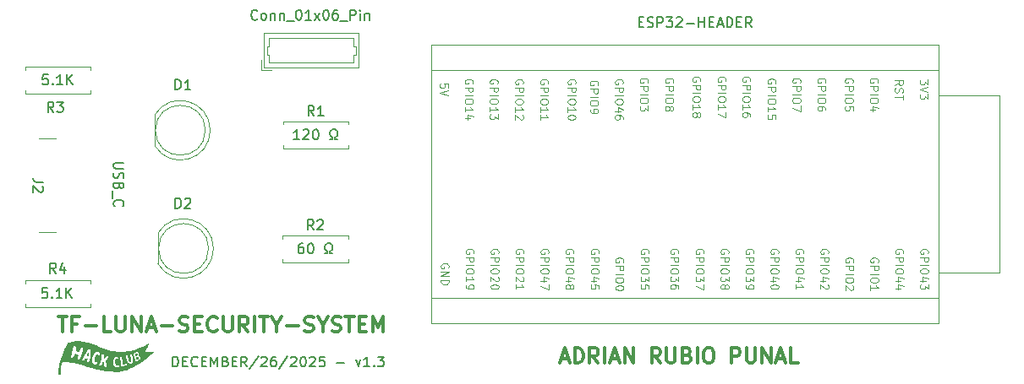
<source format=gbr>
%TF.GenerationSoftware,KiCad,Pcbnew,9.0.6-9.0.6~ubuntu24.04.1*%
%TF.CreationDate,2026-01-01T19:23:54+01:00*%
%TF.ProjectId,security-system,73656375-7269-4747-992d-73797374656d,0*%
%TF.SameCoordinates,Original*%
%TF.FileFunction,Legend,Top*%
%TF.FilePolarity,Positive*%
%FSLAX46Y46*%
G04 Gerber Fmt 4.6, Leading zero omitted, Abs format (unit mm)*
G04 Created by KiCad (PCBNEW 9.0.6-9.0.6~ubuntu24.04.1) date 2026-01-01 19:23:54*
%MOMM*%
%LPD*%
G01*
G04 APERTURE LIST*
%ADD10C,0.300000*%
%ADD11C,0.200000*%
%ADD12C,0.304800*%
%ADD13C,0.150000*%
%ADD14C,0.100000*%
%ADD15C,0.000000*%
%ADD16C,0.120000*%
G04 APERTURE END LIST*
D10*
X181344285Y-104012257D02*
X182058571Y-104012257D01*
X181201428Y-104440828D02*
X181701428Y-102940828D01*
X181701428Y-102940828D02*
X182201428Y-104440828D01*
X182701427Y-104440828D02*
X182701427Y-102940828D01*
X182701427Y-102940828D02*
X183058570Y-102940828D01*
X183058570Y-102940828D02*
X183272856Y-103012257D01*
X183272856Y-103012257D02*
X183415713Y-103155114D01*
X183415713Y-103155114D02*
X183487142Y-103297971D01*
X183487142Y-103297971D02*
X183558570Y-103583685D01*
X183558570Y-103583685D02*
X183558570Y-103797971D01*
X183558570Y-103797971D02*
X183487142Y-104083685D01*
X183487142Y-104083685D02*
X183415713Y-104226542D01*
X183415713Y-104226542D02*
X183272856Y-104369400D01*
X183272856Y-104369400D02*
X183058570Y-104440828D01*
X183058570Y-104440828D02*
X182701427Y-104440828D01*
X185058570Y-104440828D02*
X184558570Y-103726542D01*
X184201427Y-104440828D02*
X184201427Y-102940828D01*
X184201427Y-102940828D02*
X184772856Y-102940828D01*
X184772856Y-102940828D02*
X184915713Y-103012257D01*
X184915713Y-103012257D02*
X184987142Y-103083685D01*
X184987142Y-103083685D02*
X185058570Y-103226542D01*
X185058570Y-103226542D02*
X185058570Y-103440828D01*
X185058570Y-103440828D02*
X184987142Y-103583685D01*
X184987142Y-103583685D02*
X184915713Y-103655114D01*
X184915713Y-103655114D02*
X184772856Y-103726542D01*
X184772856Y-103726542D02*
X184201427Y-103726542D01*
X185701427Y-104440828D02*
X185701427Y-102940828D01*
X186344285Y-104012257D02*
X187058571Y-104012257D01*
X186201428Y-104440828D02*
X186701428Y-102940828D01*
X186701428Y-102940828D02*
X187201428Y-104440828D01*
X187701427Y-104440828D02*
X187701427Y-102940828D01*
X187701427Y-102940828D02*
X188558570Y-104440828D01*
X188558570Y-104440828D02*
X188558570Y-102940828D01*
X191272856Y-104440828D02*
X190772856Y-103726542D01*
X190415713Y-104440828D02*
X190415713Y-102940828D01*
X190415713Y-102940828D02*
X190987142Y-102940828D01*
X190987142Y-102940828D02*
X191129999Y-103012257D01*
X191129999Y-103012257D02*
X191201428Y-103083685D01*
X191201428Y-103083685D02*
X191272856Y-103226542D01*
X191272856Y-103226542D02*
X191272856Y-103440828D01*
X191272856Y-103440828D02*
X191201428Y-103583685D01*
X191201428Y-103583685D02*
X191129999Y-103655114D01*
X191129999Y-103655114D02*
X190987142Y-103726542D01*
X190987142Y-103726542D02*
X190415713Y-103726542D01*
X191915713Y-102940828D02*
X191915713Y-104155114D01*
X191915713Y-104155114D02*
X191987142Y-104297971D01*
X191987142Y-104297971D02*
X192058571Y-104369400D01*
X192058571Y-104369400D02*
X192201428Y-104440828D01*
X192201428Y-104440828D02*
X192487142Y-104440828D01*
X192487142Y-104440828D02*
X192629999Y-104369400D01*
X192629999Y-104369400D02*
X192701428Y-104297971D01*
X192701428Y-104297971D02*
X192772856Y-104155114D01*
X192772856Y-104155114D02*
X192772856Y-102940828D01*
X193987142Y-103655114D02*
X194201428Y-103726542D01*
X194201428Y-103726542D02*
X194272857Y-103797971D01*
X194272857Y-103797971D02*
X194344285Y-103940828D01*
X194344285Y-103940828D02*
X194344285Y-104155114D01*
X194344285Y-104155114D02*
X194272857Y-104297971D01*
X194272857Y-104297971D02*
X194201428Y-104369400D01*
X194201428Y-104369400D02*
X194058571Y-104440828D01*
X194058571Y-104440828D02*
X193487142Y-104440828D01*
X193487142Y-104440828D02*
X193487142Y-102940828D01*
X193487142Y-102940828D02*
X193987142Y-102940828D01*
X193987142Y-102940828D02*
X194130000Y-103012257D01*
X194130000Y-103012257D02*
X194201428Y-103083685D01*
X194201428Y-103083685D02*
X194272857Y-103226542D01*
X194272857Y-103226542D02*
X194272857Y-103369400D01*
X194272857Y-103369400D02*
X194201428Y-103512257D01*
X194201428Y-103512257D02*
X194130000Y-103583685D01*
X194130000Y-103583685D02*
X193987142Y-103655114D01*
X193987142Y-103655114D02*
X193487142Y-103655114D01*
X194987142Y-104440828D02*
X194987142Y-102940828D01*
X195987143Y-102940828D02*
X196272857Y-102940828D01*
X196272857Y-102940828D02*
X196415714Y-103012257D01*
X196415714Y-103012257D02*
X196558571Y-103155114D01*
X196558571Y-103155114D02*
X196630000Y-103440828D01*
X196630000Y-103440828D02*
X196630000Y-103940828D01*
X196630000Y-103940828D02*
X196558571Y-104226542D01*
X196558571Y-104226542D02*
X196415714Y-104369400D01*
X196415714Y-104369400D02*
X196272857Y-104440828D01*
X196272857Y-104440828D02*
X195987143Y-104440828D01*
X195987143Y-104440828D02*
X195844286Y-104369400D01*
X195844286Y-104369400D02*
X195701428Y-104226542D01*
X195701428Y-104226542D02*
X195630000Y-103940828D01*
X195630000Y-103940828D02*
X195630000Y-103440828D01*
X195630000Y-103440828D02*
X195701428Y-103155114D01*
X195701428Y-103155114D02*
X195844286Y-103012257D01*
X195844286Y-103012257D02*
X195987143Y-102940828D01*
X198415714Y-104440828D02*
X198415714Y-102940828D01*
X198415714Y-102940828D02*
X198987143Y-102940828D01*
X198987143Y-102940828D02*
X199130000Y-103012257D01*
X199130000Y-103012257D02*
X199201429Y-103083685D01*
X199201429Y-103083685D02*
X199272857Y-103226542D01*
X199272857Y-103226542D02*
X199272857Y-103440828D01*
X199272857Y-103440828D02*
X199201429Y-103583685D01*
X199201429Y-103583685D02*
X199130000Y-103655114D01*
X199130000Y-103655114D02*
X198987143Y-103726542D01*
X198987143Y-103726542D02*
X198415714Y-103726542D01*
X199915714Y-102940828D02*
X199915714Y-104155114D01*
X199915714Y-104155114D02*
X199987143Y-104297971D01*
X199987143Y-104297971D02*
X200058572Y-104369400D01*
X200058572Y-104369400D02*
X200201429Y-104440828D01*
X200201429Y-104440828D02*
X200487143Y-104440828D01*
X200487143Y-104440828D02*
X200630000Y-104369400D01*
X200630000Y-104369400D02*
X200701429Y-104297971D01*
X200701429Y-104297971D02*
X200772857Y-104155114D01*
X200772857Y-104155114D02*
X200772857Y-102940828D01*
X201487143Y-104440828D02*
X201487143Y-102940828D01*
X201487143Y-102940828D02*
X202344286Y-104440828D01*
X202344286Y-104440828D02*
X202344286Y-102940828D01*
X202987144Y-104012257D02*
X203701430Y-104012257D01*
X202844287Y-104440828D02*
X203344287Y-102940828D01*
X203344287Y-102940828D02*
X203844287Y-104440828D01*
X205058572Y-104440828D02*
X204344286Y-104440828D01*
X204344286Y-104440828D02*
X204344286Y-102940828D01*
D11*
X142464692Y-104797219D02*
X142464692Y-103797219D01*
X142464692Y-103797219D02*
X142702787Y-103797219D01*
X142702787Y-103797219D02*
X142845644Y-103844838D01*
X142845644Y-103844838D02*
X142940882Y-103940076D01*
X142940882Y-103940076D02*
X142988501Y-104035314D01*
X142988501Y-104035314D02*
X143036120Y-104225790D01*
X143036120Y-104225790D02*
X143036120Y-104368647D01*
X143036120Y-104368647D02*
X142988501Y-104559123D01*
X142988501Y-104559123D02*
X142940882Y-104654361D01*
X142940882Y-104654361D02*
X142845644Y-104749600D01*
X142845644Y-104749600D02*
X142702787Y-104797219D01*
X142702787Y-104797219D02*
X142464692Y-104797219D01*
X143464692Y-104273409D02*
X143798025Y-104273409D01*
X143940882Y-104797219D02*
X143464692Y-104797219D01*
X143464692Y-104797219D02*
X143464692Y-103797219D01*
X143464692Y-103797219D02*
X143940882Y-103797219D01*
X144940882Y-104701980D02*
X144893263Y-104749600D01*
X144893263Y-104749600D02*
X144750406Y-104797219D01*
X144750406Y-104797219D02*
X144655168Y-104797219D01*
X144655168Y-104797219D02*
X144512311Y-104749600D01*
X144512311Y-104749600D02*
X144417073Y-104654361D01*
X144417073Y-104654361D02*
X144369454Y-104559123D01*
X144369454Y-104559123D02*
X144321835Y-104368647D01*
X144321835Y-104368647D02*
X144321835Y-104225790D01*
X144321835Y-104225790D02*
X144369454Y-104035314D01*
X144369454Y-104035314D02*
X144417073Y-103940076D01*
X144417073Y-103940076D02*
X144512311Y-103844838D01*
X144512311Y-103844838D02*
X144655168Y-103797219D01*
X144655168Y-103797219D02*
X144750406Y-103797219D01*
X144750406Y-103797219D02*
X144893263Y-103844838D01*
X144893263Y-103844838D02*
X144940882Y-103892457D01*
X145369454Y-104273409D02*
X145702787Y-104273409D01*
X145845644Y-104797219D02*
X145369454Y-104797219D01*
X145369454Y-104797219D02*
X145369454Y-103797219D01*
X145369454Y-103797219D02*
X145845644Y-103797219D01*
X146274216Y-104797219D02*
X146274216Y-103797219D01*
X146274216Y-103797219D02*
X146607549Y-104511504D01*
X146607549Y-104511504D02*
X146940882Y-103797219D01*
X146940882Y-103797219D02*
X146940882Y-104797219D01*
X147750406Y-104273409D02*
X147893263Y-104321028D01*
X147893263Y-104321028D02*
X147940882Y-104368647D01*
X147940882Y-104368647D02*
X147988501Y-104463885D01*
X147988501Y-104463885D02*
X147988501Y-104606742D01*
X147988501Y-104606742D02*
X147940882Y-104701980D01*
X147940882Y-104701980D02*
X147893263Y-104749600D01*
X147893263Y-104749600D02*
X147798025Y-104797219D01*
X147798025Y-104797219D02*
X147417073Y-104797219D01*
X147417073Y-104797219D02*
X147417073Y-103797219D01*
X147417073Y-103797219D02*
X147750406Y-103797219D01*
X147750406Y-103797219D02*
X147845644Y-103844838D01*
X147845644Y-103844838D02*
X147893263Y-103892457D01*
X147893263Y-103892457D02*
X147940882Y-103987695D01*
X147940882Y-103987695D02*
X147940882Y-104082933D01*
X147940882Y-104082933D02*
X147893263Y-104178171D01*
X147893263Y-104178171D02*
X147845644Y-104225790D01*
X147845644Y-104225790D02*
X147750406Y-104273409D01*
X147750406Y-104273409D02*
X147417073Y-104273409D01*
X148417073Y-104273409D02*
X148750406Y-104273409D01*
X148893263Y-104797219D02*
X148417073Y-104797219D01*
X148417073Y-104797219D02*
X148417073Y-103797219D01*
X148417073Y-103797219D02*
X148893263Y-103797219D01*
X149893263Y-104797219D02*
X149559930Y-104321028D01*
X149321835Y-104797219D02*
X149321835Y-103797219D01*
X149321835Y-103797219D02*
X149702787Y-103797219D01*
X149702787Y-103797219D02*
X149798025Y-103844838D01*
X149798025Y-103844838D02*
X149845644Y-103892457D01*
X149845644Y-103892457D02*
X149893263Y-103987695D01*
X149893263Y-103987695D02*
X149893263Y-104130552D01*
X149893263Y-104130552D02*
X149845644Y-104225790D01*
X149845644Y-104225790D02*
X149798025Y-104273409D01*
X149798025Y-104273409D02*
X149702787Y-104321028D01*
X149702787Y-104321028D02*
X149321835Y-104321028D01*
X151036120Y-103749600D02*
X150178978Y-105035314D01*
X151321835Y-103892457D02*
X151369454Y-103844838D01*
X151369454Y-103844838D02*
X151464692Y-103797219D01*
X151464692Y-103797219D02*
X151702787Y-103797219D01*
X151702787Y-103797219D02*
X151798025Y-103844838D01*
X151798025Y-103844838D02*
X151845644Y-103892457D01*
X151845644Y-103892457D02*
X151893263Y-103987695D01*
X151893263Y-103987695D02*
X151893263Y-104082933D01*
X151893263Y-104082933D02*
X151845644Y-104225790D01*
X151845644Y-104225790D02*
X151274216Y-104797219D01*
X151274216Y-104797219D02*
X151893263Y-104797219D01*
X152750406Y-103797219D02*
X152559930Y-103797219D01*
X152559930Y-103797219D02*
X152464692Y-103844838D01*
X152464692Y-103844838D02*
X152417073Y-103892457D01*
X152417073Y-103892457D02*
X152321835Y-104035314D01*
X152321835Y-104035314D02*
X152274216Y-104225790D01*
X152274216Y-104225790D02*
X152274216Y-104606742D01*
X152274216Y-104606742D02*
X152321835Y-104701980D01*
X152321835Y-104701980D02*
X152369454Y-104749600D01*
X152369454Y-104749600D02*
X152464692Y-104797219D01*
X152464692Y-104797219D02*
X152655168Y-104797219D01*
X152655168Y-104797219D02*
X152750406Y-104749600D01*
X152750406Y-104749600D02*
X152798025Y-104701980D01*
X152798025Y-104701980D02*
X152845644Y-104606742D01*
X152845644Y-104606742D02*
X152845644Y-104368647D01*
X152845644Y-104368647D02*
X152798025Y-104273409D01*
X152798025Y-104273409D02*
X152750406Y-104225790D01*
X152750406Y-104225790D02*
X152655168Y-104178171D01*
X152655168Y-104178171D02*
X152464692Y-104178171D01*
X152464692Y-104178171D02*
X152369454Y-104225790D01*
X152369454Y-104225790D02*
X152321835Y-104273409D01*
X152321835Y-104273409D02*
X152274216Y-104368647D01*
X153988501Y-103749600D02*
X153131359Y-105035314D01*
X154274216Y-103892457D02*
X154321835Y-103844838D01*
X154321835Y-103844838D02*
X154417073Y-103797219D01*
X154417073Y-103797219D02*
X154655168Y-103797219D01*
X154655168Y-103797219D02*
X154750406Y-103844838D01*
X154750406Y-103844838D02*
X154798025Y-103892457D01*
X154798025Y-103892457D02*
X154845644Y-103987695D01*
X154845644Y-103987695D02*
X154845644Y-104082933D01*
X154845644Y-104082933D02*
X154798025Y-104225790D01*
X154798025Y-104225790D02*
X154226597Y-104797219D01*
X154226597Y-104797219D02*
X154845644Y-104797219D01*
X155464692Y-103797219D02*
X155559930Y-103797219D01*
X155559930Y-103797219D02*
X155655168Y-103844838D01*
X155655168Y-103844838D02*
X155702787Y-103892457D01*
X155702787Y-103892457D02*
X155750406Y-103987695D01*
X155750406Y-103987695D02*
X155798025Y-104178171D01*
X155798025Y-104178171D02*
X155798025Y-104416266D01*
X155798025Y-104416266D02*
X155750406Y-104606742D01*
X155750406Y-104606742D02*
X155702787Y-104701980D01*
X155702787Y-104701980D02*
X155655168Y-104749600D01*
X155655168Y-104749600D02*
X155559930Y-104797219D01*
X155559930Y-104797219D02*
X155464692Y-104797219D01*
X155464692Y-104797219D02*
X155369454Y-104749600D01*
X155369454Y-104749600D02*
X155321835Y-104701980D01*
X155321835Y-104701980D02*
X155274216Y-104606742D01*
X155274216Y-104606742D02*
X155226597Y-104416266D01*
X155226597Y-104416266D02*
X155226597Y-104178171D01*
X155226597Y-104178171D02*
X155274216Y-103987695D01*
X155274216Y-103987695D02*
X155321835Y-103892457D01*
X155321835Y-103892457D02*
X155369454Y-103844838D01*
X155369454Y-103844838D02*
X155464692Y-103797219D01*
X156178978Y-103892457D02*
X156226597Y-103844838D01*
X156226597Y-103844838D02*
X156321835Y-103797219D01*
X156321835Y-103797219D02*
X156559930Y-103797219D01*
X156559930Y-103797219D02*
X156655168Y-103844838D01*
X156655168Y-103844838D02*
X156702787Y-103892457D01*
X156702787Y-103892457D02*
X156750406Y-103987695D01*
X156750406Y-103987695D02*
X156750406Y-104082933D01*
X156750406Y-104082933D02*
X156702787Y-104225790D01*
X156702787Y-104225790D02*
X156131359Y-104797219D01*
X156131359Y-104797219D02*
X156750406Y-104797219D01*
X157655168Y-103797219D02*
X157178978Y-103797219D01*
X157178978Y-103797219D02*
X157131359Y-104273409D01*
X157131359Y-104273409D02*
X157178978Y-104225790D01*
X157178978Y-104225790D02*
X157274216Y-104178171D01*
X157274216Y-104178171D02*
X157512311Y-104178171D01*
X157512311Y-104178171D02*
X157607549Y-104225790D01*
X157607549Y-104225790D02*
X157655168Y-104273409D01*
X157655168Y-104273409D02*
X157702787Y-104368647D01*
X157702787Y-104368647D02*
X157702787Y-104606742D01*
X157702787Y-104606742D02*
X157655168Y-104701980D01*
X157655168Y-104701980D02*
X157607549Y-104749600D01*
X157607549Y-104749600D02*
X157512311Y-104797219D01*
X157512311Y-104797219D02*
X157274216Y-104797219D01*
X157274216Y-104797219D02*
X157178978Y-104749600D01*
X157178978Y-104749600D02*
X157131359Y-104701980D01*
X158893264Y-104416266D02*
X159655169Y-104416266D01*
X160798026Y-104130552D02*
X161036121Y-104797219D01*
X161036121Y-104797219D02*
X161274216Y-104130552D01*
X162178978Y-104797219D02*
X161607550Y-104797219D01*
X161893264Y-104797219D02*
X161893264Y-103797219D01*
X161893264Y-103797219D02*
X161798026Y-103940076D01*
X161798026Y-103940076D02*
X161702788Y-104035314D01*
X161702788Y-104035314D02*
X161607550Y-104082933D01*
X162607550Y-104701980D02*
X162655169Y-104749600D01*
X162655169Y-104749600D02*
X162607550Y-104797219D01*
X162607550Y-104797219D02*
X162559931Y-104749600D01*
X162559931Y-104749600D02*
X162607550Y-104701980D01*
X162607550Y-104701980D02*
X162607550Y-104797219D01*
X162988502Y-103797219D02*
X163607549Y-103797219D01*
X163607549Y-103797219D02*
X163274216Y-104178171D01*
X163274216Y-104178171D02*
X163417073Y-104178171D01*
X163417073Y-104178171D02*
X163512311Y-104225790D01*
X163512311Y-104225790D02*
X163559930Y-104273409D01*
X163559930Y-104273409D02*
X163607549Y-104368647D01*
X163607549Y-104368647D02*
X163607549Y-104606742D01*
X163607549Y-104606742D02*
X163559930Y-104701980D01*
X163559930Y-104701980D02*
X163512311Y-104749600D01*
X163512311Y-104749600D02*
X163417073Y-104797219D01*
X163417073Y-104797219D02*
X163131359Y-104797219D01*
X163131359Y-104797219D02*
X163036121Y-104749600D01*
X163036121Y-104749600D02*
X162988502Y-104701980D01*
D12*
X130997453Y-99783641D02*
X131868311Y-99783641D01*
X131432882Y-101307641D02*
X131432882Y-99783641D01*
X132884311Y-100509355D02*
X132376311Y-100509355D01*
X132376311Y-101307641D02*
X132376311Y-99783641D01*
X132376311Y-99783641D02*
X133102025Y-99783641D01*
X133682597Y-100727070D02*
X134843740Y-100727070D01*
X136295168Y-101307641D02*
X135569454Y-101307641D01*
X135569454Y-101307641D02*
X135569454Y-99783641D01*
X136803168Y-99783641D02*
X136803168Y-101017355D01*
X136803168Y-101017355D02*
X136875739Y-101162498D01*
X136875739Y-101162498D02*
X136948311Y-101235070D01*
X136948311Y-101235070D02*
X137093453Y-101307641D01*
X137093453Y-101307641D02*
X137383739Y-101307641D01*
X137383739Y-101307641D02*
X137528882Y-101235070D01*
X137528882Y-101235070D02*
X137601453Y-101162498D01*
X137601453Y-101162498D02*
X137674025Y-101017355D01*
X137674025Y-101017355D02*
X137674025Y-99783641D01*
X138399739Y-101307641D02*
X138399739Y-99783641D01*
X138399739Y-99783641D02*
X139270596Y-101307641D01*
X139270596Y-101307641D02*
X139270596Y-99783641D01*
X139923738Y-100872212D02*
X140649453Y-100872212D01*
X139778595Y-101307641D02*
X140286595Y-99783641D01*
X140286595Y-99783641D02*
X140794595Y-101307641D01*
X141302596Y-100727070D02*
X142463739Y-100727070D01*
X143116881Y-101235070D02*
X143334596Y-101307641D01*
X143334596Y-101307641D02*
X143697453Y-101307641D01*
X143697453Y-101307641D02*
X143842596Y-101235070D01*
X143842596Y-101235070D02*
X143915167Y-101162498D01*
X143915167Y-101162498D02*
X143987738Y-101017355D01*
X143987738Y-101017355D02*
X143987738Y-100872212D01*
X143987738Y-100872212D02*
X143915167Y-100727070D01*
X143915167Y-100727070D02*
X143842596Y-100654498D01*
X143842596Y-100654498D02*
X143697453Y-100581927D01*
X143697453Y-100581927D02*
X143407167Y-100509355D01*
X143407167Y-100509355D02*
X143262024Y-100436784D01*
X143262024Y-100436784D02*
X143189453Y-100364212D01*
X143189453Y-100364212D02*
X143116881Y-100219070D01*
X143116881Y-100219070D02*
X143116881Y-100073927D01*
X143116881Y-100073927D02*
X143189453Y-99928784D01*
X143189453Y-99928784D02*
X143262024Y-99856212D01*
X143262024Y-99856212D02*
X143407167Y-99783641D01*
X143407167Y-99783641D02*
X143770024Y-99783641D01*
X143770024Y-99783641D02*
X143987738Y-99856212D01*
X144640882Y-100509355D02*
X145148882Y-100509355D01*
X145366596Y-101307641D02*
X144640882Y-101307641D01*
X144640882Y-101307641D02*
X144640882Y-99783641D01*
X144640882Y-99783641D02*
X145366596Y-99783641D01*
X146890596Y-101162498D02*
X146818024Y-101235070D01*
X146818024Y-101235070D02*
X146600310Y-101307641D01*
X146600310Y-101307641D02*
X146455167Y-101307641D01*
X146455167Y-101307641D02*
X146237453Y-101235070D01*
X146237453Y-101235070D02*
X146092310Y-101089927D01*
X146092310Y-101089927D02*
X146019739Y-100944784D01*
X146019739Y-100944784D02*
X145947167Y-100654498D01*
X145947167Y-100654498D02*
X145947167Y-100436784D01*
X145947167Y-100436784D02*
X146019739Y-100146498D01*
X146019739Y-100146498D02*
X146092310Y-100001355D01*
X146092310Y-100001355D02*
X146237453Y-99856212D01*
X146237453Y-99856212D02*
X146455167Y-99783641D01*
X146455167Y-99783641D02*
X146600310Y-99783641D01*
X146600310Y-99783641D02*
X146818024Y-99856212D01*
X146818024Y-99856212D02*
X146890596Y-99928784D01*
X147543739Y-99783641D02*
X147543739Y-101017355D01*
X147543739Y-101017355D02*
X147616310Y-101162498D01*
X147616310Y-101162498D02*
X147688882Y-101235070D01*
X147688882Y-101235070D02*
X147834024Y-101307641D01*
X147834024Y-101307641D02*
X148124310Y-101307641D01*
X148124310Y-101307641D02*
X148269453Y-101235070D01*
X148269453Y-101235070D02*
X148342024Y-101162498D01*
X148342024Y-101162498D02*
X148414596Y-101017355D01*
X148414596Y-101017355D02*
X148414596Y-99783641D01*
X150011167Y-101307641D02*
X149503167Y-100581927D01*
X149140310Y-101307641D02*
X149140310Y-99783641D01*
X149140310Y-99783641D02*
X149720881Y-99783641D01*
X149720881Y-99783641D02*
X149866024Y-99856212D01*
X149866024Y-99856212D02*
X149938595Y-99928784D01*
X149938595Y-99928784D02*
X150011167Y-100073927D01*
X150011167Y-100073927D02*
X150011167Y-100291641D01*
X150011167Y-100291641D02*
X149938595Y-100436784D01*
X149938595Y-100436784D02*
X149866024Y-100509355D01*
X149866024Y-100509355D02*
X149720881Y-100581927D01*
X149720881Y-100581927D02*
X149140310Y-100581927D01*
X150664310Y-101307641D02*
X150664310Y-99783641D01*
X151172309Y-99783641D02*
X152043167Y-99783641D01*
X151607738Y-101307641D02*
X151607738Y-99783641D01*
X152841452Y-100581927D02*
X152841452Y-101307641D01*
X152333452Y-99783641D02*
X152841452Y-100581927D01*
X152841452Y-100581927D02*
X153349452Y-99783641D01*
X153857453Y-100727070D02*
X155018596Y-100727070D01*
X155671738Y-101235070D02*
X155889453Y-101307641D01*
X155889453Y-101307641D02*
X156252310Y-101307641D01*
X156252310Y-101307641D02*
X156397453Y-101235070D01*
X156397453Y-101235070D02*
X156470024Y-101162498D01*
X156470024Y-101162498D02*
X156542595Y-101017355D01*
X156542595Y-101017355D02*
X156542595Y-100872212D01*
X156542595Y-100872212D02*
X156470024Y-100727070D01*
X156470024Y-100727070D02*
X156397453Y-100654498D01*
X156397453Y-100654498D02*
X156252310Y-100581927D01*
X156252310Y-100581927D02*
X155962024Y-100509355D01*
X155962024Y-100509355D02*
X155816881Y-100436784D01*
X155816881Y-100436784D02*
X155744310Y-100364212D01*
X155744310Y-100364212D02*
X155671738Y-100219070D01*
X155671738Y-100219070D02*
X155671738Y-100073927D01*
X155671738Y-100073927D02*
X155744310Y-99928784D01*
X155744310Y-99928784D02*
X155816881Y-99856212D01*
X155816881Y-99856212D02*
X155962024Y-99783641D01*
X155962024Y-99783641D02*
X156324881Y-99783641D01*
X156324881Y-99783641D02*
X156542595Y-99856212D01*
X157486024Y-100581927D02*
X157486024Y-101307641D01*
X156978024Y-99783641D02*
X157486024Y-100581927D01*
X157486024Y-100581927D02*
X157994024Y-99783641D01*
X158429453Y-101235070D02*
X158647168Y-101307641D01*
X158647168Y-101307641D02*
X159010025Y-101307641D01*
X159010025Y-101307641D02*
X159155168Y-101235070D01*
X159155168Y-101235070D02*
X159227739Y-101162498D01*
X159227739Y-101162498D02*
X159300310Y-101017355D01*
X159300310Y-101017355D02*
X159300310Y-100872212D01*
X159300310Y-100872212D02*
X159227739Y-100727070D01*
X159227739Y-100727070D02*
X159155168Y-100654498D01*
X159155168Y-100654498D02*
X159010025Y-100581927D01*
X159010025Y-100581927D02*
X158719739Y-100509355D01*
X158719739Y-100509355D02*
X158574596Y-100436784D01*
X158574596Y-100436784D02*
X158502025Y-100364212D01*
X158502025Y-100364212D02*
X158429453Y-100219070D01*
X158429453Y-100219070D02*
X158429453Y-100073927D01*
X158429453Y-100073927D02*
X158502025Y-99928784D01*
X158502025Y-99928784D02*
X158574596Y-99856212D01*
X158574596Y-99856212D02*
X158719739Y-99783641D01*
X158719739Y-99783641D02*
X159082596Y-99783641D01*
X159082596Y-99783641D02*
X159300310Y-99856212D01*
X159735739Y-99783641D02*
X160606597Y-99783641D01*
X160171168Y-101307641D02*
X160171168Y-99783641D01*
X161114597Y-100509355D02*
X161622597Y-100509355D01*
X161840311Y-101307641D02*
X161114597Y-101307641D01*
X161114597Y-101307641D02*
X161114597Y-99783641D01*
X161114597Y-99783641D02*
X161840311Y-99783641D01*
X162493454Y-101307641D02*
X162493454Y-99783641D01*
X162493454Y-99783641D02*
X163001454Y-100872212D01*
X163001454Y-100872212D02*
X163509454Y-99783641D01*
X163509454Y-99783641D02*
X163509454Y-101307641D01*
D11*
X142726905Y-88902219D02*
X142726905Y-87902219D01*
X142726905Y-87902219D02*
X142965000Y-87902219D01*
X142965000Y-87902219D02*
X143107857Y-87949838D01*
X143107857Y-87949838D02*
X143203095Y-88045076D01*
X143203095Y-88045076D02*
X143250714Y-88140314D01*
X143250714Y-88140314D02*
X143298333Y-88330790D01*
X143298333Y-88330790D02*
X143298333Y-88473647D01*
X143298333Y-88473647D02*
X143250714Y-88664123D01*
X143250714Y-88664123D02*
X143203095Y-88759361D01*
X143203095Y-88759361D02*
X143107857Y-88854600D01*
X143107857Y-88854600D02*
X142965000Y-88902219D01*
X142965000Y-88902219D02*
X142726905Y-88902219D01*
X143679286Y-87997457D02*
X143726905Y-87949838D01*
X143726905Y-87949838D02*
X143822143Y-87902219D01*
X143822143Y-87902219D02*
X144060238Y-87902219D01*
X144060238Y-87902219D02*
X144155476Y-87949838D01*
X144155476Y-87949838D02*
X144203095Y-87997457D01*
X144203095Y-87997457D02*
X144250714Y-88092695D01*
X144250714Y-88092695D02*
X144250714Y-88187933D01*
X144250714Y-88187933D02*
X144203095Y-88330790D01*
X144203095Y-88330790D02*
X143631667Y-88902219D01*
X143631667Y-88902219D02*
X144250714Y-88902219D01*
X156603333Y-79632219D02*
X156270000Y-79156028D01*
X156031905Y-79632219D02*
X156031905Y-78632219D01*
X156031905Y-78632219D02*
X156412857Y-78632219D01*
X156412857Y-78632219D02*
X156508095Y-78679838D01*
X156508095Y-78679838D02*
X156555714Y-78727457D01*
X156555714Y-78727457D02*
X156603333Y-78822695D01*
X156603333Y-78822695D02*
X156603333Y-78965552D01*
X156603333Y-78965552D02*
X156555714Y-79060790D01*
X156555714Y-79060790D02*
X156508095Y-79108409D01*
X156508095Y-79108409D02*
X156412857Y-79156028D01*
X156412857Y-79156028D02*
X156031905Y-79156028D01*
X157555714Y-79632219D02*
X156984286Y-79632219D01*
X157270000Y-79632219D02*
X157270000Y-78632219D01*
X157270000Y-78632219D02*
X157174762Y-78775076D01*
X157174762Y-78775076D02*
X157079524Y-78870314D01*
X157079524Y-78870314D02*
X156984286Y-78917933D01*
X155150952Y-82002219D02*
X154579524Y-82002219D01*
X154865238Y-82002219D02*
X154865238Y-81002219D01*
X154865238Y-81002219D02*
X154770000Y-81145076D01*
X154770000Y-81145076D02*
X154674762Y-81240314D01*
X154674762Y-81240314D02*
X154579524Y-81287933D01*
X155531905Y-81097457D02*
X155579524Y-81049838D01*
X155579524Y-81049838D02*
X155674762Y-81002219D01*
X155674762Y-81002219D02*
X155912857Y-81002219D01*
X155912857Y-81002219D02*
X156008095Y-81049838D01*
X156008095Y-81049838D02*
X156055714Y-81097457D01*
X156055714Y-81097457D02*
X156103333Y-81192695D01*
X156103333Y-81192695D02*
X156103333Y-81287933D01*
X156103333Y-81287933D02*
X156055714Y-81430790D01*
X156055714Y-81430790D02*
X155484286Y-82002219D01*
X155484286Y-82002219D02*
X156103333Y-82002219D01*
X156722381Y-81002219D02*
X156817619Y-81002219D01*
X156817619Y-81002219D02*
X156912857Y-81049838D01*
X156912857Y-81049838D02*
X156960476Y-81097457D01*
X156960476Y-81097457D02*
X157008095Y-81192695D01*
X157008095Y-81192695D02*
X157055714Y-81383171D01*
X157055714Y-81383171D02*
X157055714Y-81621266D01*
X157055714Y-81621266D02*
X157008095Y-81811742D01*
X157008095Y-81811742D02*
X156960476Y-81906980D01*
X156960476Y-81906980D02*
X156912857Y-81954600D01*
X156912857Y-81954600D02*
X156817619Y-82002219D01*
X156817619Y-82002219D02*
X156722381Y-82002219D01*
X156722381Y-82002219D02*
X156627143Y-81954600D01*
X156627143Y-81954600D02*
X156579524Y-81906980D01*
X156579524Y-81906980D02*
X156531905Y-81811742D01*
X156531905Y-81811742D02*
X156484286Y-81621266D01*
X156484286Y-81621266D02*
X156484286Y-81383171D01*
X156484286Y-81383171D02*
X156531905Y-81192695D01*
X156531905Y-81192695D02*
X156579524Y-81097457D01*
X156579524Y-81097457D02*
X156627143Y-81049838D01*
X156627143Y-81049838D02*
X156722381Y-81002219D01*
X158198572Y-82002219D02*
X158436667Y-82002219D01*
X158436667Y-82002219D02*
X158436667Y-81811742D01*
X158436667Y-81811742D02*
X158341429Y-81764123D01*
X158341429Y-81764123D02*
X158246191Y-81668885D01*
X158246191Y-81668885D02*
X158198572Y-81526028D01*
X158198572Y-81526028D02*
X158198572Y-81287933D01*
X158198572Y-81287933D02*
X158246191Y-81145076D01*
X158246191Y-81145076D02*
X158341429Y-81049838D01*
X158341429Y-81049838D02*
X158484286Y-81002219D01*
X158484286Y-81002219D02*
X158674762Y-81002219D01*
X158674762Y-81002219D02*
X158817619Y-81049838D01*
X158817619Y-81049838D02*
X158912857Y-81145076D01*
X158912857Y-81145076D02*
X158960476Y-81287933D01*
X158960476Y-81287933D02*
X158960476Y-81526028D01*
X158960476Y-81526028D02*
X158912857Y-81668885D01*
X158912857Y-81668885D02*
X158817619Y-81764123D01*
X158817619Y-81764123D02*
X158722381Y-81811742D01*
X158722381Y-81811742D02*
X158722381Y-82002219D01*
X158722381Y-82002219D02*
X158960476Y-82002219D01*
X142721905Y-77002219D02*
X142721905Y-76002219D01*
X142721905Y-76002219D02*
X142960000Y-76002219D01*
X142960000Y-76002219D02*
X143102857Y-76049838D01*
X143102857Y-76049838D02*
X143198095Y-76145076D01*
X143198095Y-76145076D02*
X143245714Y-76240314D01*
X143245714Y-76240314D02*
X143293333Y-76430790D01*
X143293333Y-76430790D02*
X143293333Y-76573647D01*
X143293333Y-76573647D02*
X143245714Y-76764123D01*
X143245714Y-76764123D02*
X143198095Y-76859361D01*
X143198095Y-76859361D02*
X143102857Y-76954600D01*
X143102857Y-76954600D02*
X142960000Y-77002219D01*
X142960000Y-77002219D02*
X142721905Y-77002219D01*
X144245714Y-77002219D02*
X143674286Y-77002219D01*
X143960000Y-77002219D02*
X143960000Y-76002219D01*
X143960000Y-76002219D02*
X143864762Y-76145076D01*
X143864762Y-76145076D02*
X143769524Y-76240314D01*
X143769524Y-76240314D02*
X143674286Y-76287933D01*
X150935475Y-69921980D02*
X150887856Y-69969600D01*
X150887856Y-69969600D02*
X150744999Y-70017219D01*
X150744999Y-70017219D02*
X150649761Y-70017219D01*
X150649761Y-70017219D02*
X150506904Y-69969600D01*
X150506904Y-69969600D02*
X150411666Y-69874361D01*
X150411666Y-69874361D02*
X150364047Y-69779123D01*
X150364047Y-69779123D02*
X150316428Y-69588647D01*
X150316428Y-69588647D02*
X150316428Y-69445790D01*
X150316428Y-69445790D02*
X150364047Y-69255314D01*
X150364047Y-69255314D02*
X150411666Y-69160076D01*
X150411666Y-69160076D02*
X150506904Y-69064838D01*
X150506904Y-69064838D02*
X150649761Y-69017219D01*
X150649761Y-69017219D02*
X150744999Y-69017219D01*
X150744999Y-69017219D02*
X150887856Y-69064838D01*
X150887856Y-69064838D02*
X150935475Y-69112457D01*
X151506904Y-70017219D02*
X151411666Y-69969600D01*
X151411666Y-69969600D02*
X151364047Y-69921980D01*
X151364047Y-69921980D02*
X151316428Y-69826742D01*
X151316428Y-69826742D02*
X151316428Y-69541028D01*
X151316428Y-69541028D02*
X151364047Y-69445790D01*
X151364047Y-69445790D02*
X151411666Y-69398171D01*
X151411666Y-69398171D02*
X151506904Y-69350552D01*
X151506904Y-69350552D02*
X151649761Y-69350552D01*
X151649761Y-69350552D02*
X151744999Y-69398171D01*
X151744999Y-69398171D02*
X151792618Y-69445790D01*
X151792618Y-69445790D02*
X151840237Y-69541028D01*
X151840237Y-69541028D02*
X151840237Y-69826742D01*
X151840237Y-69826742D02*
X151792618Y-69921980D01*
X151792618Y-69921980D02*
X151744999Y-69969600D01*
X151744999Y-69969600D02*
X151649761Y-70017219D01*
X151649761Y-70017219D02*
X151506904Y-70017219D01*
X152268809Y-69350552D02*
X152268809Y-70017219D01*
X152268809Y-69445790D02*
X152316428Y-69398171D01*
X152316428Y-69398171D02*
X152411666Y-69350552D01*
X152411666Y-69350552D02*
X152554523Y-69350552D01*
X152554523Y-69350552D02*
X152649761Y-69398171D01*
X152649761Y-69398171D02*
X152697380Y-69493409D01*
X152697380Y-69493409D02*
X152697380Y-70017219D01*
X153173571Y-69350552D02*
X153173571Y-70017219D01*
X153173571Y-69445790D02*
X153221190Y-69398171D01*
X153221190Y-69398171D02*
X153316428Y-69350552D01*
X153316428Y-69350552D02*
X153459285Y-69350552D01*
X153459285Y-69350552D02*
X153554523Y-69398171D01*
X153554523Y-69398171D02*
X153602142Y-69493409D01*
X153602142Y-69493409D02*
X153602142Y-70017219D01*
X153840238Y-70112457D02*
X154602142Y-70112457D01*
X155030714Y-69017219D02*
X155125952Y-69017219D01*
X155125952Y-69017219D02*
X155221190Y-69064838D01*
X155221190Y-69064838D02*
X155268809Y-69112457D01*
X155268809Y-69112457D02*
X155316428Y-69207695D01*
X155316428Y-69207695D02*
X155364047Y-69398171D01*
X155364047Y-69398171D02*
X155364047Y-69636266D01*
X155364047Y-69636266D02*
X155316428Y-69826742D01*
X155316428Y-69826742D02*
X155268809Y-69921980D01*
X155268809Y-69921980D02*
X155221190Y-69969600D01*
X155221190Y-69969600D02*
X155125952Y-70017219D01*
X155125952Y-70017219D02*
X155030714Y-70017219D01*
X155030714Y-70017219D02*
X154935476Y-69969600D01*
X154935476Y-69969600D02*
X154887857Y-69921980D01*
X154887857Y-69921980D02*
X154840238Y-69826742D01*
X154840238Y-69826742D02*
X154792619Y-69636266D01*
X154792619Y-69636266D02*
X154792619Y-69398171D01*
X154792619Y-69398171D02*
X154840238Y-69207695D01*
X154840238Y-69207695D02*
X154887857Y-69112457D01*
X154887857Y-69112457D02*
X154935476Y-69064838D01*
X154935476Y-69064838D02*
X155030714Y-69017219D01*
X156316428Y-70017219D02*
X155745000Y-70017219D01*
X156030714Y-70017219D02*
X156030714Y-69017219D01*
X156030714Y-69017219D02*
X155935476Y-69160076D01*
X155935476Y-69160076D02*
X155840238Y-69255314D01*
X155840238Y-69255314D02*
X155745000Y-69302933D01*
X156649762Y-70017219D02*
X157173571Y-69350552D01*
X156649762Y-69350552D02*
X157173571Y-70017219D01*
X157745000Y-69017219D02*
X157840238Y-69017219D01*
X157840238Y-69017219D02*
X157935476Y-69064838D01*
X157935476Y-69064838D02*
X157983095Y-69112457D01*
X157983095Y-69112457D02*
X158030714Y-69207695D01*
X158030714Y-69207695D02*
X158078333Y-69398171D01*
X158078333Y-69398171D02*
X158078333Y-69636266D01*
X158078333Y-69636266D02*
X158030714Y-69826742D01*
X158030714Y-69826742D02*
X157983095Y-69921980D01*
X157983095Y-69921980D02*
X157935476Y-69969600D01*
X157935476Y-69969600D02*
X157840238Y-70017219D01*
X157840238Y-70017219D02*
X157745000Y-70017219D01*
X157745000Y-70017219D02*
X157649762Y-69969600D01*
X157649762Y-69969600D02*
X157602143Y-69921980D01*
X157602143Y-69921980D02*
X157554524Y-69826742D01*
X157554524Y-69826742D02*
X157506905Y-69636266D01*
X157506905Y-69636266D02*
X157506905Y-69398171D01*
X157506905Y-69398171D02*
X157554524Y-69207695D01*
X157554524Y-69207695D02*
X157602143Y-69112457D01*
X157602143Y-69112457D02*
X157649762Y-69064838D01*
X157649762Y-69064838D02*
X157745000Y-69017219D01*
X158935476Y-69017219D02*
X158745000Y-69017219D01*
X158745000Y-69017219D02*
X158649762Y-69064838D01*
X158649762Y-69064838D02*
X158602143Y-69112457D01*
X158602143Y-69112457D02*
X158506905Y-69255314D01*
X158506905Y-69255314D02*
X158459286Y-69445790D01*
X158459286Y-69445790D02*
X158459286Y-69826742D01*
X158459286Y-69826742D02*
X158506905Y-69921980D01*
X158506905Y-69921980D02*
X158554524Y-69969600D01*
X158554524Y-69969600D02*
X158649762Y-70017219D01*
X158649762Y-70017219D02*
X158840238Y-70017219D01*
X158840238Y-70017219D02*
X158935476Y-69969600D01*
X158935476Y-69969600D02*
X158983095Y-69921980D01*
X158983095Y-69921980D02*
X159030714Y-69826742D01*
X159030714Y-69826742D02*
X159030714Y-69588647D01*
X159030714Y-69588647D02*
X158983095Y-69493409D01*
X158983095Y-69493409D02*
X158935476Y-69445790D01*
X158935476Y-69445790D02*
X158840238Y-69398171D01*
X158840238Y-69398171D02*
X158649762Y-69398171D01*
X158649762Y-69398171D02*
X158554524Y-69445790D01*
X158554524Y-69445790D02*
X158506905Y-69493409D01*
X158506905Y-69493409D02*
X158459286Y-69588647D01*
X159221191Y-70112457D02*
X159983095Y-70112457D01*
X160221191Y-70017219D02*
X160221191Y-69017219D01*
X160221191Y-69017219D02*
X160602143Y-69017219D01*
X160602143Y-69017219D02*
X160697381Y-69064838D01*
X160697381Y-69064838D02*
X160745000Y-69112457D01*
X160745000Y-69112457D02*
X160792619Y-69207695D01*
X160792619Y-69207695D02*
X160792619Y-69350552D01*
X160792619Y-69350552D02*
X160745000Y-69445790D01*
X160745000Y-69445790D02*
X160697381Y-69493409D01*
X160697381Y-69493409D02*
X160602143Y-69541028D01*
X160602143Y-69541028D02*
X160221191Y-69541028D01*
X161221191Y-70017219D02*
X161221191Y-69350552D01*
X161221191Y-69017219D02*
X161173572Y-69064838D01*
X161173572Y-69064838D02*
X161221191Y-69112457D01*
X161221191Y-69112457D02*
X161268810Y-69064838D01*
X161268810Y-69064838D02*
X161221191Y-69017219D01*
X161221191Y-69017219D02*
X161221191Y-69112457D01*
X161697381Y-69350552D02*
X161697381Y-70017219D01*
X161697381Y-69445790D02*
X161745000Y-69398171D01*
X161745000Y-69398171D02*
X161840238Y-69350552D01*
X161840238Y-69350552D02*
X161983095Y-69350552D01*
X161983095Y-69350552D02*
X162078333Y-69398171D01*
X162078333Y-69398171D02*
X162125952Y-69493409D01*
X162125952Y-69493409D02*
X162125952Y-70017219D01*
X137547780Y-84357143D02*
X136738257Y-84357143D01*
X136738257Y-84357143D02*
X136643019Y-84404762D01*
X136643019Y-84404762D02*
X136595400Y-84452381D01*
X136595400Y-84452381D02*
X136547780Y-84547619D01*
X136547780Y-84547619D02*
X136547780Y-84738095D01*
X136547780Y-84738095D02*
X136595400Y-84833333D01*
X136595400Y-84833333D02*
X136643019Y-84880952D01*
X136643019Y-84880952D02*
X136738257Y-84928571D01*
X136738257Y-84928571D02*
X137547780Y-84928571D01*
X136595400Y-85357143D02*
X136547780Y-85500000D01*
X136547780Y-85500000D02*
X136547780Y-85738095D01*
X136547780Y-85738095D02*
X136595400Y-85833333D01*
X136595400Y-85833333D02*
X136643019Y-85880952D01*
X136643019Y-85880952D02*
X136738257Y-85928571D01*
X136738257Y-85928571D02*
X136833495Y-85928571D01*
X136833495Y-85928571D02*
X136928733Y-85880952D01*
X136928733Y-85880952D02*
X136976352Y-85833333D01*
X136976352Y-85833333D02*
X137023971Y-85738095D01*
X137023971Y-85738095D02*
X137071590Y-85547619D01*
X137071590Y-85547619D02*
X137119209Y-85452381D01*
X137119209Y-85452381D02*
X137166828Y-85404762D01*
X137166828Y-85404762D02*
X137262066Y-85357143D01*
X137262066Y-85357143D02*
X137357304Y-85357143D01*
X137357304Y-85357143D02*
X137452542Y-85404762D01*
X137452542Y-85404762D02*
X137500161Y-85452381D01*
X137500161Y-85452381D02*
X137547780Y-85547619D01*
X137547780Y-85547619D02*
X137547780Y-85785714D01*
X137547780Y-85785714D02*
X137500161Y-85928571D01*
X137071590Y-86690476D02*
X137023971Y-86833333D01*
X137023971Y-86833333D02*
X136976352Y-86880952D01*
X136976352Y-86880952D02*
X136881114Y-86928571D01*
X136881114Y-86928571D02*
X136738257Y-86928571D01*
X136738257Y-86928571D02*
X136643019Y-86880952D01*
X136643019Y-86880952D02*
X136595400Y-86833333D01*
X136595400Y-86833333D02*
X136547780Y-86738095D01*
X136547780Y-86738095D02*
X136547780Y-86357143D01*
X136547780Y-86357143D02*
X137547780Y-86357143D01*
X137547780Y-86357143D02*
X137547780Y-86690476D01*
X137547780Y-86690476D02*
X137500161Y-86785714D01*
X137500161Y-86785714D02*
X137452542Y-86833333D01*
X137452542Y-86833333D02*
X137357304Y-86880952D01*
X137357304Y-86880952D02*
X137262066Y-86880952D01*
X137262066Y-86880952D02*
X137166828Y-86833333D01*
X137166828Y-86833333D02*
X137119209Y-86785714D01*
X137119209Y-86785714D02*
X137071590Y-86690476D01*
X137071590Y-86690476D02*
X137071590Y-86357143D01*
X136452542Y-87119048D02*
X136452542Y-87880952D01*
X136643019Y-88690476D02*
X136595400Y-88642857D01*
X136595400Y-88642857D02*
X136547780Y-88500000D01*
X136547780Y-88500000D02*
X136547780Y-88404762D01*
X136547780Y-88404762D02*
X136595400Y-88261905D01*
X136595400Y-88261905D02*
X136690638Y-88166667D01*
X136690638Y-88166667D02*
X136785876Y-88119048D01*
X136785876Y-88119048D02*
X136976352Y-88071429D01*
X136976352Y-88071429D02*
X137119209Y-88071429D01*
X137119209Y-88071429D02*
X137309685Y-88119048D01*
X137309685Y-88119048D02*
X137404923Y-88166667D01*
X137404923Y-88166667D02*
X137500161Y-88261905D01*
X137500161Y-88261905D02*
X137547780Y-88404762D01*
X137547780Y-88404762D02*
X137547780Y-88500000D01*
X137547780Y-88500000D02*
X137500161Y-88642857D01*
X137500161Y-88642857D02*
X137452542Y-88690476D01*
D13*
X129500180Y-86286666D02*
X128785895Y-86286666D01*
X128785895Y-86286666D02*
X128643038Y-86239047D01*
X128643038Y-86239047D02*
X128547800Y-86143809D01*
X128547800Y-86143809D02*
X128500180Y-86000952D01*
X128500180Y-86000952D02*
X128500180Y-85905714D01*
X129404942Y-86715238D02*
X129452561Y-86762857D01*
X129452561Y-86762857D02*
X129500180Y-86858095D01*
X129500180Y-86858095D02*
X129500180Y-87096190D01*
X129500180Y-87096190D02*
X129452561Y-87191428D01*
X129452561Y-87191428D02*
X129404942Y-87239047D01*
X129404942Y-87239047D02*
X129309704Y-87286666D01*
X129309704Y-87286666D02*
X129214466Y-87286666D01*
X129214466Y-87286666D02*
X129071609Y-87239047D01*
X129071609Y-87239047D02*
X128500180Y-86667619D01*
X128500180Y-86667619D02*
X128500180Y-87286666D01*
D11*
X130773333Y-95422219D02*
X130440000Y-94946028D01*
X130201905Y-95422219D02*
X130201905Y-94422219D01*
X130201905Y-94422219D02*
X130582857Y-94422219D01*
X130582857Y-94422219D02*
X130678095Y-94469838D01*
X130678095Y-94469838D02*
X130725714Y-94517457D01*
X130725714Y-94517457D02*
X130773333Y-94612695D01*
X130773333Y-94612695D02*
X130773333Y-94755552D01*
X130773333Y-94755552D02*
X130725714Y-94850790D01*
X130725714Y-94850790D02*
X130678095Y-94898409D01*
X130678095Y-94898409D02*
X130582857Y-94946028D01*
X130582857Y-94946028D02*
X130201905Y-94946028D01*
X131630476Y-94755552D02*
X131630476Y-95422219D01*
X131392381Y-94374600D02*
X131154286Y-95088885D01*
X131154286Y-95088885D02*
X131773333Y-95088885D01*
X129893809Y-96922219D02*
X129417619Y-96922219D01*
X129417619Y-96922219D02*
X129370000Y-97398409D01*
X129370000Y-97398409D02*
X129417619Y-97350790D01*
X129417619Y-97350790D02*
X129512857Y-97303171D01*
X129512857Y-97303171D02*
X129750952Y-97303171D01*
X129750952Y-97303171D02*
X129846190Y-97350790D01*
X129846190Y-97350790D02*
X129893809Y-97398409D01*
X129893809Y-97398409D02*
X129941428Y-97493647D01*
X129941428Y-97493647D02*
X129941428Y-97731742D01*
X129941428Y-97731742D02*
X129893809Y-97826980D01*
X129893809Y-97826980D02*
X129846190Y-97874600D01*
X129846190Y-97874600D02*
X129750952Y-97922219D01*
X129750952Y-97922219D02*
X129512857Y-97922219D01*
X129512857Y-97922219D02*
X129417619Y-97874600D01*
X129417619Y-97874600D02*
X129370000Y-97826980D01*
X130370000Y-97826980D02*
X130417619Y-97874600D01*
X130417619Y-97874600D02*
X130370000Y-97922219D01*
X130370000Y-97922219D02*
X130322381Y-97874600D01*
X130322381Y-97874600D02*
X130370000Y-97826980D01*
X130370000Y-97826980D02*
X130370000Y-97922219D01*
X131369999Y-97922219D02*
X130798571Y-97922219D01*
X131084285Y-97922219D02*
X131084285Y-96922219D01*
X131084285Y-96922219D02*
X130989047Y-97065076D01*
X130989047Y-97065076D02*
X130893809Y-97160314D01*
X130893809Y-97160314D02*
X130798571Y-97207933D01*
X131798571Y-97922219D02*
X131798571Y-96922219D01*
X132369999Y-97922219D02*
X131941428Y-97350790D01*
X132369999Y-96922219D02*
X131798571Y-97493647D01*
D14*
X200569509Y-93438095D02*
X200607604Y-93361905D01*
X200607604Y-93361905D02*
X200607604Y-93247619D01*
X200607604Y-93247619D02*
X200569509Y-93133333D01*
X200569509Y-93133333D02*
X200493319Y-93057143D01*
X200493319Y-93057143D02*
X200417128Y-93019048D01*
X200417128Y-93019048D02*
X200264747Y-92980952D01*
X200264747Y-92980952D02*
X200150461Y-92980952D01*
X200150461Y-92980952D02*
X199998080Y-93019048D01*
X199998080Y-93019048D02*
X199921890Y-93057143D01*
X199921890Y-93057143D02*
X199845700Y-93133333D01*
X199845700Y-93133333D02*
X199807604Y-93247619D01*
X199807604Y-93247619D02*
X199807604Y-93323810D01*
X199807604Y-93323810D02*
X199845700Y-93438095D01*
X199845700Y-93438095D02*
X199883795Y-93476191D01*
X199883795Y-93476191D02*
X200150461Y-93476191D01*
X200150461Y-93476191D02*
X200150461Y-93323810D01*
X199807604Y-93819048D02*
X200607604Y-93819048D01*
X200607604Y-93819048D02*
X200607604Y-94123810D01*
X200607604Y-94123810D02*
X200569509Y-94200000D01*
X200569509Y-94200000D02*
X200531414Y-94238095D01*
X200531414Y-94238095D02*
X200455223Y-94276191D01*
X200455223Y-94276191D02*
X200340938Y-94276191D01*
X200340938Y-94276191D02*
X200264747Y-94238095D01*
X200264747Y-94238095D02*
X200226652Y-94200000D01*
X200226652Y-94200000D02*
X200188557Y-94123810D01*
X200188557Y-94123810D02*
X200188557Y-93819048D01*
X199807604Y-94619048D02*
X200607604Y-94619048D01*
X200607604Y-95152381D02*
X200607604Y-95304762D01*
X200607604Y-95304762D02*
X200569509Y-95380952D01*
X200569509Y-95380952D02*
X200493319Y-95457143D01*
X200493319Y-95457143D02*
X200340938Y-95495238D01*
X200340938Y-95495238D02*
X200074271Y-95495238D01*
X200074271Y-95495238D02*
X199921890Y-95457143D01*
X199921890Y-95457143D02*
X199845700Y-95380952D01*
X199845700Y-95380952D02*
X199807604Y-95304762D01*
X199807604Y-95304762D02*
X199807604Y-95152381D01*
X199807604Y-95152381D02*
X199845700Y-95076190D01*
X199845700Y-95076190D02*
X199921890Y-95000000D01*
X199921890Y-95000000D02*
X200074271Y-94961904D01*
X200074271Y-94961904D02*
X200340938Y-94961904D01*
X200340938Y-94961904D02*
X200493319Y-95000000D01*
X200493319Y-95000000D02*
X200569509Y-95076190D01*
X200569509Y-95076190D02*
X200607604Y-95152381D01*
X200607604Y-95761904D02*
X200607604Y-96257142D01*
X200607604Y-96257142D02*
X200302842Y-95990476D01*
X200302842Y-95990476D02*
X200302842Y-96104761D01*
X200302842Y-96104761D02*
X200264747Y-96180952D01*
X200264747Y-96180952D02*
X200226652Y-96219047D01*
X200226652Y-96219047D02*
X200150461Y-96257142D01*
X200150461Y-96257142D02*
X199959985Y-96257142D01*
X199959985Y-96257142D02*
X199883795Y-96219047D01*
X199883795Y-96219047D02*
X199845700Y-96180952D01*
X199845700Y-96180952D02*
X199807604Y-96104761D01*
X199807604Y-96104761D02*
X199807604Y-95876190D01*
X199807604Y-95876190D02*
X199845700Y-95799999D01*
X199845700Y-95799999D02*
X199883795Y-95761904D01*
X199807604Y-96638095D02*
X199807604Y-96790476D01*
X199807604Y-96790476D02*
X199845700Y-96866666D01*
X199845700Y-96866666D02*
X199883795Y-96904762D01*
X199883795Y-96904762D02*
X199998080Y-96980952D01*
X199998080Y-96980952D02*
X200150461Y-97019047D01*
X200150461Y-97019047D02*
X200455223Y-97019047D01*
X200455223Y-97019047D02*
X200531414Y-96980952D01*
X200531414Y-96980952D02*
X200569509Y-96942857D01*
X200569509Y-96942857D02*
X200607604Y-96866666D01*
X200607604Y-96866666D02*
X200607604Y-96714285D01*
X200607604Y-96714285D02*
X200569509Y-96638095D01*
X200569509Y-96638095D02*
X200531414Y-96600000D01*
X200531414Y-96600000D02*
X200455223Y-96561904D01*
X200455223Y-96561904D02*
X200264747Y-96561904D01*
X200264747Y-96561904D02*
X200188557Y-96600000D01*
X200188557Y-96600000D02*
X200150461Y-96638095D01*
X200150461Y-96638095D02*
X200112366Y-96714285D01*
X200112366Y-96714285D02*
X200112366Y-96866666D01*
X200112366Y-96866666D02*
X200150461Y-96942857D01*
X200150461Y-96942857D02*
X200188557Y-96980952D01*
X200188557Y-96980952D02*
X200264747Y-97019047D01*
X172569509Y-93438095D02*
X172607604Y-93361905D01*
X172607604Y-93361905D02*
X172607604Y-93247619D01*
X172607604Y-93247619D02*
X172569509Y-93133333D01*
X172569509Y-93133333D02*
X172493319Y-93057143D01*
X172493319Y-93057143D02*
X172417128Y-93019048D01*
X172417128Y-93019048D02*
X172264747Y-92980952D01*
X172264747Y-92980952D02*
X172150461Y-92980952D01*
X172150461Y-92980952D02*
X171998080Y-93019048D01*
X171998080Y-93019048D02*
X171921890Y-93057143D01*
X171921890Y-93057143D02*
X171845700Y-93133333D01*
X171845700Y-93133333D02*
X171807604Y-93247619D01*
X171807604Y-93247619D02*
X171807604Y-93323810D01*
X171807604Y-93323810D02*
X171845700Y-93438095D01*
X171845700Y-93438095D02*
X171883795Y-93476191D01*
X171883795Y-93476191D02*
X172150461Y-93476191D01*
X172150461Y-93476191D02*
X172150461Y-93323810D01*
X171807604Y-93819048D02*
X172607604Y-93819048D01*
X172607604Y-93819048D02*
X172607604Y-94123810D01*
X172607604Y-94123810D02*
X172569509Y-94200000D01*
X172569509Y-94200000D02*
X172531414Y-94238095D01*
X172531414Y-94238095D02*
X172455223Y-94276191D01*
X172455223Y-94276191D02*
X172340938Y-94276191D01*
X172340938Y-94276191D02*
X172264747Y-94238095D01*
X172264747Y-94238095D02*
X172226652Y-94200000D01*
X172226652Y-94200000D02*
X172188557Y-94123810D01*
X172188557Y-94123810D02*
X172188557Y-93819048D01*
X171807604Y-94619048D02*
X172607604Y-94619048D01*
X172607604Y-95152381D02*
X172607604Y-95304762D01*
X172607604Y-95304762D02*
X172569509Y-95380952D01*
X172569509Y-95380952D02*
X172493319Y-95457143D01*
X172493319Y-95457143D02*
X172340938Y-95495238D01*
X172340938Y-95495238D02*
X172074271Y-95495238D01*
X172074271Y-95495238D02*
X171921890Y-95457143D01*
X171921890Y-95457143D02*
X171845700Y-95380952D01*
X171845700Y-95380952D02*
X171807604Y-95304762D01*
X171807604Y-95304762D02*
X171807604Y-95152381D01*
X171807604Y-95152381D02*
X171845700Y-95076190D01*
X171845700Y-95076190D02*
X171921890Y-95000000D01*
X171921890Y-95000000D02*
X172074271Y-94961904D01*
X172074271Y-94961904D02*
X172340938Y-94961904D01*
X172340938Y-94961904D02*
X172493319Y-95000000D01*
X172493319Y-95000000D02*
X172569509Y-95076190D01*
X172569509Y-95076190D02*
X172607604Y-95152381D01*
X171807604Y-96257142D02*
X171807604Y-95799999D01*
X171807604Y-96028571D02*
X172607604Y-96028571D01*
X172607604Y-96028571D02*
X172493319Y-95952380D01*
X172493319Y-95952380D02*
X172417128Y-95876190D01*
X172417128Y-95876190D02*
X172379033Y-95799999D01*
X171807604Y-96638095D02*
X171807604Y-96790476D01*
X171807604Y-96790476D02*
X171845700Y-96866666D01*
X171845700Y-96866666D02*
X171883795Y-96904762D01*
X171883795Y-96904762D02*
X171998080Y-96980952D01*
X171998080Y-96980952D02*
X172150461Y-97019047D01*
X172150461Y-97019047D02*
X172455223Y-97019047D01*
X172455223Y-97019047D02*
X172531414Y-96980952D01*
X172531414Y-96980952D02*
X172569509Y-96942857D01*
X172569509Y-96942857D02*
X172607604Y-96866666D01*
X172607604Y-96866666D02*
X172607604Y-96714285D01*
X172607604Y-96714285D02*
X172569509Y-96638095D01*
X172569509Y-96638095D02*
X172531414Y-96600000D01*
X172531414Y-96600000D02*
X172455223Y-96561904D01*
X172455223Y-96561904D02*
X172264747Y-96561904D01*
X172264747Y-96561904D02*
X172188557Y-96600000D01*
X172188557Y-96600000D02*
X172150461Y-96638095D01*
X172150461Y-96638095D02*
X172112366Y-96714285D01*
X172112366Y-96714285D02*
X172112366Y-96866666D01*
X172112366Y-96866666D02*
X172150461Y-96942857D01*
X172150461Y-96942857D02*
X172188557Y-96980952D01*
X172188557Y-96980952D02*
X172264747Y-97019047D01*
X208069509Y-93438095D02*
X208107604Y-93361905D01*
X208107604Y-93361905D02*
X208107604Y-93247619D01*
X208107604Y-93247619D02*
X208069509Y-93133333D01*
X208069509Y-93133333D02*
X207993319Y-93057143D01*
X207993319Y-93057143D02*
X207917128Y-93019048D01*
X207917128Y-93019048D02*
X207764747Y-92980952D01*
X207764747Y-92980952D02*
X207650461Y-92980952D01*
X207650461Y-92980952D02*
X207498080Y-93019048D01*
X207498080Y-93019048D02*
X207421890Y-93057143D01*
X207421890Y-93057143D02*
X207345700Y-93133333D01*
X207345700Y-93133333D02*
X207307604Y-93247619D01*
X207307604Y-93247619D02*
X207307604Y-93323810D01*
X207307604Y-93323810D02*
X207345700Y-93438095D01*
X207345700Y-93438095D02*
X207383795Y-93476191D01*
X207383795Y-93476191D02*
X207650461Y-93476191D01*
X207650461Y-93476191D02*
X207650461Y-93323810D01*
X207307604Y-93819048D02*
X208107604Y-93819048D01*
X208107604Y-93819048D02*
X208107604Y-94123810D01*
X208107604Y-94123810D02*
X208069509Y-94200000D01*
X208069509Y-94200000D02*
X208031414Y-94238095D01*
X208031414Y-94238095D02*
X207955223Y-94276191D01*
X207955223Y-94276191D02*
X207840938Y-94276191D01*
X207840938Y-94276191D02*
X207764747Y-94238095D01*
X207764747Y-94238095D02*
X207726652Y-94200000D01*
X207726652Y-94200000D02*
X207688557Y-94123810D01*
X207688557Y-94123810D02*
X207688557Y-93819048D01*
X207307604Y-94619048D02*
X208107604Y-94619048D01*
X208107604Y-95152381D02*
X208107604Y-95304762D01*
X208107604Y-95304762D02*
X208069509Y-95380952D01*
X208069509Y-95380952D02*
X207993319Y-95457143D01*
X207993319Y-95457143D02*
X207840938Y-95495238D01*
X207840938Y-95495238D02*
X207574271Y-95495238D01*
X207574271Y-95495238D02*
X207421890Y-95457143D01*
X207421890Y-95457143D02*
X207345700Y-95380952D01*
X207345700Y-95380952D02*
X207307604Y-95304762D01*
X207307604Y-95304762D02*
X207307604Y-95152381D01*
X207307604Y-95152381D02*
X207345700Y-95076190D01*
X207345700Y-95076190D02*
X207421890Y-95000000D01*
X207421890Y-95000000D02*
X207574271Y-94961904D01*
X207574271Y-94961904D02*
X207840938Y-94961904D01*
X207840938Y-94961904D02*
X207993319Y-95000000D01*
X207993319Y-95000000D02*
X208069509Y-95076190D01*
X208069509Y-95076190D02*
X208107604Y-95152381D01*
X207840938Y-96180952D02*
X207307604Y-96180952D01*
X208145700Y-95990476D02*
X207574271Y-95799999D01*
X207574271Y-95799999D02*
X207574271Y-96295238D01*
X208031414Y-96561904D02*
X208069509Y-96600000D01*
X208069509Y-96600000D02*
X208107604Y-96676190D01*
X208107604Y-96676190D02*
X208107604Y-96866666D01*
X208107604Y-96866666D02*
X208069509Y-96942857D01*
X208069509Y-96942857D02*
X208031414Y-96980952D01*
X208031414Y-96980952D02*
X207955223Y-97019047D01*
X207955223Y-97019047D02*
X207879033Y-97019047D01*
X207879033Y-97019047D02*
X207764747Y-96980952D01*
X207764747Y-96980952D02*
X207307604Y-96523809D01*
X207307604Y-96523809D02*
X207307604Y-97019047D01*
X218069509Y-93438095D02*
X218107604Y-93361905D01*
X218107604Y-93361905D02*
X218107604Y-93247619D01*
X218107604Y-93247619D02*
X218069509Y-93133333D01*
X218069509Y-93133333D02*
X217993319Y-93057143D01*
X217993319Y-93057143D02*
X217917128Y-93019048D01*
X217917128Y-93019048D02*
X217764747Y-92980952D01*
X217764747Y-92980952D02*
X217650461Y-92980952D01*
X217650461Y-92980952D02*
X217498080Y-93019048D01*
X217498080Y-93019048D02*
X217421890Y-93057143D01*
X217421890Y-93057143D02*
X217345700Y-93133333D01*
X217345700Y-93133333D02*
X217307604Y-93247619D01*
X217307604Y-93247619D02*
X217307604Y-93323810D01*
X217307604Y-93323810D02*
X217345700Y-93438095D01*
X217345700Y-93438095D02*
X217383795Y-93476191D01*
X217383795Y-93476191D02*
X217650461Y-93476191D01*
X217650461Y-93476191D02*
X217650461Y-93323810D01*
X217307604Y-93819048D02*
X218107604Y-93819048D01*
X218107604Y-93819048D02*
X218107604Y-94123810D01*
X218107604Y-94123810D02*
X218069509Y-94200000D01*
X218069509Y-94200000D02*
X218031414Y-94238095D01*
X218031414Y-94238095D02*
X217955223Y-94276191D01*
X217955223Y-94276191D02*
X217840938Y-94276191D01*
X217840938Y-94276191D02*
X217764747Y-94238095D01*
X217764747Y-94238095D02*
X217726652Y-94200000D01*
X217726652Y-94200000D02*
X217688557Y-94123810D01*
X217688557Y-94123810D02*
X217688557Y-93819048D01*
X217307604Y-94619048D02*
X218107604Y-94619048D01*
X218107604Y-95152381D02*
X218107604Y-95304762D01*
X218107604Y-95304762D02*
X218069509Y-95380952D01*
X218069509Y-95380952D02*
X217993319Y-95457143D01*
X217993319Y-95457143D02*
X217840938Y-95495238D01*
X217840938Y-95495238D02*
X217574271Y-95495238D01*
X217574271Y-95495238D02*
X217421890Y-95457143D01*
X217421890Y-95457143D02*
X217345700Y-95380952D01*
X217345700Y-95380952D02*
X217307604Y-95304762D01*
X217307604Y-95304762D02*
X217307604Y-95152381D01*
X217307604Y-95152381D02*
X217345700Y-95076190D01*
X217345700Y-95076190D02*
X217421890Y-95000000D01*
X217421890Y-95000000D02*
X217574271Y-94961904D01*
X217574271Y-94961904D02*
X217840938Y-94961904D01*
X217840938Y-94961904D02*
X217993319Y-95000000D01*
X217993319Y-95000000D02*
X218069509Y-95076190D01*
X218069509Y-95076190D02*
X218107604Y-95152381D01*
X217840938Y-96180952D02*
X217307604Y-96180952D01*
X218145700Y-95990476D02*
X217574271Y-95799999D01*
X217574271Y-95799999D02*
X217574271Y-96295238D01*
X218107604Y-96523809D02*
X218107604Y-97019047D01*
X218107604Y-97019047D02*
X217802842Y-96752381D01*
X217802842Y-96752381D02*
X217802842Y-96866666D01*
X217802842Y-96866666D02*
X217764747Y-96942857D01*
X217764747Y-96942857D02*
X217726652Y-96980952D01*
X217726652Y-96980952D02*
X217650461Y-97019047D01*
X217650461Y-97019047D02*
X217459985Y-97019047D01*
X217459985Y-97019047D02*
X217383795Y-96980952D01*
X217383795Y-96980952D02*
X217345700Y-96942857D01*
X217345700Y-96942857D02*
X217307604Y-96866666D01*
X217307604Y-96866666D02*
X217307604Y-96638095D01*
X217307604Y-96638095D02*
X217345700Y-96561904D01*
X217345700Y-96561904D02*
X217383795Y-96523809D01*
X174969509Y-76408095D02*
X175007604Y-76331905D01*
X175007604Y-76331905D02*
X175007604Y-76217619D01*
X175007604Y-76217619D02*
X174969509Y-76103333D01*
X174969509Y-76103333D02*
X174893319Y-76027143D01*
X174893319Y-76027143D02*
X174817128Y-75989048D01*
X174817128Y-75989048D02*
X174664747Y-75950952D01*
X174664747Y-75950952D02*
X174550461Y-75950952D01*
X174550461Y-75950952D02*
X174398080Y-75989048D01*
X174398080Y-75989048D02*
X174321890Y-76027143D01*
X174321890Y-76027143D02*
X174245700Y-76103333D01*
X174245700Y-76103333D02*
X174207604Y-76217619D01*
X174207604Y-76217619D02*
X174207604Y-76293810D01*
X174207604Y-76293810D02*
X174245700Y-76408095D01*
X174245700Y-76408095D02*
X174283795Y-76446191D01*
X174283795Y-76446191D02*
X174550461Y-76446191D01*
X174550461Y-76446191D02*
X174550461Y-76293810D01*
X174207604Y-76789048D02*
X175007604Y-76789048D01*
X175007604Y-76789048D02*
X175007604Y-77093810D01*
X175007604Y-77093810D02*
X174969509Y-77170000D01*
X174969509Y-77170000D02*
X174931414Y-77208095D01*
X174931414Y-77208095D02*
X174855223Y-77246191D01*
X174855223Y-77246191D02*
X174740938Y-77246191D01*
X174740938Y-77246191D02*
X174664747Y-77208095D01*
X174664747Y-77208095D02*
X174626652Y-77170000D01*
X174626652Y-77170000D02*
X174588557Y-77093810D01*
X174588557Y-77093810D02*
X174588557Y-76789048D01*
X174207604Y-77589048D02*
X175007604Y-77589048D01*
X175007604Y-78122381D02*
X175007604Y-78274762D01*
X175007604Y-78274762D02*
X174969509Y-78350952D01*
X174969509Y-78350952D02*
X174893319Y-78427143D01*
X174893319Y-78427143D02*
X174740938Y-78465238D01*
X174740938Y-78465238D02*
X174474271Y-78465238D01*
X174474271Y-78465238D02*
X174321890Y-78427143D01*
X174321890Y-78427143D02*
X174245700Y-78350952D01*
X174245700Y-78350952D02*
X174207604Y-78274762D01*
X174207604Y-78274762D02*
X174207604Y-78122381D01*
X174207604Y-78122381D02*
X174245700Y-78046190D01*
X174245700Y-78046190D02*
X174321890Y-77970000D01*
X174321890Y-77970000D02*
X174474271Y-77931904D01*
X174474271Y-77931904D02*
X174740938Y-77931904D01*
X174740938Y-77931904D02*
X174893319Y-77970000D01*
X174893319Y-77970000D02*
X174969509Y-78046190D01*
X174969509Y-78046190D02*
X175007604Y-78122381D01*
X174207604Y-79227142D02*
X174207604Y-78769999D01*
X174207604Y-78998571D02*
X175007604Y-78998571D01*
X175007604Y-78998571D02*
X174893319Y-78922380D01*
X174893319Y-78922380D02*
X174817128Y-78846190D01*
X174817128Y-78846190D02*
X174779033Y-78769999D01*
X175007604Y-79493809D02*
X175007604Y-79989047D01*
X175007604Y-79989047D02*
X174702842Y-79722381D01*
X174702842Y-79722381D02*
X174702842Y-79836666D01*
X174702842Y-79836666D02*
X174664747Y-79912857D01*
X174664747Y-79912857D02*
X174626652Y-79950952D01*
X174626652Y-79950952D02*
X174550461Y-79989047D01*
X174550461Y-79989047D02*
X174359985Y-79989047D01*
X174359985Y-79989047D02*
X174283795Y-79950952D01*
X174283795Y-79950952D02*
X174245700Y-79912857D01*
X174245700Y-79912857D02*
X174207604Y-79836666D01*
X174207604Y-79836666D02*
X174207604Y-79608095D01*
X174207604Y-79608095D02*
X174245700Y-79531904D01*
X174245700Y-79531904D02*
X174283795Y-79493809D01*
X180069509Y-93438095D02*
X180107604Y-93361905D01*
X180107604Y-93361905D02*
X180107604Y-93247619D01*
X180107604Y-93247619D02*
X180069509Y-93133333D01*
X180069509Y-93133333D02*
X179993319Y-93057143D01*
X179993319Y-93057143D02*
X179917128Y-93019048D01*
X179917128Y-93019048D02*
X179764747Y-92980952D01*
X179764747Y-92980952D02*
X179650461Y-92980952D01*
X179650461Y-92980952D02*
X179498080Y-93019048D01*
X179498080Y-93019048D02*
X179421890Y-93057143D01*
X179421890Y-93057143D02*
X179345700Y-93133333D01*
X179345700Y-93133333D02*
X179307604Y-93247619D01*
X179307604Y-93247619D02*
X179307604Y-93323810D01*
X179307604Y-93323810D02*
X179345700Y-93438095D01*
X179345700Y-93438095D02*
X179383795Y-93476191D01*
X179383795Y-93476191D02*
X179650461Y-93476191D01*
X179650461Y-93476191D02*
X179650461Y-93323810D01*
X179307604Y-93819048D02*
X180107604Y-93819048D01*
X180107604Y-93819048D02*
X180107604Y-94123810D01*
X180107604Y-94123810D02*
X180069509Y-94200000D01*
X180069509Y-94200000D02*
X180031414Y-94238095D01*
X180031414Y-94238095D02*
X179955223Y-94276191D01*
X179955223Y-94276191D02*
X179840938Y-94276191D01*
X179840938Y-94276191D02*
X179764747Y-94238095D01*
X179764747Y-94238095D02*
X179726652Y-94200000D01*
X179726652Y-94200000D02*
X179688557Y-94123810D01*
X179688557Y-94123810D02*
X179688557Y-93819048D01*
X179307604Y-94619048D02*
X180107604Y-94619048D01*
X180107604Y-95152381D02*
X180107604Y-95304762D01*
X180107604Y-95304762D02*
X180069509Y-95380952D01*
X180069509Y-95380952D02*
X179993319Y-95457143D01*
X179993319Y-95457143D02*
X179840938Y-95495238D01*
X179840938Y-95495238D02*
X179574271Y-95495238D01*
X179574271Y-95495238D02*
X179421890Y-95457143D01*
X179421890Y-95457143D02*
X179345700Y-95380952D01*
X179345700Y-95380952D02*
X179307604Y-95304762D01*
X179307604Y-95304762D02*
X179307604Y-95152381D01*
X179307604Y-95152381D02*
X179345700Y-95076190D01*
X179345700Y-95076190D02*
X179421890Y-95000000D01*
X179421890Y-95000000D02*
X179574271Y-94961904D01*
X179574271Y-94961904D02*
X179840938Y-94961904D01*
X179840938Y-94961904D02*
X179993319Y-95000000D01*
X179993319Y-95000000D02*
X180069509Y-95076190D01*
X180069509Y-95076190D02*
X180107604Y-95152381D01*
X179840938Y-96180952D02*
X179307604Y-96180952D01*
X180145700Y-95990476D02*
X179574271Y-95799999D01*
X179574271Y-95799999D02*
X179574271Y-96295238D01*
X180107604Y-96523809D02*
X180107604Y-97057143D01*
X180107604Y-97057143D02*
X179307604Y-96714285D01*
X213069509Y-94319047D02*
X213107604Y-94242857D01*
X213107604Y-94242857D02*
X213107604Y-94128571D01*
X213107604Y-94128571D02*
X213069509Y-94014285D01*
X213069509Y-94014285D02*
X212993319Y-93938095D01*
X212993319Y-93938095D02*
X212917128Y-93900000D01*
X212917128Y-93900000D02*
X212764747Y-93861904D01*
X212764747Y-93861904D02*
X212650461Y-93861904D01*
X212650461Y-93861904D02*
X212498080Y-93900000D01*
X212498080Y-93900000D02*
X212421890Y-93938095D01*
X212421890Y-93938095D02*
X212345700Y-94014285D01*
X212345700Y-94014285D02*
X212307604Y-94128571D01*
X212307604Y-94128571D02*
X212307604Y-94204762D01*
X212307604Y-94204762D02*
X212345700Y-94319047D01*
X212345700Y-94319047D02*
X212383795Y-94357143D01*
X212383795Y-94357143D02*
X212650461Y-94357143D01*
X212650461Y-94357143D02*
X212650461Y-94204762D01*
X212307604Y-94700000D02*
X213107604Y-94700000D01*
X213107604Y-94700000D02*
X213107604Y-95004762D01*
X213107604Y-95004762D02*
X213069509Y-95080952D01*
X213069509Y-95080952D02*
X213031414Y-95119047D01*
X213031414Y-95119047D02*
X212955223Y-95157143D01*
X212955223Y-95157143D02*
X212840938Y-95157143D01*
X212840938Y-95157143D02*
X212764747Y-95119047D01*
X212764747Y-95119047D02*
X212726652Y-95080952D01*
X212726652Y-95080952D02*
X212688557Y-95004762D01*
X212688557Y-95004762D02*
X212688557Y-94700000D01*
X212307604Y-95500000D02*
X213107604Y-95500000D01*
X213107604Y-96033333D02*
X213107604Y-96185714D01*
X213107604Y-96185714D02*
X213069509Y-96261904D01*
X213069509Y-96261904D02*
X212993319Y-96338095D01*
X212993319Y-96338095D02*
X212840938Y-96376190D01*
X212840938Y-96376190D02*
X212574271Y-96376190D01*
X212574271Y-96376190D02*
X212421890Y-96338095D01*
X212421890Y-96338095D02*
X212345700Y-96261904D01*
X212345700Y-96261904D02*
X212307604Y-96185714D01*
X212307604Y-96185714D02*
X212307604Y-96033333D01*
X212307604Y-96033333D02*
X212345700Y-95957142D01*
X212345700Y-95957142D02*
X212421890Y-95880952D01*
X212421890Y-95880952D02*
X212574271Y-95842856D01*
X212574271Y-95842856D02*
X212840938Y-95842856D01*
X212840938Y-95842856D02*
X212993319Y-95880952D01*
X212993319Y-95880952D02*
X213069509Y-95957142D01*
X213069509Y-95957142D02*
X213107604Y-96033333D01*
X212307604Y-97138094D02*
X212307604Y-96680951D01*
X212307604Y-96909523D02*
X213107604Y-96909523D01*
X213107604Y-96909523D02*
X212993319Y-96833332D01*
X212993319Y-96833332D02*
X212917128Y-96757142D01*
X212917128Y-96757142D02*
X212879033Y-96680951D01*
X185019509Y-76569047D02*
X185057604Y-76492857D01*
X185057604Y-76492857D02*
X185057604Y-76378571D01*
X185057604Y-76378571D02*
X185019509Y-76264285D01*
X185019509Y-76264285D02*
X184943319Y-76188095D01*
X184943319Y-76188095D02*
X184867128Y-76150000D01*
X184867128Y-76150000D02*
X184714747Y-76111904D01*
X184714747Y-76111904D02*
X184600461Y-76111904D01*
X184600461Y-76111904D02*
X184448080Y-76150000D01*
X184448080Y-76150000D02*
X184371890Y-76188095D01*
X184371890Y-76188095D02*
X184295700Y-76264285D01*
X184295700Y-76264285D02*
X184257604Y-76378571D01*
X184257604Y-76378571D02*
X184257604Y-76454762D01*
X184257604Y-76454762D02*
X184295700Y-76569047D01*
X184295700Y-76569047D02*
X184333795Y-76607143D01*
X184333795Y-76607143D02*
X184600461Y-76607143D01*
X184600461Y-76607143D02*
X184600461Y-76454762D01*
X184257604Y-76950000D02*
X185057604Y-76950000D01*
X185057604Y-76950000D02*
X185057604Y-77254762D01*
X185057604Y-77254762D02*
X185019509Y-77330952D01*
X185019509Y-77330952D02*
X184981414Y-77369047D01*
X184981414Y-77369047D02*
X184905223Y-77407143D01*
X184905223Y-77407143D02*
X184790938Y-77407143D01*
X184790938Y-77407143D02*
X184714747Y-77369047D01*
X184714747Y-77369047D02*
X184676652Y-77330952D01*
X184676652Y-77330952D02*
X184638557Y-77254762D01*
X184638557Y-77254762D02*
X184638557Y-76950000D01*
X184257604Y-77750000D02*
X185057604Y-77750000D01*
X185057604Y-78283333D02*
X185057604Y-78435714D01*
X185057604Y-78435714D02*
X185019509Y-78511904D01*
X185019509Y-78511904D02*
X184943319Y-78588095D01*
X184943319Y-78588095D02*
X184790938Y-78626190D01*
X184790938Y-78626190D02*
X184524271Y-78626190D01*
X184524271Y-78626190D02*
X184371890Y-78588095D01*
X184371890Y-78588095D02*
X184295700Y-78511904D01*
X184295700Y-78511904D02*
X184257604Y-78435714D01*
X184257604Y-78435714D02*
X184257604Y-78283333D01*
X184257604Y-78283333D02*
X184295700Y-78207142D01*
X184295700Y-78207142D02*
X184371890Y-78130952D01*
X184371890Y-78130952D02*
X184524271Y-78092856D01*
X184524271Y-78092856D02*
X184790938Y-78092856D01*
X184790938Y-78092856D02*
X184943319Y-78130952D01*
X184943319Y-78130952D02*
X185019509Y-78207142D01*
X185019509Y-78207142D02*
X185057604Y-78283333D01*
X184257604Y-79007142D02*
X184257604Y-79159523D01*
X184257604Y-79159523D02*
X184295700Y-79235713D01*
X184295700Y-79235713D02*
X184333795Y-79273809D01*
X184333795Y-79273809D02*
X184448080Y-79349999D01*
X184448080Y-79349999D02*
X184600461Y-79388094D01*
X184600461Y-79388094D02*
X184905223Y-79388094D01*
X184905223Y-79388094D02*
X184981414Y-79349999D01*
X184981414Y-79349999D02*
X185019509Y-79311904D01*
X185019509Y-79311904D02*
X185057604Y-79235713D01*
X185057604Y-79235713D02*
X185057604Y-79083332D01*
X185057604Y-79083332D02*
X185019509Y-79007142D01*
X185019509Y-79007142D02*
X184981414Y-78969047D01*
X184981414Y-78969047D02*
X184905223Y-78930951D01*
X184905223Y-78930951D02*
X184714747Y-78930951D01*
X184714747Y-78930951D02*
X184638557Y-78969047D01*
X184638557Y-78969047D02*
X184600461Y-79007142D01*
X184600461Y-79007142D02*
X184562366Y-79083332D01*
X184562366Y-79083332D02*
X184562366Y-79235713D01*
X184562366Y-79235713D02*
X184600461Y-79311904D01*
X184600461Y-79311904D02*
X184638557Y-79349999D01*
X184638557Y-79349999D02*
X184714747Y-79388094D01*
X192519509Y-76319047D02*
X192557604Y-76242857D01*
X192557604Y-76242857D02*
X192557604Y-76128571D01*
X192557604Y-76128571D02*
X192519509Y-76014285D01*
X192519509Y-76014285D02*
X192443319Y-75938095D01*
X192443319Y-75938095D02*
X192367128Y-75900000D01*
X192367128Y-75900000D02*
X192214747Y-75861904D01*
X192214747Y-75861904D02*
X192100461Y-75861904D01*
X192100461Y-75861904D02*
X191948080Y-75900000D01*
X191948080Y-75900000D02*
X191871890Y-75938095D01*
X191871890Y-75938095D02*
X191795700Y-76014285D01*
X191795700Y-76014285D02*
X191757604Y-76128571D01*
X191757604Y-76128571D02*
X191757604Y-76204762D01*
X191757604Y-76204762D02*
X191795700Y-76319047D01*
X191795700Y-76319047D02*
X191833795Y-76357143D01*
X191833795Y-76357143D02*
X192100461Y-76357143D01*
X192100461Y-76357143D02*
X192100461Y-76204762D01*
X191757604Y-76700000D02*
X192557604Y-76700000D01*
X192557604Y-76700000D02*
X192557604Y-77004762D01*
X192557604Y-77004762D02*
X192519509Y-77080952D01*
X192519509Y-77080952D02*
X192481414Y-77119047D01*
X192481414Y-77119047D02*
X192405223Y-77157143D01*
X192405223Y-77157143D02*
X192290938Y-77157143D01*
X192290938Y-77157143D02*
X192214747Y-77119047D01*
X192214747Y-77119047D02*
X192176652Y-77080952D01*
X192176652Y-77080952D02*
X192138557Y-77004762D01*
X192138557Y-77004762D02*
X192138557Y-76700000D01*
X191757604Y-77500000D02*
X192557604Y-77500000D01*
X192557604Y-78033333D02*
X192557604Y-78185714D01*
X192557604Y-78185714D02*
X192519509Y-78261904D01*
X192519509Y-78261904D02*
X192443319Y-78338095D01*
X192443319Y-78338095D02*
X192290938Y-78376190D01*
X192290938Y-78376190D02*
X192024271Y-78376190D01*
X192024271Y-78376190D02*
X191871890Y-78338095D01*
X191871890Y-78338095D02*
X191795700Y-78261904D01*
X191795700Y-78261904D02*
X191757604Y-78185714D01*
X191757604Y-78185714D02*
X191757604Y-78033333D01*
X191757604Y-78033333D02*
X191795700Y-77957142D01*
X191795700Y-77957142D02*
X191871890Y-77880952D01*
X191871890Y-77880952D02*
X192024271Y-77842856D01*
X192024271Y-77842856D02*
X192290938Y-77842856D01*
X192290938Y-77842856D02*
X192443319Y-77880952D01*
X192443319Y-77880952D02*
X192519509Y-77957142D01*
X192519509Y-77957142D02*
X192557604Y-78033333D01*
X192214747Y-78833332D02*
X192252842Y-78757142D01*
X192252842Y-78757142D02*
X192290938Y-78719047D01*
X192290938Y-78719047D02*
X192367128Y-78680951D01*
X192367128Y-78680951D02*
X192405223Y-78680951D01*
X192405223Y-78680951D02*
X192481414Y-78719047D01*
X192481414Y-78719047D02*
X192519509Y-78757142D01*
X192519509Y-78757142D02*
X192557604Y-78833332D01*
X192557604Y-78833332D02*
X192557604Y-78985713D01*
X192557604Y-78985713D02*
X192519509Y-79061904D01*
X192519509Y-79061904D02*
X192481414Y-79099999D01*
X192481414Y-79099999D02*
X192405223Y-79138094D01*
X192405223Y-79138094D02*
X192367128Y-79138094D01*
X192367128Y-79138094D02*
X192290938Y-79099999D01*
X192290938Y-79099999D02*
X192252842Y-79061904D01*
X192252842Y-79061904D02*
X192214747Y-78985713D01*
X192214747Y-78985713D02*
X192214747Y-78833332D01*
X192214747Y-78833332D02*
X192176652Y-78757142D01*
X192176652Y-78757142D02*
X192138557Y-78719047D01*
X192138557Y-78719047D02*
X192062366Y-78680951D01*
X192062366Y-78680951D02*
X191909985Y-78680951D01*
X191909985Y-78680951D02*
X191833795Y-78719047D01*
X191833795Y-78719047D02*
X191795700Y-78757142D01*
X191795700Y-78757142D02*
X191757604Y-78833332D01*
X191757604Y-78833332D02*
X191757604Y-78985713D01*
X191757604Y-78985713D02*
X191795700Y-79061904D01*
X191795700Y-79061904D02*
X191833795Y-79099999D01*
X191833795Y-79099999D02*
X191909985Y-79138094D01*
X191909985Y-79138094D02*
X192062366Y-79138094D01*
X192062366Y-79138094D02*
X192138557Y-79099999D01*
X192138557Y-79099999D02*
X192176652Y-79061904D01*
X192176652Y-79061904D02*
X192214747Y-78985713D01*
X172469509Y-76408095D02*
X172507604Y-76331905D01*
X172507604Y-76331905D02*
X172507604Y-76217619D01*
X172507604Y-76217619D02*
X172469509Y-76103333D01*
X172469509Y-76103333D02*
X172393319Y-76027143D01*
X172393319Y-76027143D02*
X172317128Y-75989048D01*
X172317128Y-75989048D02*
X172164747Y-75950952D01*
X172164747Y-75950952D02*
X172050461Y-75950952D01*
X172050461Y-75950952D02*
X171898080Y-75989048D01*
X171898080Y-75989048D02*
X171821890Y-76027143D01*
X171821890Y-76027143D02*
X171745700Y-76103333D01*
X171745700Y-76103333D02*
X171707604Y-76217619D01*
X171707604Y-76217619D02*
X171707604Y-76293810D01*
X171707604Y-76293810D02*
X171745700Y-76408095D01*
X171745700Y-76408095D02*
X171783795Y-76446191D01*
X171783795Y-76446191D02*
X172050461Y-76446191D01*
X172050461Y-76446191D02*
X172050461Y-76293810D01*
X171707604Y-76789048D02*
X172507604Y-76789048D01*
X172507604Y-76789048D02*
X172507604Y-77093810D01*
X172507604Y-77093810D02*
X172469509Y-77170000D01*
X172469509Y-77170000D02*
X172431414Y-77208095D01*
X172431414Y-77208095D02*
X172355223Y-77246191D01*
X172355223Y-77246191D02*
X172240938Y-77246191D01*
X172240938Y-77246191D02*
X172164747Y-77208095D01*
X172164747Y-77208095D02*
X172126652Y-77170000D01*
X172126652Y-77170000D02*
X172088557Y-77093810D01*
X172088557Y-77093810D02*
X172088557Y-76789048D01*
X171707604Y-77589048D02*
X172507604Y-77589048D01*
X172507604Y-78122381D02*
X172507604Y-78274762D01*
X172507604Y-78274762D02*
X172469509Y-78350952D01*
X172469509Y-78350952D02*
X172393319Y-78427143D01*
X172393319Y-78427143D02*
X172240938Y-78465238D01*
X172240938Y-78465238D02*
X171974271Y-78465238D01*
X171974271Y-78465238D02*
X171821890Y-78427143D01*
X171821890Y-78427143D02*
X171745700Y-78350952D01*
X171745700Y-78350952D02*
X171707604Y-78274762D01*
X171707604Y-78274762D02*
X171707604Y-78122381D01*
X171707604Y-78122381D02*
X171745700Y-78046190D01*
X171745700Y-78046190D02*
X171821890Y-77970000D01*
X171821890Y-77970000D02*
X171974271Y-77931904D01*
X171974271Y-77931904D02*
X172240938Y-77931904D01*
X172240938Y-77931904D02*
X172393319Y-77970000D01*
X172393319Y-77970000D02*
X172469509Y-78046190D01*
X172469509Y-78046190D02*
X172507604Y-78122381D01*
X171707604Y-79227142D02*
X171707604Y-78769999D01*
X171707604Y-78998571D02*
X172507604Y-78998571D01*
X172507604Y-78998571D02*
X172393319Y-78922380D01*
X172393319Y-78922380D02*
X172317128Y-78846190D01*
X172317128Y-78846190D02*
X172279033Y-78769999D01*
X172240938Y-79912857D02*
X171707604Y-79912857D01*
X172545700Y-79722381D02*
X171974271Y-79531904D01*
X171974271Y-79531904D02*
X171974271Y-80027143D01*
X210519509Y-76319047D02*
X210557604Y-76242857D01*
X210557604Y-76242857D02*
X210557604Y-76128571D01*
X210557604Y-76128571D02*
X210519509Y-76014285D01*
X210519509Y-76014285D02*
X210443319Y-75938095D01*
X210443319Y-75938095D02*
X210367128Y-75900000D01*
X210367128Y-75900000D02*
X210214747Y-75861904D01*
X210214747Y-75861904D02*
X210100461Y-75861904D01*
X210100461Y-75861904D02*
X209948080Y-75900000D01*
X209948080Y-75900000D02*
X209871890Y-75938095D01*
X209871890Y-75938095D02*
X209795700Y-76014285D01*
X209795700Y-76014285D02*
X209757604Y-76128571D01*
X209757604Y-76128571D02*
X209757604Y-76204762D01*
X209757604Y-76204762D02*
X209795700Y-76319047D01*
X209795700Y-76319047D02*
X209833795Y-76357143D01*
X209833795Y-76357143D02*
X210100461Y-76357143D01*
X210100461Y-76357143D02*
X210100461Y-76204762D01*
X209757604Y-76700000D02*
X210557604Y-76700000D01*
X210557604Y-76700000D02*
X210557604Y-77004762D01*
X210557604Y-77004762D02*
X210519509Y-77080952D01*
X210519509Y-77080952D02*
X210481414Y-77119047D01*
X210481414Y-77119047D02*
X210405223Y-77157143D01*
X210405223Y-77157143D02*
X210290938Y-77157143D01*
X210290938Y-77157143D02*
X210214747Y-77119047D01*
X210214747Y-77119047D02*
X210176652Y-77080952D01*
X210176652Y-77080952D02*
X210138557Y-77004762D01*
X210138557Y-77004762D02*
X210138557Y-76700000D01*
X209757604Y-77500000D02*
X210557604Y-77500000D01*
X210557604Y-78033333D02*
X210557604Y-78185714D01*
X210557604Y-78185714D02*
X210519509Y-78261904D01*
X210519509Y-78261904D02*
X210443319Y-78338095D01*
X210443319Y-78338095D02*
X210290938Y-78376190D01*
X210290938Y-78376190D02*
X210024271Y-78376190D01*
X210024271Y-78376190D02*
X209871890Y-78338095D01*
X209871890Y-78338095D02*
X209795700Y-78261904D01*
X209795700Y-78261904D02*
X209757604Y-78185714D01*
X209757604Y-78185714D02*
X209757604Y-78033333D01*
X209757604Y-78033333D02*
X209795700Y-77957142D01*
X209795700Y-77957142D02*
X209871890Y-77880952D01*
X209871890Y-77880952D02*
X210024271Y-77842856D01*
X210024271Y-77842856D02*
X210290938Y-77842856D01*
X210290938Y-77842856D02*
X210443319Y-77880952D01*
X210443319Y-77880952D02*
X210519509Y-77957142D01*
X210519509Y-77957142D02*
X210557604Y-78033333D01*
X210557604Y-79099999D02*
X210557604Y-78719047D01*
X210557604Y-78719047D02*
X210176652Y-78680951D01*
X210176652Y-78680951D02*
X210214747Y-78719047D01*
X210214747Y-78719047D02*
X210252842Y-78795237D01*
X210252842Y-78795237D02*
X210252842Y-78985713D01*
X210252842Y-78985713D02*
X210214747Y-79061904D01*
X210214747Y-79061904D02*
X210176652Y-79099999D01*
X210176652Y-79099999D02*
X210100461Y-79138094D01*
X210100461Y-79138094D02*
X209909985Y-79138094D01*
X209909985Y-79138094D02*
X209833795Y-79099999D01*
X209833795Y-79099999D02*
X209795700Y-79061904D01*
X209795700Y-79061904D02*
X209757604Y-78985713D01*
X209757604Y-78985713D02*
X209757604Y-78795237D01*
X209757604Y-78795237D02*
X209795700Y-78719047D01*
X209795700Y-78719047D02*
X209833795Y-78680951D01*
X177569509Y-93438095D02*
X177607604Y-93361905D01*
X177607604Y-93361905D02*
X177607604Y-93247619D01*
X177607604Y-93247619D02*
X177569509Y-93133333D01*
X177569509Y-93133333D02*
X177493319Y-93057143D01*
X177493319Y-93057143D02*
X177417128Y-93019048D01*
X177417128Y-93019048D02*
X177264747Y-92980952D01*
X177264747Y-92980952D02*
X177150461Y-92980952D01*
X177150461Y-92980952D02*
X176998080Y-93019048D01*
X176998080Y-93019048D02*
X176921890Y-93057143D01*
X176921890Y-93057143D02*
X176845700Y-93133333D01*
X176845700Y-93133333D02*
X176807604Y-93247619D01*
X176807604Y-93247619D02*
X176807604Y-93323810D01*
X176807604Y-93323810D02*
X176845700Y-93438095D01*
X176845700Y-93438095D02*
X176883795Y-93476191D01*
X176883795Y-93476191D02*
X177150461Y-93476191D01*
X177150461Y-93476191D02*
X177150461Y-93323810D01*
X176807604Y-93819048D02*
X177607604Y-93819048D01*
X177607604Y-93819048D02*
X177607604Y-94123810D01*
X177607604Y-94123810D02*
X177569509Y-94200000D01*
X177569509Y-94200000D02*
X177531414Y-94238095D01*
X177531414Y-94238095D02*
X177455223Y-94276191D01*
X177455223Y-94276191D02*
X177340938Y-94276191D01*
X177340938Y-94276191D02*
X177264747Y-94238095D01*
X177264747Y-94238095D02*
X177226652Y-94200000D01*
X177226652Y-94200000D02*
X177188557Y-94123810D01*
X177188557Y-94123810D02*
X177188557Y-93819048D01*
X176807604Y-94619048D02*
X177607604Y-94619048D01*
X177607604Y-95152381D02*
X177607604Y-95304762D01*
X177607604Y-95304762D02*
X177569509Y-95380952D01*
X177569509Y-95380952D02*
X177493319Y-95457143D01*
X177493319Y-95457143D02*
X177340938Y-95495238D01*
X177340938Y-95495238D02*
X177074271Y-95495238D01*
X177074271Y-95495238D02*
X176921890Y-95457143D01*
X176921890Y-95457143D02*
X176845700Y-95380952D01*
X176845700Y-95380952D02*
X176807604Y-95304762D01*
X176807604Y-95304762D02*
X176807604Y-95152381D01*
X176807604Y-95152381D02*
X176845700Y-95076190D01*
X176845700Y-95076190D02*
X176921890Y-95000000D01*
X176921890Y-95000000D02*
X177074271Y-94961904D01*
X177074271Y-94961904D02*
X177340938Y-94961904D01*
X177340938Y-94961904D02*
X177493319Y-95000000D01*
X177493319Y-95000000D02*
X177569509Y-95076190D01*
X177569509Y-95076190D02*
X177607604Y-95152381D01*
X177531414Y-95799999D02*
X177569509Y-95838095D01*
X177569509Y-95838095D02*
X177607604Y-95914285D01*
X177607604Y-95914285D02*
X177607604Y-96104761D01*
X177607604Y-96104761D02*
X177569509Y-96180952D01*
X177569509Y-96180952D02*
X177531414Y-96219047D01*
X177531414Y-96219047D02*
X177455223Y-96257142D01*
X177455223Y-96257142D02*
X177379033Y-96257142D01*
X177379033Y-96257142D02*
X177264747Y-96219047D01*
X177264747Y-96219047D02*
X176807604Y-95761904D01*
X176807604Y-95761904D02*
X176807604Y-96257142D01*
X176807604Y-97019047D02*
X176807604Y-96561904D01*
X176807604Y-96790476D02*
X177607604Y-96790476D01*
X177607604Y-96790476D02*
X177493319Y-96714285D01*
X177493319Y-96714285D02*
X177417128Y-96638095D01*
X177417128Y-96638095D02*
X177379033Y-96561904D01*
X205269509Y-76319047D02*
X205307604Y-76242857D01*
X205307604Y-76242857D02*
X205307604Y-76128571D01*
X205307604Y-76128571D02*
X205269509Y-76014285D01*
X205269509Y-76014285D02*
X205193319Y-75938095D01*
X205193319Y-75938095D02*
X205117128Y-75900000D01*
X205117128Y-75900000D02*
X204964747Y-75861904D01*
X204964747Y-75861904D02*
X204850461Y-75861904D01*
X204850461Y-75861904D02*
X204698080Y-75900000D01*
X204698080Y-75900000D02*
X204621890Y-75938095D01*
X204621890Y-75938095D02*
X204545700Y-76014285D01*
X204545700Y-76014285D02*
X204507604Y-76128571D01*
X204507604Y-76128571D02*
X204507604Y-76204762D01*
X204507604Y-76204762D02*
X204545700Y-76319047D01*
X204545700Y-76319047D02*
X204583795Y-76357143D01*
X204583795Y-76357143D02*
X204850461Y-76357143D01*
X204850461Y-76357143D02*
X204850461Y-76204762D01*
X204507604Y-76700000D02*
X205307604Y-76700000D01*
X205307604Y-76700000D02*
X205307604Y-77004762D01*
X205307604Y-77004762D02*
X205269509Y-77080952D01*
X205269509Y-77080952D02*
X205231414Y-77119047D01*
X205231414Y-77119047D02*
X205155223Y-77157143D01*
X205155223Y-77157143D02*
X205040938Y-77157143D01*
X205040938Y-77157143D02*
X204964747Y-77119047D01*
X204964747Y-77119047D02*
X204926652Y-77080952D01*
X204926652Y-77080952D02*
X204888557Y-77004762D01*
X204888557Y-77004762D02*
X204888557Y-76700000D01*
X204507604Y-77500000D02*
X205307604Y-77500000D01*
X205307604Y-78033333D02*
X205307604Y-78185714D01*
X205307604Y-78185714D02*
X205269509Y-78261904D01*
X205269509Y-78261904D02*
X205193319Y-78338095D01*
X205193319Y-78338095D02*
X205040938Y-78376190D01*
X205040938Y-78376190D02*
X204774271Y-78376190D01*
X204774271Y-78376190D02*
X204621890Y-78338095D01*
X204621890Y-78338095D02*
X204545700Y-78261904D01*
X204545700Y-78261904D02*
X204507604Y-78185714D01*
X204507604Y-78185714D02*
X204507604Y-78033333D01*
X204507604Y-78033333D02*
X204545700Y-77957142D01*
X204545700Y-77957142D02*
X204621890Y-77880952D01*
X204621890Y-77880952D02*
X204774271Y-77842856D01*
X204774271Y-77842856D02*
X205040938Y-77842856D01*
X205040938Y-77842856D02*
X205193319Y-77880952D01*
X205193319Y-77880952D02*
X205269509Y-77957142D01*
X205269509Y-77957142D02*
X205307604Y-78033333D01*
X205307604Y-78642856D02*
X205307604Y-79176190D01*
X205307604Y-79176190D02*
X204507604Y-78833332D01*
X210569509Y-94319047D02*
X210607604Y-94242857D01*
X210607604Y-94242857D02*
X210607604Y-94128571D01*
X210607604Y-94128571D02*
X210569509Y-94014285D01*
X210569509Y-94014285D02*
X210493319Y-93938095D01*
X210493319Y-93938095D02*
X210417128Y-93900000D01*
X210417128Y-93900000D02*
X210264747Y-93861904D01*
X210264747Y-93861904D02*
X210150461Y-93861904D01*
X210150461Y-93861904D02*
X209998080Y-93900000D01*
X209998080Y-93900000D02*
X209921890Y-93938095D01*
X209921890Y-93938095D02*
X209845700Y-94014285D01*
X209845700Y-94014285D02*
X209807604Y-94128571D01*
X209807604Y-94128571D02*
X209807604Y-94204762D01*
X209807604Y-94204762D02*
X209845700Y-94319047D01*
X209845700Y-94319047D02*
X209883795Y-94357143D01*
X209883795Y-94357143D02*
X210150461Y-94357143D01*
X210150461Y-94357143D02*
X210150461Y-94204762D01*
X209807604Y-94700000D02*
X210607604Y-94700000D01*
X210607604Y-94700000D02*
X210607604Y-95004762D01*
X210607604Y-95004762D02*
X210569509Y-95080952D01*
X210569509Y-95080952D02*
X210531414Y-95119047D01*
X210531414Y-95119047D02*
X210455223Y-95157143D01*
X210455223Y-95157143D02*
X210340938Y-95157143D01*
X210340938Y-95157143D02*
X210264747Y-95119047D01*
X210264747Y-95119047D02*
X210226652Y-95080952D01*
X210226652Y-95080952D02*
X210188557Y-95004762D01*
X210188557Y-95004762D02*
X210188557Y-94700000D01*
X209807604Y-95500000D02*
X210607604Y-95500000D01*
X210607604Y-96033333D02*
X210607604Y-96185714D01*
X210607604Y-96185714D02*
X210569509Y-96261904D01*
X210569509Y-96261904D02*
X210493319Y-96338095D01*
X210493319Y-96338095D02*
X210340938Y-96376190D01*
X210340938Y-96376190D02*
X210074271Y-96376190D01*
X210074271Y-96376190D02*
X209921890Y-96338095D01*
X209921890Y-96338095D02*
X209845700Y-96261904D01*
X209845700Y-96261904D02*
X209807604Y-96185714D01*
X209807604Y-96185714D02*
X209807604Y-96033333D01*
X209807604Y-96033333D02*
X209845700Y-95957142D01*
X209845700Y-95957142D02*
X209921890Y-95880952D01*
X209921890Y-95880952D02*
X210074271Y-95842856D01*
X210074271Y-95842856D02*
X210340938Y-95842856D01*
X210340938Y-95842856D02*
X210493319Y-95880952D01*
X210493319Y-95880952D02*
X210569509Y-95957142D01*
X210569509Y-95957142D02*
X210607604Y-96033333D01*
X210531414Y-96680951D02*
X210569509Y-96719047D01*
X210569509Y-96719047D02*
X210607604Y-96795237D01*
X210607604Y-96795237D02*
X210607604Y-96985713D01*
X210607604Y-96985713D02*
X210569509Y-97061904D01*
X210569509Y-97061904D02*
X210531414Y-97099999D01*
X210531414Y-97099999D02*
X210455223Y-97138094D01*
X210455223Y-97138094D02*
X210379033Y-97138094D01*
X210379033Y-97138094D02*
X210264747Y-97099999D01*
X210264747Y-97099999D02*
X209807604Y-96642856D01*
X209807604Y-96642856D02*
X209807604Y-97138094D01*
X218057604Y-76009523D02*
X218057604Y-76504761D01*
X218057604Y-76504761D02*
X217752842Y-76238095D01*
X217752842Y-76238095D02*
X217752842Y-76352380D01*
X217752842Y-76352380D02*
X217714747Y-76428571D01*
X217714747Y-76428571D02*
X217676652Y-76466666D01*
X217676652Y-76466666D02*
X217600461Y-76504761D01*
X217600461Y-76504761D02*
X217409985Y-76504761D01*
X217409985Y-76504761D02*
X217333795Y-76466666D01*
X217333795Y-76466666D02*
X217295700Y-76428571D01*
X217295700Y-76428571D02*
X217257604Y-76352380D01*
X217257604Y-76352380D02*
X217257604Y-76123809D01*
X217257604Y-76123809D02*
X217295700Y-76047618D01*
X217295700Y-76047618D02*
X217333795Y-76009523D01*
X218057604Y-76733333D02*
X217257604Y-77000000D01*
X217257604Y-77000000D02*
X218057604Y-77266666D01*
X218057604Y-77457142D02*
X218057604Y-77952380D01*
X218057604Y-77952380D02*
X217752842Y-77685714D01*
X217752842Y-77685714D02*
X217752842Y-77799999D01*
X217752842Y-77799999D02*
X217714747Y-77876190D01*
X217714747Y-77876190D02*
X217676652Y-77914285D01*
X217676652Y-77914285D02*
X217600461Y-77952380D01*
X217600461Y-77952380D02*
X217409985Y-77952380D01*
X217409985Y-77952380D02*
X217333795Y-77914285D01*
X217333795Y-77914285D02*
X217295700Y-77876190D01*
X217295700Y-77876190D02*
X217257604Y-77799999D01*
X217257604Y-77799999D02*
X217257604Y-77571428D01*
X217257604Y-77571428D02*
X217295700Y-77495237D01*
X217295700Y-77495237D02*
X217333795Y-77457142D01*
X197769509Y-76188095D02*
X197807604Y-76111905D01*
X197807604Y-76111905D02*
X197807604Y-75997619D01*
X197807604Y-75997619D02*
X197769509Y-75883333D01*
X197769509Y-75883333D02*
X197693319Y-75807143D01*
X197693319Y-75807143D02*
X197617128Y-75769048D01*
X197617128Y-75769048D02*
X197464747Y-75730952D01*
X197464747Y-75730952D02*
X197350461Y-75730952D01*
X197350461Y-75730952D02*
X197198080Y-75769048D01*
X197198080Y-75769048D02*
X197121890Y-75807143D01*
X197121890Y-75807143D02*
X197045700Y-75883333D01*
X197045700Y-75883333D02*
X197007604Y-75997619D01*
X197007604Y-75997619D02*
X197007604Y-76073810D01*
X197007604Y-76073810D02*
X197045700Y-76188095D01*
X197045700Y-76188095D02*
X197083795Y-76226191D01*
X197083795Y-76226191D02*
X197350461Y-76226191D01*
X197350461Y-76226191D02*
X197350461Y-76073810D01*
X197007604Y-76569048D02*
X197807604Y-76569048D01*
X197807604Y-76569048D02*
X197807604Y-76873810D01*
X197807604Y-76873810D02*
X197769509Y-76950000D01*
X197769509Y-76950000D02*
X197731414Y-76988095D01*
X197731414Y-76988095D02*
X197655223Y-77026191D01*
X197655223Y-77026191D02*
X197540938Y-77026191D01*
X197540938Y-77026191D02*
X197464747Y-76988095D01*
X197464747Y-76988095D02*
X197426652Y-76950000D01*
X197426652Y-76950000D02*
X197388557Y-76873810D01*
X197388557Y-76873810D02*
X197388557Y-76569048D01*
X197007604Y-77369048D02*
X197807604Y-77369048D01*
X197807604Y-77902381D02*
X197807604Y-78054762D01*
X197807604Y-78054762D02*
X197769509Y-78130952D01*
X197769509Y-78130952D02*
X197693319Y-78207143D01*
X197693319Y-78207143D02*
X197540938Y-78245238D01*
X197540938Y-78245238D02*
X197274271Y-78245238D01*
X197274271Y-78245238D02*
X197121890Y-78207143D01*
X197121890Y-78207143D02*
X197045700Y-78130952D01*
X197045700Y-78130952D02*
X197007604Y-78054762D01*
X197007604Y-78054762D02*
X197007604Y-77902381D01*
X197007604Y-77902381D02*
X197045700Y-77826190D01*
X197045700Y-77826190D02*
X197121890Y-77750000D01*
X197121890Y-77750000D02*
X197274271Y-77711904D01*
X197274271Y-77711904D02*
X197540938Y-77711904D01*
X197540938Y-77711904D02*
X197693319Y-77750000D01*
X197693319Y-77750000D02*
X197769509Y-77826190D01*
X197769509Y-77826190D02*
X197807604Y-77902381D01*
X197007604Y-79007142D02*
X197007604Y-78549999D01*
X197007604Y-78778571D02*
X197807604Y-78778571D01*
X197807604Y-78778571D02*
X197693319Y-78702380D01*
X197693319Y-78702380D02*
X197617128Y-78626190D01*
X197617128Y-78626190D02*
X197579033Y-78549999D01*
X197807604Y-79273809D02*
X197807604Y-79807143D01*
X197807604Y-79807143D02*
X197007604Y-79464285D01*
X185069509Y-93438095D02*
X185107604Y-93361905D01*
X185107604Y-93361905D02*
X185107604Y-93247619D01*
X185107604Y-93247619D02*
X185069509Y-93133333D01*
X185069509Y-93133333D02*
X184993319Y-93057143D01*
X184993319Y-93057143D02*
X184917128Y-93019048D01*
X184917128Y-93019048D02*
X184764747Y-92980952D01*
X184764747Y-92980952D02*
X184650461Y-92980952D01*
X184650461Y-92980952D02*
X184498080Y-93019048D01*
X184498080Y-93019048D02*
X184421890Y-93057143D01*
X184421890Y-93057143D02*
X184345700Y-93133333D01*
X184345700Y-93133333D02*
X184307604Y-93247619D01*
X184307604Y-93247619D02*
X184307604Y-93323810D01*
X184307604Y-93323810D02*
X184345700Y-93438095D01*
X184345700Y-93438095D02*
X184383795Y-93476191D01*
X184383795Y-93476191D02*
X184650461Y-93476191D01*
X184650461Y-93476191D02*
X184650461Y-93323810D01*
X184307604Y-93819048D02*
X185107604Y-93819048D01*
X185107604Y-93819048D02*
X185107604Y-94123810D01*
X185107604Y-94123810D02*
X185069509Y-94200000D01*
X185069509Y-94200000D02*
X185031414Y-94238095D01*
X185031414Y-94238095D02*
X184955223Y-94276191D01*
X184955223Y-94276191D02*
X184840938Y-94276191D01*
X184840938Y-94276191D02*
X184764747Y-94238095D01*
X184764747Y-94238095D02*
X184726652Y-94200000D01*
X184726652Y-94200000D02*
X184688557Y-94123810D01*
X184688557Y-94123810D02*
X184688557Y-93819048D01*
X184307604Y-94619048D02*
X185107604Y-94619048D01*
X185107604Y-95152381D02*
X185107604Y-95304762D01*
X185107604Y-95304762D02*
X185069509Y-95380952D01*
X185069509Y-95380952D02*
X184993319Y-95457143D01*
X184993319Y-95457143D02*
X184840938Y-95495238D01*
X184840938Y-95495238D02*
X184574271Y-95495238D01*
X184574271Y-95495238D02*
X184421890Y-95457143D01*
X184421890Y-95457143D02*
X184345700Y-95380952D01*
X184345700Y-95380952D02*
X184307604Y-95304762D01*
X184307604Y-95304762D02*
X184307604Y-95152381D01*
X184307604Y-95152381D02*
X184345700Y-95076190D01*
X184345700Y-95076190D02*
X184421890Y-95000000D01*
X184421890Y-95000000D02*
X184574271Y-94961904D01*
X184574271Y-94961904D02*
X184840938Y-94961904D01*
X184840938Y-94961904D02*
X184993319Y-95000000D01*
X184993319Y-95000000D02*
X185069509Y-95076190D01*
X185069509Y-95076190D02*
X185107604Y-95152381D01*
X184840938Y-96180952D02*
X184307604Y-96180952D01*
X185145700Y-95990476D02*
X184574271Y-95799999D01*
X184574271Y-95799999D02*
X184574271Y-96295238D01*
X185107604Y-96980952D02*
X185107604Y-96600000D01*
X185107604Y-96600000D02*
X184726652Y-96561904D01*
X184726652Y-96561904D02*
X184764747Y-96600000D01*
X184764747Y-96600000D02*
X184802842Y-96676190D01*
X184802842Y-96676190D02*
X184802842Y-96866666D01*
X184802842Y-96866666D02*
X184764747Y-96942857D01*
X184764747Y-96942857D02*
X184726652Y-96980952D01*
X184726652Y-96980952D02*
X184650461Y-97019047D01*
X184650461Y-97019047D02*
X184459985Y-97019047D01*
X184459985Y-97019047D02*
X184383795Y-96980952D01*
X184383795Y-96980952D02*
X184345700Y-96942857D01*
X184345700Y-96942857D02*
X184307604Y-96866666D01*
X184307604Y-96866666D02*
X184307604Y-96676190D01*
X184307604Y-96676190D02*
X184345700Y-96600000D01*
X184345700Y-96600000D02*
X184383795Y-96561904D01*
X195569509Y-93438095D02*
X195607604Y-93361905D01*
X195607604Y-93361905D02*
X195607604Y-93247619D01*
X195607604Y-93247619D02*
X195569509Y-93133333D01*
X195569509Y-93133333D02*
X195493319Y-93057143D01*
X195493319Y-93057143D02*
X195417128Y-93019048D01*
X195417128Y-93019048D02*
X195264747Y-92980952D01*
X195264747Y-92980952D02*
X195150461Y-92980952D01*
X195150461Y-92980952D02*
X194998080Y-93019048D01*
X194998080Y-93019048D02*
X194921890Y-93057143D01*
X194921890Y-93057143D02*
X194845700Y-93133333D01*
X194845700Y-93133333D02*
X194807604Y-93247619D01*
X194807604Y-93247619D02*
X194807604Y-93323810D01*
X194807604Y-93323810D02*
X194845700Y-93438095D01*
X194845700Y-93438095D02*
X194883795Y-93476191D01*
X194883795Y-93476191D02*
X195150461Y-93476191D01*
X195150461Y-93476191D02*
X195150461Y-93323810D01*
X194807604Y-93819048D02*
X195607604Y-93819048D01*
X195607604Y-93819048D02*
X195607604Y-94123810D01*
X195607604Y-94123810D02*
X195569509Y-94200000D01*
X195569509Y-94200000D02*
X195531414Y-94238095D01*
X195531414Y-94238095D02*
X195455223Y-94276191D01*
X195455223Y-94276191D02*
X195340938Y-94276191D01*
X195340938Y-94276191D02*
X195264747Y-94238095D01*
X195264747Y-94238095D02*
X195226652Y-94200000D01*
X195226652Y-94200000D02*
X195188557Y-94123810D01*
X195188557Y-94123810D02*
X195188557Y-93819048D01*
X194807604Y-94619048D02*
X195607604Y-94619048D01*
X195607604Y-95152381D02*
X195607604Y-95304762D01*
X195607604Y-95304762D02*
X195569509Y-95380952D01*
X195569509Y-95380952D02*
X195493319Y-95457143D01*
X195493319Y-95457143D02*
X195340938Y-95495238D01*
X195340938Y-95495238D02*
X195074271Y-95495238D01*
X195074271Y-95495238D02*
X194921890Y-95457143D01*
X194921890Y-95457143D02*
X194845700Y-95380952D01*
X194845700Y-95380952D02*
X194807604Y-95304762D01*
X194807604Y-95304762D02*
X194807604Y-95152381D01*
X194807604Y-95152381D02*
X194845700Y-95076190D01*
X194845700Y-95076190D02*
X194921890Y-95000000D01*
X194921890Y-95000000D02*
X195074271Y-94961904D01*
X195074271Y-94961904D02*
X195340938Y-94961904D01*
X195340938Y-94961904D02*
X195493319Y-95000000D01*
X195493319Y-95000000D02*
X195569509Y-95076190D01*
X195569509Y-95076190D02*
X195607604Y-95152381D01*
X195607604Y-95761904D02*
X195607604Y-96257142D01*
X195607604Y-96257142D02*
X195302842Y-95990476D01*
X195302842Y-95990476D02*
X195302842Y-96104761D01*
X195302842Y-96104761D02*
X195264747Y-96180952D01*
X195264747Y-96180952D02*
X195226652Y-96219047D01*
X195226652Y-96219047D02*
X195150461Y-96257142D01*
X195150461Y-96257142D02*
X194959985Y-96257142D01*
X194959985Y-96257142D02*
X194883795Y-96219047D01*
X194883795Y-96219047D02*
X194845700Y-96180952D01*
X194845700Y-96180952D02*
X194807604Y-96104761D01*
X194807604Y-96104761D02*
X194807604Y-95876190D01*
X194807604Y-95876190D02*
X194845700Y-95799999D01*
X194845700Y-95799999D02*
X194883795Y-95761904D01*
X195607604Y-96523809D02*
X195607604Y-97057143D01*
X195607604Y-97057143D02*
X194807604Y-96714285D01*
X170069509Y-94890476D02*
X170107604Y-94814286D01*
X170107604Y-94814286D02*
X170107604Y-94700000D01*
X170107604Y-94700000D02*
X170069509Y-94585714D01*
X170069509Y-94585714D02*
X169993319Y-94509524D01*
X169993319Y-94509524D02*
X169917128Y-94471429D01*
X169917128Y-94471429D02*
X169764747Y-94433333D01*
X169764747Y-94433333D02*
X169650461Y-94433333D01*
X169650461Y-94433333D02*
X169498080Y-94471429D01*
X169498080Y-94471429D02*
X169421890Y-94509524D01*
X169421890Y-94509524D02*
X169345700Y-94585714D01*
X169345700Y-94585714D02*
X169307604Y-94700000D01*
X169307604Y-94700000D02*
X169307604Y-94776191D01*
X169307604Y-94776191D02*
X169345700Y-94890476D01*
X169345700Y-94890476D02*
X169383795Y-94928572D01*
X169383795Y-94928572D02*
X169650461Y-94928572D01*
X169650461Y-94928572D02*
X169650461Y-94776191D01*
X169307604Y-95271429D02*
X170107604Y-95271429D01*
X170107604Y-95271429D02*
X169307604Y-95728572D01*
X169307604Y-95728572D02*
X170107604Y-95728572D01*
X169307604Y-96109524D02*
X170107604Y-96109524D01*
X170107604Y-96109524D02*
X170107604Y-96300000D01*
X170107604Y-96300000D02*
X170069509Y-96414286D01*
X170069509Y-96414286D02*
X169993319Y-96490476D01*
X169993319Y-96490476D02*
X169917128Y-96528571D01*
X169917128Y-96528571D02*
X169764747Y-96566667D01*
X169764747Y-96566667D02*
X169650461Y-96566667D01*
X169650461Y-96566667D02*
X169498080Y-96528571D01*
X169498080Y-96528571D02*
X169421890Y-96490476D01*
X169421890Y-96490476D02*
X169345700Y-96414286D01*
X169345700Y-96414286D02*
X169307604Y-96300000D01*
X169307604Y-96300000D02*
X169307604Y-96109524D01*
X187519509Y-76438095D02*
X187557604Y-76361905D01*
X187557604Y-76361905D02*
X187557604Y-76247619D01*
X187557604Y-76247619D02*
X187519509Y-76133333D01*
X187519509Y-76133333D02*
X187443319Y-76057143D01*
X187443319Y-76057143D02*
X187367128Y-76019048D01*
X187367128Y-76019048D02*
X187214747Y-75980952D01*
X187214747Y-75980952D02*
X187100461Y-75980952D01*
X187100461Y-75980952D02*
X186948080Y-76019048D01*
X186948080Y-76019048D02*
X186871890Y-76057143D01*
X186871890Y-76057143D02*
X186795700Y-76133333D01*
X186795700Y-76133333D02*
X186757604Y-76247619D01*
X186757604Y-76247619D02*
X186757604Y-76323810D01*
X186757604Y-76323810D02*
X186795700Y-76438095D01*
X186795700Y-76438095D02*
X186833795Y-76476191D01*
X186833795Y-76476191D02*
X187100461Y-76476191D01*
X187100461Y-76476191D02*
X187100461Y-76323810D01*
X186757604Y-76819048D02*
X187557604Y-76819048D01*
X187557604Y-76819048D02*
X187557604Y-77123810D01*
X187557604Y-77123810D02*
X187519509Y-77200000D01*
X187519509Y-77200000D02*
X187481414Y-77238095D01*
X187481414Y-77238095D02*
X187405223Y-77276191D01*
X187405223Y-77276191D02*
X187290938Y-77276191D01*
X187290938Y-77276191D02*
X187214747Y-77238095D01*
X187214747Y-77238095D02*
X187176652Y-77200000D01*
X187176652Y-77200000D02*
X187138557Y-77123810D01*
X187138557Y-77123810D02*
X187138557Y-76819048D01*
X186757604Y-77619048D02*
X187557604Y-77619048D01*
X187557604Y-78152381D02*
X187557604Y-78304762D01*
X187557604Y-78304762D02*
X187519509Y-78380952D01*
X187519509Y-78380952D02*
X187443319Y-78457143D01*
X187443319Y-78457143D02*
X187290938Y-78495238D01*
X187290938Y-78495238D02*
X187024271Y-78495238D01*
X187024271Y-78495238D02*
X186871890Y-78457143D01*
X186871890Y-78457143D02*
X186795700Y-78380952D01*
X186795700Y-78380952D02*
X186757604Y-78304762D01*
X186757604Y-78304762D02*
X186757604Y-78152381D01*
X186757604Y-78152381D02*
X186795700Y-78076190D01*
X186795700Y-78076190D02*
X186871890Y-78000000D01*
X186871890Y-78000000D02*
X187024271Y-77961904D01*
X187024271Y-77961904D02*
X187290938Y-77961904D01*
X187290938Y-77961904D02*
X187443319Y-78000000D01*
X187443319Y-78000000D02*
X187519509Y-78076190D01*
X187519509Y-78076190D02*
X187557604Y-78152381D01*
X187290938Y-79180952D02*
X186757604Y-79180952D01*
X187595700Y-78990476D02*
X187024271Y-78799999D01*
X187024271Y-78799999D02*
X187024271Y-79295238D01*
X187557604Y-79942857D02*
X187557604Y-79790476D01*
X187557604Y-79790476D02*
X187519509Y-79714285D01*
X187519509Y-79714285D02*
X187481414Y-79676190D01*
X187481414Y-79676190D02*
X187367128Y-79600000D01*
X187367128Y-79600000D02*
X187214747Y-79561904D01*
X187214747Y-79561904D02*
X186909985Y-79561904D01*
X186909985Y-79561904D02*
X186833795Y-79600000D01*
X186833795Y-79600000D02*
X186795700Y-79638095D01*
X186795700Y-79638095D02*
X186757604Y-79714285D01*
X186757604Y-79714285D02*
X186757604Y-79866666D01*
X186757604Y-79866666D02*
X186795700Y-79942857D01*
X186795700Y-79942857D02*
X186833795Y-79980952D01*
X186833795Y-79980952D02*
X186909985Y-80019047D01*
X186909985Y-80019047D02*
X187100461Y-80019047D01*
X187100461Y-80019047D02*
X187176652Y-79980952D01*
X187176652Y-79980952D02*
X187214747Y-79942857D01*
X187214747Y-79942857D02*
X187252842Y-79866666D01*
X187252842Y-79866666D02*
X187252842Y-79714285D01*
X187252842Y-79714285D02*
X187214747Y-79638095D01*
X187214747Y-79638095D02*
X187176652Y-79600000D01*
X187176652Y-79600000D02*
X187100461Y-79561904D01*
X207769509Y-76319047D02*
X207807604Y-76242857D01*
X207807604Y-76242857D02*
X207807604Y-76128571D01*
X207807604Y-76128571D02*
X207769509Y-76014285D01*
X207769509Y-76014285D02*
X207693319Y-75938095D01*
X207693319Y-75938095D02*
X207617128Y-75900000D01*
X207617128Y-75900000D02*
X207464747Y-75861904D01*
X207464747Y-75861904D02*
X207350461Y-75861904D01*
X207350461Y-75861904D02*
X207198080Y-75900000D01*
X207198080Y-75900000D02*
X207121890Y-75938095D01*
X207121890Y-75938095D02*
X207045700Y-76014285D01*
X207045700Y-76014285D02*
X207007604Y-76128571D01*
X207007604Y-76128571D02*
X207007604Y-76204762D01*
X207007604Y-76204762D02*
X207045700Y-76319047D01*
X207045700Y-76319047D02*
X207083795Y-76357143D01*
X207083795Y-76357143D02*
X207350461Y-76357143D01*
X207350461Y-76357143D02*
X207350461Y-76204762D01*
X207007604Y-76700000D02*
X207807604Y-76700000D01*
X207807604Y-76700000D02*
X207807604Y-77004762D01*
X207807604Y-77004762D02*
X207769509Y-77080952D01*
X207769509Y-77080952D02*
X207731414Y-77119047D01*
X207731414Y-77119047D02*
X207655223Y-77157143D01*
X207655223Y-77157143D02*
X207540938Y-77157143D01*
X207540938Y-77157143D02*
X207464747Y-77119047D01*
X207464747Y-77119047D02*
X207426652Y-77080952D01*
X207426652Y-77080952D02*
X207388557Y-77004762D01*
X207388557Y-77004762D02*
X207388557Y-76700000D01*
X207007604Y-77500000D02*
X207807604Y-77500000D01*
X207807604Y-78033333D02*
X207807604Y-78185714D01*
X207807604Y-78185714D02*
X207769509Y-78261904D01*
X207769509Y-78261904D02*
X207693319Y-78338095D01*
X207693319Y-78338095D02*
X207540938Y-78376190D01*
X207540938Y-78376190D02*
X207274271Y-78376190D01*
X207274271Y-78376190D02*
X207121890Y-78338095D01*
X207121890Y-78338095D02*
X207045700Y-78261904D01*
X207045700Y-78261904D02*
X207007604Y-78185714D01*
X207007604Y-78185714D02*
X207007604Y-78033333D01*
X207007604Y-78033333D02*
X207045700Y-77957142D01*
X207045700Y-77957142D02*
X207121890Y-77880952D01*
X207121890Y-77880952D02*
X207274271Y-77842856D01*
X207274271Y-77842856D02*
X207540938Y-77842856D01*
X207540938Y-77842856D02*
X207693319Y-77880952D01*
X207693319Y-77880952D02*
X207769509Y-77957142D01*
X207769509Y-77957142D02*
X207807604Y-78033333D01*
X207807604Y-79061904D02*
X207807604Y-78909523D01*
X207807604Y-78909523D02*
X207769509Y-78833332D01*
X207769509Y-78833332D02*
X207731414Y-78795237D01*
X207731414Y-78795237D02*
X207617128Y-78719047D01*
X207617128Y-78719047D02*
X207464747Y-78680951D01*
X207464747Y-78680951D02*
X207159985Y-78680951D01*
X207159985Y-78680951D02*
X207083795Y-78719047D01*
X207083795Y-78719047D02*
X207045700Y-78757142D01*
X207045700Y-78757142D02*
X207007604Y-78833332D01*
X207007604Y-78833332D02*
X207007604Y-78985713D01*
X207007604Y-78985713D02*
X207045700Y-79061904D01*
X207045700Y-79061904D02*
X207083795Y-79099999D01*
X207083795Y-79099999D02*
X207159985Y-79138094D01*
X207159985Y-79138094D02*
X207350461Y-79138094D01*
X207350461Y-79138094D02*
X207426652Y-79099999D01*
X207426652Y-79099999D02*
X207464747Y-79061904D01*
X207464747Y-79061904D02*
X207502842Y-78985713D01*
X207502842Y-78985713D02*
X207502842Y-78833332D01*
X207502842Y-78833332D02*
X207464747Y-78757142D01*
X207464747Y-78757142D02*
X207426652Y-78719047D01*
X207426652Y-78719047D02*
X207350461Y-78680951D01*
X200269509Y-76188095D02*
X200307604Y-76111905D01*
X200307604Y-76111905D02*
X200307604Y-75997619D01*
X200307604Y-75997619D02*
X200269509Y-75883333D01*
X200269509Y-75883333D02*
X200193319Y-75807143D01*
X200193319Y-75807143D02*
X200117128Y-75769048D01*
X200117128Y-75769048D02*
X199964747Y-75730952D01*
X199964747Y-75730952D02*
X199850461Y-75730952D01*
X199850461Y-75730952D02*
X199698080Y-75769048D01*
X199698080Y-75769048D02*
X199621890Y-75807143D01*
X199621890Y-75807143D02*
X199545700Y-75883333D01*
X199545700Y-75883333D02*
X199507604Y-75997619D01*
X199507604Y-75997619D02*
X199507604Y-76073810D01*
X199507604Y-76073810D02*
X199545700Y-76188095D01*
X199545700Y-76188095D02*
X199583795Y-76226191D01*
X199583795Y-76226191D02*
X199850461Y-76226191D01*
X199850461Y-76226191D02*
X199850461Y-76073810D01*
X199507604Y-76569048D02*
X200307604Y-76569048D01*
X200307604Y-76569048D02*
X200307604Y-76873810D01*
X200307604Y-76873810D02*
X200269509Y-76950000D01*
X200269509Y-76950000D02*
X200231414Y-76988095D01*
X200231414Y-76988095D02*
X200155223Y-77026191D01*
X200155223Y-77026191D02*
X200040938Y-77026191D01*
X200040938Y-77026191D02*
X199964747Y-76988095D01*
X199964747Y-76988095D02*
X199926652Y-76950000D01*
X199926652Y-76950000D02*
X199888557Y-76873810D01*
X199888557Y-76873810D02*
X199888557Y-76569048D01*
X199507604Y-77369048D02*
X200307604Y-77369048D01*
X200307604Y-77902381D02*
X200307604Y-78054762D01*
X200307604Y-78054762D02*
X200269509Y-78130952D01*
X200269509Y-78130952D02*
X200193319Y-78207143D01*
X200193319Y-78207143D02*
X200040938Y-78245238D01*
X200040938Y-78245238D02*
X199774271Y-78245238D01*
X199774271Y-78245238D02*
X199621890Y-78207143D01*
X199621890Y-78207143D02*
X199545700Y-78130952D01*
X199545700Y-78130952D02*
X199507604Y-78054762D01*
X199507604Y-78054762D02*
X199507604Y-77902381D01*
X199507604Y-77902381D02*
X199545700Y-77826190D01*
X199545700Y-77826190D02*
X199621890Y-77750000D01*
X199621890Y-77750000D02*
X199774271Y-77711904D01*
X199774271Y-77711904D02*
X200040938Y-77711904D01*
X200040938Y-77711904D02*
X200193319Y-77750000D01*
X200193319Y-77750000D02*
X200269509Y-77826190D01*
X200269509Y-77826190D02*
X200307604Y-77902381D01*
X199507604Y-79007142D02*
X199507604Y-78549999D01*
X199507604Y-78778571D02*
X200307604Y-78778571D01*
X200307604Y-78778571D02*
X200193319Y-78702380D01*
X200193319Y-78702380D02*
X200117128Y-78626190D01*
X200117128Y-78626190D02*
X200079033Y-78549999D01*
X200307604Y-79692857D02*
X200307604Y-79540476D01*
X200307604Y-79540476D02*
X200269509Y-79464285D01*
X200269509Y-79464285D02*
X200231414Y-79426190D01*
X200231414Y-79426190D02*
X200117128Y-79350000D01*
X200117128Y-79350000D02*
X199964747Y-79311904D01*
X199964747Y-79311904D02*
X199659985Y-79311904D01*
X199659985Y-79311904D02*
X199583795Y-79350000D01*
X199583795Y-79350000D02*
X199545700Y-79388095D01*
X199545700Y-79388095D02*
X199507604Y-79464285D01*
X199507604Y-79464285D02*
X199507604Y-79616666D01*
X199507604Y-79616666D02*
X199545700Y-79692857D01*
X199545700Y-79692857D02*
X199583795Y-79730952D01*
X199583795Y-79730952D02*
X199659985Y-79769047D01*
X199659985Y-79769047D02*
X199850461Y-79769047D01*
X199850461Y-79769047D02*
X199926652Y-79730952D01*
X199926652Y-79730952D02*
X199964747Y-79692857D01*
X199964747Y-79692857D02*
X200002842Y-79616666D01*
X200002842Y-79616666D02*
X200002842Y-79464285D01*
X200002842Y-79464285D02*
X199964747Y-79388095D01*
X199964747Y-79388095D02*
X199926652Y-79350000D01*
X199926652Y-79350000D02*
X199850461Y-79311904D01*
X175069509Y-93438095D02*
X175107604Y-93361905D01*
X175107604Y-93361905D02*
X175107604Y-93247619D01*
X175107604Y-93247619D02*
X175069509Y-93133333D01*
X175069509Y-93133333D02*
X174993319Y-93057143D01*
X174993319Y-93057143D02*
X174917128Y-93019048D01*
X174917128Y-93019048D02*
X174764747Y-92980952D01*
X174764747Y-92980952D02*
X174650461Y-92980952D01*
X174650461Y-92980952D02*
X174498080Y-93019048D01*
X174498080Y-93019048D02*
X174421890Y-93057143D01*
X174421890Y-93057143D02*
X174345700Y-93133333D01*
X174345700Y-93133333D02*
X174307604Y-93247619D01*
X174307604Y-93247619D02*
X174307604Y-93323810D01*
X174307604Y-93323810D02*
X174345700Y-93438095D01*
X174345700Y-93438095D02*
X174383795Y-93476191D01*
X174383795Y-93476191D02*
X174650461Y-93476191D01*
X174650461Y-93476191D02*
X174650461Y-93323810D01*
X174307604Y-93819048D02*
X175107604Y-93819048D01*
X175107604Y-93819048D02*
X175107604Y-94123810D01*
X175107604Y-94123810D02*
X175069509Y-94200000D01*
X175069509Y-94200000D02*
X175031414Y-94238095D01*
X175031414Y-94238095D02*
X174955223Y-94276191D01*
X174955223Y-94276191D02*
X174840938Y-94276191D01*
X174840938Y-94276191D02*
X174764747Y-94238095D01*
X174764747Y-94238095D02*
X174726652Y-94200000D01*
X174726652Y-94200000D02*
X174688557Y-94123810D01*
X174688557Y-94123810D02*
X174688557Y-93819048D01*
X174307604Y-94619048D02*
X175107604Y-94619048D01*
X175107604Y-95152381D02*
X175107604Y-95304762D01*
X175107604Y-95304762D02*
X175069509Y-95380952D01*
X175069509Y-95380952D02*
X174993319Y-95457143D01*
X174993319Y-95457143D02*
X174840938Y-95495238D01*
X174840938Y-95495238D02*
X174574271Y-95495238D01*
X174574271Y-95495238D02*
X174421890Y-95457143D01*
X174421890Y-95457143D02*
X174345700Y-95380952D01*
X174345700Y-95380952D02*
X174307604Y-95304762D01*
X174307604Y-95304762D02*
X174307604Y-95152381D01*
X174307604Y-95152381D02*
X174345700Y-95076190D01*
X174345700Y-95076190D02*
X174421890Y-95000000D01*
X174421890Y-95000000D02*
X174574271Y-94961904D01*
X174574271Y-94961904D02*
X174840938Y-94961904D01*
X174840938Y-94961904D02*
X174993319Y-95000000D01*
X174993319Y-95000000D02*
X175069509Y-95076190D01*
X175069509Y-95076190D02*
X175107604Y-95152381D01*
X175031414Y-95799999D02*
X175069509Y-95838095D01*
X175069509Y-95838095D02*
X175107604Y-95914285D01*
X175107604Y-95914285D02*
X175107604Y-96104761D01*
X175107604Y-96104761D02*
X175069509Y-96180952D01*
X175069509Y-96180952D02*
X175031414Y-96219047D01*
X175031414Y-96219047D02*
X174955223Y-96257142D01*
X174955223Y-96257142D02*
X174879033Y-96257142D01*
X174879033Y-96257142D02*
X174764747Y-96219047D01*
X174764747Y-96219047D02*
X174307604Y-95761904D01*
X174307604Y-95761904D02*
X174307604Y-96257142D01*
X175107604Y-96752381D02*
X175107604Y-96828571D01*
X175107604Y-96828571D02*
X175069509Y-96904762D01*
X175069509Y-96904762D02*
X175031414Y-96942857D01*
X175031414Y-96942857D02*
X174955223Y-96980952D01*
X174955223Y-96980952D02*
X174802842Y-97019047D01*
X174802842Y-97019047D02*
X174612366Y-97019047D01*
X174612366Y-97019047D02*
X174459985Y-96980952D01*
X174459985Y-96980952D02*
X174383795Y-96942857D01*
X174383795Y-96942857D02*
X174345700Y-96904762D01*
X174345700Y-96904762D02*
X174307604Y-96828571D01*
X174307604Y-96828571D02*
X174307604Y-96752381D01*
X174307604Y-96752381D02*
X174345700Y-96676190D01*
X174345700Y-96676190D02*
X174383795Y-96638095D01*
X174383795Y-96638095D02*
X174459985Y-96600000D01*
X174459985Y-96600000D02*
X174612366Y-96561904D01*
X174612366Y-96561904D02*
X174802842Y-96561904D01*
X174802842Y-96561904D02*
X174955223Y-96600000D01*
X174955223Y-96600000D02*
X175031414Y-96638095D01*
X175031414Y-96638095D02*
X175069509Y-96676190D01*
X175069509Y-96676190D02*
X175107604Y-96752381D01*
X180019509Y-76438095D02*
X180057604Y-76361905D01*
X180057604Y-76361905D02*
X180057604Y-76247619D01*
X180057604Y-76247619D02*
X180019509Y-76133333D01*
X180019509Y-76133333D02*
X179943319Y-76057143D01*
X179943319Y-76057143D02*
X179867128Y-76019048D01*
X179867128Y-76019048D02*
X179714747Y-75980952D01*
X179714747Y-75980952D02*
X179600461Y-75980952D01*
X179600461Y-75980952D02*
X179448080Y-76019048D01*
X179448080Y-76019048D02*
X179371890Y-76057143D01*
X179371890Y-76057143D02*
X179295700Y-76133333D01*
X179295700Y-76133333D02*
X179257604Y-76247619D01*
X179257604Y-76247619D02*
X179257604Y-76323810D01*
X179257604Y-76323810D02*
X179295700Y-76438095D01*
X179295700Y-76438095D02*
X179333795Y-76476191D01*
X179333795Y-76476191D02*
X179600461Y-76476191D01*
X179600461Y-76476191D02*
X179600461Y-76323810D01*
X179257604Y-76819048D02*
X180057604Y-76819048D01*
X180057604Y-76819048D02*
X180057604Y-77123810D01*
X180057604Y-77123810D02*
X180019509Y-77200000D01*
X180019509Y-77200000D02*
X179981414Y-77238095D01*
X179981414Y-77238095D02*
X179905223Y-77276191D01*
X179905223Y-77276191D02*
X179790938Y-77276191D01*
X179790938Y-77276191D02*
X179714747Y-77238095D01*
X179714747Y-77238095D02*
X179676652Y-77200000D01*
X179676652Y-77200000D02*
X179638557Y-77123810D01*
X179638557Y-77123810D02*
X179638557Y-76819048D01*
X179257604Y-77619048D02*
X180057604Y-77619048D01*
X180057604Y-78152381D02*
X180057604Y-78304762D01*
X180057604Y-78304762D02*
X180019509Y-78380952D01*
X180019509Y-78380952D02*
X179943319Y-78457143D01*
X179943319Y-78457143D02*
X179790938Y-78495238D01*
X179790938Y-78495238D02*
X179524271Y-78495238D01*
X179524271Y-78495238D02*
X179371890Y-78457143D01*
X179371890Y-78457143D02*
X179295700Y-78380952D01*
X179295700Y-78380952D02*
X179257604Y-78304762D01*
X179257604Y-78304762D02*
X179257604Y-78152381D01*
X179257604Y-78152381D02*
X179295700Y-78076190D01*
X179295700Y-78076190D02*
X179371890Y-78000000D01*
X179371890Y-78000000D02*
X179524271Y-77961904D01*
X179524271Y-77961904D02*
X179790938Y-77961904D01*
X179790938Y-77961904D02*
X179943319Y-78000000D01*
X179943319Y-78000000D02*
X180019509Y-78076190D01*
X180019509Y-78076190D02*
X180057604Y-78152381D01*
X179257604Y-79257142D02*
X179257604Y-78799999D01*
X179257604Y-79028571D02*
X180057604Y-79028571D01*
X180057604Y-79028571D02*
X179943319Y-78952380D01*
X179943319Y-78952380D02*
X179867128Y-78876190D01*
X179867128Y-78876190D02*
X179829033Y-78799999D01*
X179257604Y-80019047D02*
X179257604Y-79561904D01*
X179257604Y-79790476D02*
X180057604Y-79790476D01*
X180057604Y-79790476D02*
X179943319Y-79714285D01*
X179943319Y-79714285D02*
X179867128Y-79638095D01*
X179867128Y-79638095D02*
X179829033Y-79561904D01*
X198069509Y-93438095D02*
X198107604Y-93361905D01*
X198107604Y-93361905D02*
X198107604Y-93247619D01*
X198107604Y-93247619D02*
X198069509Y-93133333D01*
X198069509Y-93133333D02*
X197993319Y-93057143D01*
X197993319Y-93057143D02*
X197917128Y-93019048D01*
X197917128Y-93019048D02*
X197764747Y-92980952D01*
X197764747Y-92980952D02*
X197650461Y-92980952D01*
X197650461Y-92980952D02*
X197498080Y-93019048D01*
X197498080Y-93019048D02*
X197421890Y-93057143D01*
X197421890Y-93057143D02*
X197345700Y-93133333D01*
X197345700Y-93133333D02*
X197307604Y-93247619D01*
X197307604Y-93247619D02*
X197307604Y-93323810D01*
X197307604Y-93323810D02*
X197345700Y-93438095D01*
X197345700Y-93438095D02*
X197383795Y-93476191D01*
X197383795Y-93476191D02*
X197650461Y-93476191D01*
X197650461Y-93476191D02*
X197650461Y-93323810D01*
X197307604Y-93819048D02*
X198107604Y-93819048D01*
X198107604Y-93819048D02*
X198107604Y-94123810D01*
X198107604Y-94123810D02*
X198069509Y-94200000D01*
X198069509Y-94200000D02*
X198031414Y-94238095D01*
X198031414Y-94238095D02*
X197955223Y-94276191D01*
X197955223Y-94276191D02*
X197840938Y-94276191D01*
X197840938Y-94276191D02*
X197764747Y-94238095D01*
X197764747Y-94238095D02*
X197726652Y-94200000D01*
X197726652Y-94200000D02*
X197688557Y-94123810D01*
X197688557Y-94123810D02*
X197688557Y-93819048D01*
X197307604Y-94619048D02*
X198107604Y-94619048D01*
X198107604Y-95152381D02*
X198107604Y-95304762D01*
X198107604Y-95304762D02*
X198069509Y-95380952D01*
X198069509Y-95380952D02*
X197993319Y-95457143D01*
X197993319Y-95457143D02*
X197840938Y-95495238D01*
X197840938Y-95495238D02*
X197574271Y-95495238D01*
X197574271Y-95495238D02*
X197421890Y-95457143D01*
X197421890Y-95457143D02*
X197345700Y-95380952D01*
X197345700Y-95380952D02*
X197307604Y-95304762D01*
X197307604Y-95304762D02*
X197307604Y-95152381D01*
X197307604Y-95152381D02*
X197345700Y-95076190D01*
X197345700Y-95076190D02*
X197421890Y-95000000D01*
X197421890Y-95000000D02*
X197574271Y-94961904D01*
X197574271Y-94961904D02*
X197840938Y-94961904D01*
X197840938Y-94961904D02*
X197993319Y-95000000D01*
X197993319Y-95000000D02*
X198069509Y-95076190D01*
X198069509Y-95076190D02*
X198107604Y-95152381D01*
X198107604Y-95761904D02*
X198107604Y-96257142D01*
X198107604Y-96257142D02*
X197802842Y-95990476D01*
X197802842Y-95990476D02*
X197802842Y-96104761D01*
X197802842Y-96104761D02*
X197764747Y-96180952D01*
X197764747Y-96180952D02*
X197726652Y-96219047D01*
X197726652Y-96219047D02*
X197650461Y-96257142D01*
X197650461Y-96257142D02*
X197459985Y-96257142D01*
X197459985Y-96257142D02*
X197383795Y-96219047D01*
X197383795Y-96219047D02*
X197345700Y-96180952D01*
X197345700Y-96180952D02*
X197307604Y-96104761D01*
X197307604Y-96104761D02*
X197307604Y-95876190D01*
X197307604Y-95876190D02*
X197345700Y-95799999D01*
X197345700Y-95799999D02*
X197383795Y-95761904D01*
X197764747Y-96714285D02*
X197802842Y-96638095D01*
X197802842Y-96638095D02*
X197840938Y-96600000D01*
X197840938Y-96600000D02*
X197917128Y-96561904D01*
X197917128Y-96561904D02*
X197955223Y-96561904D01*
X197955223Y-96561904D02*
X198031414Y-96600000D01*
X198031414Y-96600000D02*
X198069509Y-96638095D01*
X198069509Y-96638095D02*
X198107604Y-96714285D01*
X198107604Y-96714285D02*
X198107604Y-96866666D01*
X198107604Y-96866666D02*
X198069509Y-96942857D01*
X198069509Y-96942857D02*
X198031414Y-96980952D01*
X198031414Y-96980952D02*
X197955223Y-97019047D01*
X197955223Y-97019047D02*
X197917128Y-97019047D01*
X197917128Y-97019047D02*
X197840938Y-96980952D01*
X197840938Y-96980952D02*
X197802842Y-96942857D01*
X197802842Y-96942857D02*
X197764747Y-96866666D01*
X197764747Y-96866666D02*
X197764747Y-96714285D01*
X197764747Y-96714285D02*
X197726652Y-96638095D01*
X197726652Y-96638095D02*
X197688557Y-96600000D01*
X197688557Y-96600000D02*
X197612366Y-96561904D01*
X197612366Y-96561904D02*
X197459985Y-96561904D01*
X197459985Y-96561904D02*
X197383795Y-96600000D01*
X197383795Y-96600000D02*
X197345700Y-96638095D01*
X197345700Y-96638095D02*
X197307604Y-96714285D01*
X197307604Y-96714285D02*
X197307604Y-96866666D01*
X197307604Y-96866666D02*
X197345700Y-96942857D01*
X197345700Y-96942857D02*
X197383795Y-96980952D01*
X197383795Y-96980952D02*
X197459985Y-97019047D01*
X197459985Y-97019047D02*
X197612366Y-97019047D01*
X197612366Y-97019047D02*
X197688557Y-96980952D01*
X197688557Y-96980952D02*
X197726652Y-96942857D01*
X197726652Y-96942857D02*
X197764747Y-96866666D01*
X205569509Y-93438095D02*
X205607604Y-93361905D01*
X205607604Y-93361905D02*
X205607604Y-93247619D01*
X205607604Y-93247619D02*
X205569509Y-93133333D01*
X205569509Y-93133333D02*
X205493319Y-93057143D01*
X205493319Y-93057143D02*
X205417128Y-93019048D01*
X205417128Y-93019048D02*
X205264747Y-92980952D01*
X205264747Y-92980952D02*
X205150461Y-92980952D01*
X205150461Y-92980952D02*
X204998080Y-93019048D01*
X204998080Y-93019048D02*
X204921890Y-93057143D01*
X204921890Y-93057143D02*
X204845700Y-93133333D01*
X204845700Y-93133333D02*
X204807604Y-93247619D01*
X204807604Y-93247619D02*
X204807604Y-93323810D01*
X204807604Y-93323810D02*
X204845700Y-93438095D01*
X204845700Y-93438095D02*
X204883795Y-93476191D01*
X204883795Y-93476191D02*
X205150461Y-93476191D01*
X205150461Y-93476191D02*
X205150461Y-93323810D01*
X204807604Y-93819048D02*
X205607604Y-93819048D01*
X205607604Y-93819048D02*
X205607604Y-94123810D01*
X205607604Y-94123810D02*
X205569509Y-94200000D01*
X205569509Y-94200000D02*
X205531414Y-94238095D01*
X205531414Y-94238095D02*
X205455223Y-94276191D01*
X205455223Y-94276191D02*
X205340938Y-94276191D01*
X205340938Y-94276191D02*
X205264747Y-94238095D01*
X205264747Y-94238095D02*
X205226652Y-94200000D01*
X205226652Y-94200000D02*
X205188557Y-94123810D01*
X205188557Y-94123810D02*
X205188557Y-93819048D01*
X204807604Y-94619048D02*
X205607604Y-94619048D01*
X205607604Y-95152381D02*
X205607604Y-95304762D01*
X205607604Y-95304762D02*
X205569509Y-95380952D01*
X205569509Y-95380952D02*
X205493319Y-95457143D01*
X205493319Y-95457143D02*
X205340938Y-95495238D01*
X205340938Y-95495238D02*
X205074271Y-95495238D01*
X205074271Y-95495238D02*
X204921890Y-95457143D01*
X204921890Y-95457143D02*
X204845700Y-95380952D01*
X204845700Y-95380952D02*
X204807604Y-95304762D01*
X204807604Y-95304762D02*
X204807604Y-95152381D01*
X204807604Y-95152381D02*
X204845700Y-95076190D01*
X204845700Y-95076190D02*
X204921890Y-95000000D01*
X204921890Y-95000000D02*
X205074271Y-94961904D01*
X205074271Y-94961904D02*
X205340938Y-94961904D01*
X205340938Y-94961904D02*
X205493319Y-95000000D01*
X205493319Y-95000000D02*
X205569509Y-95076190D01*
X205569509Y-95076190D02*
X205607604Y-95152381D01*
X205340938Y-96180952D02*
X204807604Y-96180952D01*
X205645700Y-95990476D02*
X205074271Y-95799999D01*
X205074271Y-95799999D02*
X205074271Y-96295238D01*
X204807604Y-97019047D02*
X204807604Y-96561904D01*
X204807604Y-96790476D02*
X205607604Y-96790476D01*
X205607604Y-96790476D02*
X205493319Y-96714285D01*
X205493319Y-96714285D02*
X205417128Y-96638095D01*
X205417128Y-96638095D02*
X205379033Y-96561904D01*
X203069509Y-93438095D02*
X203107604Y-93361905D01*
X203107604Y-93361905D02*
X203107604Y-93247619D01*
X203107604Y-93247619D02*
X203069509Y-93133333D01*
X203069509Y-93133333D02*
X202993319Y-93057143D01*
X202993319Y-93057143D02*
X202917128Y-93019048D01*
X202917128Y-93019048D02*
X202764747Y-92980952D01*
X202764747Y-92980952D02*
X202650461Y-92980952D01*
X202650461Y-92980952D02*
X202498080Y-93019048D01*
X202498080Y-93019048D02*
X202421890Y-93057143D01*
X202421890Y-93057143D02*
X202345700Y-93133333D01*
X202345700Y-93133333D02*
X202307604Y-93247619D01*
X202307604Y-93247619D02*
X202307604Y-93323810D01*
X202307604Y-93323810D02*
X202345700Y-93438095D01*
X202345700Y-93438095D02*
X202383795Y-93476191D01*
X202383795Y-93476191D02*
X202650461Y-93476191D01*
X202650461Y-93476191D02*
X202650461Y-93323810D01*
X202307604Y-93819048D02*
X203107604Y-93819048D01*
X203107604Y-93819048D02*
X203107604Y-94123810D01*
X203107604Y-94123810D02*
X203069509Y-94200000D01*
X203069509Y-94200000D02*
X203031414Y-94238095D01*
X203031414Y-94238095D02*
X202955223Y-94276191D01*
X202955223Y-94276191D02*
X202840938Y-94276191D01*
X202840938Y-94276191D02*
X202764747Y-94238095D01*
X202764747Y-94238095D02*
X202726652Y-94200000D01*
X202726652Y-94200000D02*
X202688557Y-94123810D01*
X202688557Y-94123810D02*
X202688557Y-93819048D01*
X202307604Y-94619048D02*
X203107604Y-94619048D01*
X203107604Y-95152381D02*
X203107604Y-95304762D01*
X203107604Y-95304762D02*
X203069509Y-95380952D01*
X203069509Y-95380952D02*
X202993319Y-95457143D01*
X202993319Y-95457143D02*
X202840938Y-95495238D01*
X202840938Y-95495238D02*
X202574271Y-95495238D01*
X202574271Y-95495238D02*
X202421890Y-95457143D01*
X202421890Y-95457143D02*
X202345700Y-95380952D01*
X202345700Y-95380952D02*
X202307604Y-95304762D01*
X202307604Y-95304762D02*
X202307604Y-95152381D01*
X202307604Y-95152381D02*
X202345700Y-95076190D01*
X202345700Y-95076190D02*
X202421890Y-95000000D01*
X202421890Y-95000000D02*
X202574271Y-94961904D01*
X202574271Y-94961904D02*
X202840938Y-94961904D01*
X202840938Y-94961904D02*
X202993319Y-95000000D01*
X202993319Y-95000000D02*
X203069509Y-95076190D01*
X203069509Y-95076190D02*
X203107604Y-95152381D01*
X202840938Y-96180952D02*
X202307604Y-96180952D01*
X203145700Y-95990476D02*
X202574271Y-95799999D01*
X202574271Y-95799999D02*
X202574271Y-96295238D01*
X203107604Y-96752381D02*
X203107604Y-96828571D01*
X203107604Y-96828571D02*
X203069509Y-96904762D01*
X203069509Y-96904762D02*
X203031414Y-96942857D01*
X203031414Y-96942857D02*
X202955223Y-96980952D01*
X202955223Y-96980952D02*
X202802842Y-97019047D01*
X202802842Y-97019047D02*
X202612366Y-97019047D01*
X202612366Y-97019047D02*
X202459985Y-96980952D01*
X202459985Y-96980952D02*
X202383795Y-96942857D01*
X202383795Y-96942857D02*
X202345700Y-96904762D01*
X202345700Y-96904762D02*
X202307604Y-96828571D01*
X202307604Y-96828571D02*
X202307604Y-96752381D01*
X202307604Y-96752381D02*
X202345700Y-96676190D01*
X202345700Y-96676190D02*
X202383795Y-96638095D01*
X202383795Y-96638095D02*
X202459985Y-96600000D01*
X202459985Y-96600000D02*
X202612366Y-96561904D01*
X202612366Y-96561904D02*
X202802842Y-96561904D01*
X202802842Y-96561904D02*
X202955223Y-96600000D01*
X202955223Y-96600000D02*
X203031414Y-96638095D01*
X203031414Y-96638095D02*
X203069509Y-96676190D01*
X203069509Y-96676190D02*
X203107604Y-96752381D01*
X187569509Y-94319047D02*
X187607604Y-94242857D01*
X187607604Y-94242857D02*
X187607604Y-94128571D01*
X187607604Y-94128571D02*
X187569509Y-94014285D01*
X187569509Y-94014285D02*
X187493319Y-93938095D01*
X187493319Y-93938095D02*
X187417128Y-93900000D01*
X187417128Y-93900000D02*
X187264747Y-93861904D01*
X187264747Y-93861904D02*
X187150461Y-93861904D01*
X187150461Y-93861904D02*
X186998080Y-93900000D01*
X186998080Y-93900000D02*
X186921890Y-93938095D01*
X186921890Y-93938095D02*
X186845700Y-94014285D01*
X186845700Y-94014285D02*
X186807604Y-94128571D01*
X186807604Y-94128571D02*
X186807604Y-94204762D01*
X186807604Y-94204762D02*
X186845700Y-94319047D01*
X186845700Y-94319047D02*
X186883795Y-94357143D01*
X186883795Y-94357143D02*
X187150461Y-94357143D01*
X187150461Y-94357143D02*
X187150461Y-94204762D01*
X186807604Y-94700000D02*
X187607604Y-94700000D01*
X187607604Y-94700000D02*
X187607604Y-95004762D01*
X187607604Y-95004762D02*
X187569509Y-95080952D01*
X187569509Y-95080952D02*
X187531414Y-95119047D01*
X187531414Y-95119047D02*
X187455223Y-95157143D01*
X187455223Y-95157143D02*
X187340938Y-95157143D01*
X187340938Y-95157143D02*
X187264747Y-95119047D01*
X187264747Y-95119047D02*
X187226652Y-95080952D01*
X187226652Y-95080952D02*
X187188557Y-95004762D01*
X187188557Y-95004762D02*
X187188557Y-94700000D01*
X186807604Y-95500000D02*
X187607604Y-95500000D01*
X187607604Y-96033333D02*
X187607604Y-96185714D01*
X187607604Y-96185714D02*
X187569509Y-96261904D01*
X187569509Y-96261904D02*
X187493319Y-96338095D01*
X187493319Y-96338095D02*
X187340938Y-96376190D01*
X187340938Y-96376190D02*
X187074271Y-96376190D01*
X187074271Y-96376190D02*
X186921890Y-96338095D01*
X186921890Y-96338095D02*
X186845700Y-96261904D01*
X186845700Y-96261904D02*
X186807604Y-96185714D01*
X186807604Y-96185714D02*
X186807604Y-96033333D01*
X186807604Y-96033333D02*
X186845700Y-95957142D01*
X186845700Y-95957142D02*
X186921890Y-95880952D01*
X186921890Y-95880952D02*
X187074271Y-95842856D01*
X187074271Y-95842856D02*
X187340938Y-95842856D01*
X187340938Y-95842856D02*
X187493319Y-95880952D01*
X187493319Y-95880952D02*
X187569509Y-95957142D01*
X187569509Y-95957142D02*
X187607604Y-96033333D01*
X187607604Y-96871428D02*
X187607604Y-96947618D01*
X187607604Y-96947618D02*
X187569509Y-97023809D01*
X187569509Y-97023809D02*
X187531414Y-97061904D01*
X187531414Y-97061904D02*
X187455223Y-97099999D01*
X187455223Y-97099999D02*
X187302842Y-97138094D01*
X187302842Y-97138094D02*
X187112366Y-97138094D01*
X187112366Y-97138094D02*
X186959985Y-97099999D01*
X186959985Y-97099999D02*
X186883795Y-97061904D01*
X186883795Y-97061904D02*
X186845700Y-97023809D01*
X186845700Y-97023809D02*
X186807604Y-96947618D01*
X186807604Y-96947618D02*
X186807604Y-96871428D01*
X186807604Y-96871428D02*
X186845700Y-96795237D01*
X186845700Y-96795237D02*
X186883795Y-96757142D01*
X186883795Y-96757142D02*
X186959985Y-96719047D01*
X186959985Y-96719047D02*
X187112366Y-96680951D01*
X187112366Y-96680951D02*
X187302842Y-96680951D01*
X187302842Y-96680951D02*
X187455223Y-96719047D01*
X187455223Y-96719047D02*
X187531414Y-96757142D01*
X187531414Y-96757142D02*
X187569509Y-96795237D01*
X187569509Y-96795237D02*
X187607604Y-96871428D01*
X195269509Y-76188095D02*
X195307604Y-76111905D01*
X195307604Y-76111905D02*
X195307604Y-75997619D01*
X195307604Y-75997619D02*
X195269509Y-75883333D01*
X195269509Y-75883333D02*
X195193319Y-75807143D01*
X195193319Y-75807143D02*
X195117128Y-75769048D01*
X195117128Y-75769048D02*
X194964747Y-75730952D01*
X194964747Y-75730952D02*
X194850461Y-75730952D01*
X194850461Y-75730952D02*
X194698080Y-75769048D01*
X194698080Y-75769048D02*
X194621890Y-75807143D01*
X194621890Y-75807143D02*
X194545700Y-75883333D01*
X194545700Y-75883333D02*
X194507604Y-75997619D01*
X194507604Y-75997619D02*
X194507604Y-76073810D01*
X194507604Y-76073810D02*
X194545700Y-76188095D01*
X194545700Y-76188095D02*
X194583795Y-76226191D01*
X194583795Y-76226191D02*
X194850461Y-76226191D01*
X194850461Y-76226191D02*
X194850461Y-76073810D01*
X194507604Y-76569048D02*
X195307604Y-76569048D01*
X195307604Y-76569048D02*
X195307604Y-76873810D01*
X195307604Y-76873810D02*
X195269509Y-76950000D01*
X195269509Y-76950000D02*
X195231414Y-76988095D01*
X195231414Y-76988095D02*
X195155223Y-77026191D01*
X195155223Y-77026191D02*
X195040938Y-77026191D01*
X195040938Y-77026191D02*
X194964747Y-76988095D01*
X194964747Y-76988095D02*
X194926652Y-76950000D01*
X194926652Y-76950000D02*
X194888557Y-76873810D01*
X194888557Y-76873810D02*
X194888557Y-76569048D01*
X194507604Y-77369048D02*
X195307604Y-77369048D01*
X195307604Y-77902381D02*
X195307604Y-78054762D01*
X195307604Y-78054762D02*
X195269509Y-78130952D01*
X195269509Y-78130952D02*
X195193319Y-78207143D01*
X195193319Y-78207143D02*
X195040938Y-78245238D01*
X195040938Y-78245238D02*
X194774271Y-78245238D01*
X194774271Y-78245238D02*
X194621890Y-78207143D01*
X194621890Y-78207143D02*
X194545700Y-78130952D01*
X194545700Y-78130952D02*
X194507604Y-78054762D01*
X194507604Y-78054762D02*
X194507604Y-77902381D01*
X194507604Y-77902381D02*
X194545700Y-77826190D01*
X194545700Y-77826190D02*
X194621890Y-77750000D01*
X194621890Y-77750000D02*
X194774271Y-77711904D01*
X194774271Y-77711904D02*
X195040938Y-77711904D01*
X195040938Y-77711904D02*
X195193319Y-77750000D01*
X195193319Y-77750000D02*
X195269509Y-77826190D01*
X195269509Y-77826190D02*
X195307604Y-77902381D01*
X194507604Y-79007142D02*
X194507604Y-78549999D01*
X194507604Y-78778571D02*
X195307604Y-78778571D01*
X195307604Y-78778571D02*
X195193319Y-78702380D01*
X195193319Y-78702380D02*
X195117128Y-78626190D01*
X195117128Y-78626190D02*
X195079033Y-78549999D01*
X194964747Y-79464285D02*
X195002842Y-79388095D01*
X195002842Y-79388095D02*
X195040938Y-79350000D01*
X195040938Y-79350000D02*
X195117128Y-79311904D01*
X195117128Y-79311904D02*
X195155223Y-79311904D01*
X195155223Y-79311904D02*
X195231414Y-79350000D01*
X195231414Y-79350000D02*
X195269509Y-79388095D01*
X195269509Y-79388095D02*
X195307604Y-79464285D01*
X195307604Y-79464285D02*
X195307604Y-79616666D01*
X195307604Y-79616666D02*
X195269509Y-79692857D01*
X195269509Y-79692857D02*
X195231414Y-79730952D01*
X195231414Y-79730952D02*
X195155223Y-79769047D01*
X195155223Y-79769047D02*
X195117128Y-79769047D01*
X195117128Y-79769047D02*
X195040938Y-79730952D01*
X195040938Y-79730952D02*
X195002842Y-79692857D01*
X195002842Y-79692857D02*
X194964747Y-79616666D01*
X194964747Y-79616666D02*
X194964747Y-79464285D01*
X194964747Y-79464285D02*
X194926652Y-79388095D01*
X194926652Y-79388095D02*
X194888557Y-79350000D01*
X194888557Y-79350000D02*
X194812366Y-79311904D01*
X194812366Y-79311904D02*
X194659985Y-79311904D01*
X194659985Y-79311904D02*
X194583795Y-79350000D01*
X194583795Y-79350000D02*
X194545700Y-79388095D01*
X194545700Y-79388095D02*
X194507604Y-79464285D01*
X194507604Y-79464285D02*
X194507604Y-79616666D01*
X194507604Y-79616666D02*
X194545700Y-79692857D01*
X194545700Y-79692857D02*
X194583795Y-79730952D01*
X194583795Y-79730952D02*
X194659985Y-79769047D01*
X194659985Y-79769047D02*
X194812366Y-79769047D01*
X194812366Y-79769047D02*
X194888557Y-79730952D01*
X194888557Y-79730952D02*
X194926652Y-79692857D01*
X194926652Y-79692857D02*
X194964747Y-79616666D01*
D11*
X189132952Y-70223409D02*
X189466285Y-70223409D01*
X189609142Y-70747219D02*
X189132952Y-70747219D01*
X189132952Y-70747219D02*
X189132952Y-69747219D01*
X189132952Y-69747219D02*
X189609142Y-69747219D01*
X189990095Y-70699600D02*
X190132952Y-70747219D01*
X190132952Y-70747219D02*
X190371047Y-70747219D01*
X190371047Y-70747219D02*
X190466285Y-70699600D01*
X190466285Y-70699600D02*
X190513904Y-70651980D01*
X190513904Y-70651980D02*
X190561523Y-70556742D01*
X190561523Y-70556742D02*
X190561523Y-70461504D01*
X190561523Y-70461504D02*
X190513904Y-70366266D01*
X190513904Y-70366266D02*
X190466285Y-70318647D01*
X190466285Y-70318647D02*
X190371047Y-70271028D01*
X190371047Y-70271028D02*
X190180571Y-70223409D01*
X190180571Y-70223409D02*
X190085333Y-70175790D01*
X190085333Y-70175790D02*
X190037714Y-70128171D01*
X190037714Y-70128171D02*
X189990095Y-70032933D01*
X189990095Y-70032933D02*
X189990095Y-69937695D01*
X189990095Y-69937695D02*
X190037714Y-69842457D01*
X190037714Y-69842457D02*
X190085333Y-69794838D01*
X190085333Y-69794838D02*
X190180571Y-69747219D01*
X190180571Y-69747219D02*
X190418666Y-69747219D01*
X190418666Y-69747219D02*
X190561523Y-69794838D01*
X190990095Y-70747219D02*
X190990095Y-69747219D01*
X190990095Y-69747219D02*
X191371047Y-69747219D01*
X191371047Y-69747219D02*
X191466285Y-69794838D01*
X191466285Y-69794838D02*
X191513904Y-69842457D01*
X191513904Y-69842457D02*
X191561523Y-69937695D01*
X191561523Y-69937695D02*
X191561523Y-70080552D01*
X191561523Y-70080552D02*
X191513904Y-70175790D01*
X191513904Y-70175790D02*
X191466285Y-70223409D01*
X191466285Y-70223409D02*
X191371047Y-70271028D01*
X191371047Y-70271028D02*
X190990095Y-70271028D01*
X191894857Y-69747219D02*
X192513904Y-69747219D01*
X192513904Y-69747219D02*
X192180571Y-70128171D01*
X192180571Y-70128171D02*
X192323428Y-70128171D01*
X192323428Y-70128171D02*
X192418666Y-70175790D01*
X192418666Y-70175790D02*
X192466285Y-70223409D01*
X192466285Y-70223409D02*
X192513904Y-70318647D01*
X192513904Y-70318647D02*
X192513904Y-70556742D01*
X192513904Y-70556742D02*
X192466285Y-70651980D01*
X192466285Y-70651980D02*
X192418666Y-70699600D01*
X192418666Y-70699600D02*
X192323428Y-70747219D01*
X192323428Y-70747219D02*
X192037714Y-70747219D01*
X192037714Y-70747219D02*
X191942476Y-70699600D01*
X191942476Y-70699600D02*
X191894857Y-70651980D01*
X192894857Y-69842457D02*
X192942476Y-69794838D01*
X192942476Y-69794838D02*
X193037714Y-69747219D01*
X193037714Y-69747219D02*
X193275809Y-69747219D01*
X193275809Y-69747219D02*
X193371047Y-69794838D01*
X193371047Y-69794838D02*
X193418666Y-69842457D01*
X193418666Y-69842457D02*
X193466285Y-69937695D01*
X193466285Y-69937695D02*
X193466285Y-70032933D01*
X193466285Y-70032933D02*
X193418666Y-70175790D01*
X193418666Y-70175790D02*
X192847238Y-70747219D01*
X192847238Y-70747219D02*
X193466285Y-70747219D01*
X193894857Y-70366266D02*
X194656762Y-70366266D01*
X195132952Y-70747219D02*
X195132952Y-69747219D01*
X195132952Y-70223409D02*
X195704380Y-70223409D01*
X195704380Y-70747219D02*
X195704380Y-69747219D01*
X196180571Y-70223409D02*
X196513904Y-70223409D01*
X196656761Y-70747219D02*
X196180571Y-70747219D01*
X196180571Y-70747219D02*
X196180571Y-69747219D01*
X196180571Y-69747219D02*
X196656761Y-69747219D01*
X197037714Y-70461504D02*
X197513904Y-70461504D01*
X196942476Y-70747219D02*
X197275809Y-69747219D01*
X197275809Y-69747219D02*
X197609142Y-70747219D01*
X197942476Y-70747219D02*
X197942476Y-69747219D01*
X197942476Y-69747219D02*
X198180571Y-69747219D01*
X198180571Y-69747219D02*
X198323428Y-69794838D01*
X198323428Y-69794838D02*
X198418666Y-69890076D01*
X198418666Y-69890076D02*
X198466285Y-69985314D01*
X198466285Y-69985314D02*
X198513904Y-70175790D01*
X198513904Y-70175790D02*
X198513904Y-70318647D01*
X198513904Y-70318647D02*
X198466285Y-70509123D01*
X198466285Y-70509123D02*
X198418666Y-70604361D01*
X198418666Y-70604361D02*
X198323428Y-70699600D01*
X198323428Y-70699600D02*
X198180571Y-70747219D01*
X198180571Y-70747219D02*
X197942476Y-70747219D01*
X198942476Y-70223409D02*
X199275809Y-70223409D01*
X199418666Y-70747219D02*
X198942476Y-70747219D01*
X198942476Y-70747219D02*
X198942476Y-69747219D01*
X198942476Y-69747219D02*
X199418666Y-69747219D01*
X200418666Y-70747219D02*
X200085333Y-70271028D01*
X199847238Y-70747219D02*
X199847238Y-69747219D01*
X199847238Y-69747219D02*
X200228190Y-69747219D01*
X200228190Y-69747219D02*
X200323428Y-69794838D01*
X200323428Y-69794838D02*
X200371047Y-69842457D01*
X200371047Y-69842457D02*
X200418666Y-69937695D01*
X200418666Y-69937695D02*
X200418666Y-70080552D01*
X200418666Y-70080552D02*
X200371047Y-70175790D01*
X200371047Y-70175790D02*
X200323428Y-70223409D01*
X200323428Y-70223409D02*
X200228190Y-70271028D01*
X200228190Y-70271028D02*
X199847238Y-70271028D01*
D14*
X177519509Y-76438095D02*
X177557604Y-76361905D01*
X177557604Y-76361905D02*
X177557604Y-76247619D01*
X177557604Y-76247619D02*
X177519509Y-76133333D01*
X177519509Y-76133333D02*
X177443319Y-76057143D01*
X177443319Y-76057143D02*
X177367128Y-76019048D01*
X177367128Y-76019048D02*
X177214747Y-75980952D01*
X177214747Y-75980952D02*
X177100461Y-75980952D01*
X177100461Y-75980952D02*
X176948080Y-76019048D01*
X176948080Y-76019048D02*
X176871890Y-76057143D01*
X176871890Y-76057143D02*
X176795700Y-76133333D01*
X176795700Y-76133333D02*
X176757604Y-76247619D01*
X176757604Y-76247619D02*
X176757604Y-76323810D01*
X176757604Y-76323810D02*
X176795700Y-76438095D01*
X176795700Y-76438095D02*
X176833795Y-76476191D01*
X176833795Y-76476191D02*
X177100461Y-76476191D01*
X177100461Y-76476191D02*
X177100461Y-76323810D01*
X176757604Y-76819048D02*
X177557604Y-76819048D01*
X177557604Y-76819048D02*
X177557604Y-77123810D01*
X177557604Y-77123810D02*
X177519509Y-77200000D01*
X177519509Y-77200000D02*
X177481414Y-77238095D01*
X177481414Y-77238095D02*
X177405223Y-77276191D01*
X177405223Y-77276191D02*
X177290938Y-77276191D01*
X177290938Y-77276191D02*
X177214747Y-77238095D01*
X177214747Y-77238095D02*
X177176652Y-77200000D01*
X177176652Y-77200000D02*
X177138557Y-77123810D01*
X177138557Y-77123810D02*
X177138557Y-76819048D01*
X176757604Y-77619048D02*
X177557604Y-77619048D01*
X177557604Y-78152381D02*
X177557604Y-78304762D01*
X177557604Y-78304762D02*
X177519509Y-78380952D01*
X177519509Y-78380952D02*
X177443319Y-78457143D01*
X177443319Y-78457143D02*
X177290938Y-78495238D01*
X177290938Y-78495238D02*
X177024271Y-78495238D01*
X177024271Y-78495238D02*
X176871890Y-78457143D01*
X176871890Y-78457143D02*
X176795700Y-78380952D01*
X176795700Y-78380952D02*
X176757604Y-78304762D01*
X176757604Y-78304762D02*
X176757604Y-78152381D01*
X176757604Y-78152381D02*
X176795700Y-78076190D01*
X176795700Y-78076190D02*
X176871890Y-78000000D01*
X176871890Y-78000000D02*
X177024271Y-77961904D01*
X177024271Y-77961904D02*
X177290938Y-77961904D01*
X177290938Y-77961904D02*
X177443319Y-78000000D01*
X177443319Y-78000000D02*
X177519509Y-78076190D01*
X177519509Y-78076190D02*
X177557604Y-78152381D01*
X176757604Y-79257142D02*
X176757604Y-78799999D01*
X176757604Y-79028571D02*
X177557604Y-79028571D01*
X177557604Y-79028571D02*
X177443319Y-78952380D01*
X177443319Y-78952380D02*
X177367128Y-78876190D01*
X177367128Y-78876190D02*
X177329033Y-78799999D01*
X177481414Y-79561904D02*
X177519509Y-79600000D01*
X177519509Y-79600000D02*
X177557604Y-79676190D01*
X177557604Y-79676190D02*
X177557604Y-79866666D01*
X177557604Y-79866666D02*
X177519509Y-79942857D01*
X177519509Y-79942857D02*
X177481414Y-79980952D01*
X177481414Y-79980952D02*
X177405223Y-80019047D01*
X177405223Y-80019047D02*
X177329033Y-80019047D01*
X177329033Y-80019047D02*
X177214747Y-79980952D01*
X177214747Y-79980952D02*
X176757604Y-79523809D01*
X176757604Y-79523809D02*
X176757604Y-80019047D01*
X193069509Y-93438095D02*
X193107604Y-93361905D01*
X193107604Y-93361905D02*
X193107604Y-93247619D01*
X193107604Y-93247619D02*
X193069509Y-93133333D01*
X193069509Y-93133333D02*
X192993319Y-93057143D01*
X192993319Y-93057143D02*
X192917128Y-93019048D01*
X192917128Y-93019048D02*
X192764747Y-92980952D01*
X192764747Y-92980952D02*
X192650461Y-92980952D01*
X192650461Y-92980952D02*
X192498080Y-93019048D01*
X192498080Y-93019048D02*
X192421890Y-93057143D01*
X192421890Y-93057143D02*
X192345700Y-93133333D01*
X192345700Y-93133333D02*
X192307604Y-93247619D01*
X192307604Y-93247619D02*
X192307604Y-93323810D01*
X192307604Y-93323810D02*
X192345700Y-93438095D01*
X192345700Y-93438095D02*
X192383795Y-93476191D01*
X192383795Y-93476191D02*
X192650461Y-93476191D01*
X192650461Y-93476191D02*
X192650461Y-93323810D01*
X192307604Y-93819048D02*
X193107604Y-93819048D01*
X193107604Y-93819048D02*
X193107604Y-94123810D01*
X193107604Y-94123810D02*
X193069509Y-94200000D01*
X193069509Y-94200000D02*
X193031414Y-94238095D01*
X193031414Y-94238095D02*
X192955223Y-94276191D01*
X192955223Y-94276191D02*
X192840938Y-94276191D01*
X192840938Y-94276191D02*
X192764747Y-94238095D01*
X192764747Y-94238095D02*
X192726652Y-94200000D01*
X192726652Y-94200000D02*
X192688557Y-94123810D01*
X192688557Y-94123810D02*
X192688557Y-93819048D01*
X192307604Y-94619048D02*
X193107604Y-94619048D01*
X193107604Y-95152381D02*
X193107604Y-95304762D01*
X193107604Y-95304762D02*
X193069509Y-95380952D01*
X193069509Y-95380952D02*
X192993319Y-95457143D01*
X192993319Y-95457143D02*
X192840938Y-95495238D01*
X192840938Y-95495238D02*
X192574271Y-95495238D01*
X192574271Y-95495238D02*
X192421890Y-95457143D01*
X192421890Y-95457143D02*
X192345700Y-95380952D01*
X192345700Y-95380952D02*
X192307604Y-95304762D01*
X192307604Y-95304762D02*
X192307604Y-95152381D01*
X192307604Y-95152381D02*
X192345700Y-95076190D01*
X192345700Y-95076190D02*
X192421890Y-95000000D01*
X192421890Y-95000000D02*
X192574271Y-94961904D01*
X192574271Y-94961904D02*
X192840938Y-94961904D01*
X192840938Y-94961904D02*
X192993319Y-95000000D01*
X192993319Y-95000000D02*
X193069509Y-95076190D01*
X193069509Y-95076190D02*
X193107604Y-95152381D01*
X193107604Y-95761904D02*
X193107604Y-96257142D01*
X193107604Y-96257142D02*
X192802842Y-95990476D01*
X192802842Y-95990476D02*
X192802842Y-96104761D01*
X192802842Y-96104761D02*
X192764747Y-96180952D01*
X192764747Y-96180952D02*
X192726652Y-96219047D01*
X192726652Y-96219047D02*
X192650461Y-96257142D01*
X192650461Y-96257142D02*
X192459985Y-96257142D01*
X192459985Y-96257142D02*
X192383795Y-96219047D01*
X192383795Y-96219047D02*
X192345700Y-96180952D01*
X192345700Y-96180952D02*
X192307604Y-96104761D01*
X192307604Y-96104761D02*
X192307604Y-95876190D01*
X192307604Y-95876190D02*
X192345700Y-95799999D01*
X192345700Y-95799999D02*
X192383795Y-95761904D01*
X193107604Y-96942857D02*
X193107604Y-96790476D01*
X193107604Y-96790476D02*
X193069509Y-96714285D01*
X193069509Y-96714285D02*
X193031414Y-96676190D01*
X193031414Y-96676190D02*
X192917128Y-96600000D01*
X192917128Y-96600000D02*
X192764747Y-96561904D01*
X192764747Y-96561904D02*
X192459985Y-96561904D01*
X192459985Y-96561904D02*
X192383795Y-96600000D01*
X192383795Y-96600000D02*
X192345700Y-96638095D01*
X192345700Y-96638095D02*
X192307604Y-96714285D01*
X192307604Y-96714285D02*
X192307604Y-96866666D01*
X192307604Y-96866666D02*
X192345700Y-96942857D01*
X192345700Y-96942857D02*
X192383795Y-96980952D01*
X192383795Y-96980952D02*
X192459985Y-97019047D01*
X192459985Y-97019047D02*
X192650461Y-97019047D01*
X192650461Y-97019047D02*
X192726652Y-96980952D01*
X192726652Y-96980952D02*
X192764747Y-96942857D01*
X192764747Y-96942857D02*
X192802842Y-96866666D01*
X192802842Y-96866666D02*
X192802842Y-96714285D01*
X192802842Y-96714285D02*
X192764747Y-96638095D01*
X192764747Y-96638095D02*
X192726652Y-96600000D01*
X192726652Y-96600000D02*
X192650461Y-96561904D01*
X182777009Y-76438095D02*
X182815104Y-76361905D01*
X182815104Y-76361905D02*
X182815104Y-76247619D01*
X182815104Y-76247619D02*
X182777009Y-76133333D01*
X182777009Y-76133333D02*
X182700819Y-76057143D01*
X182700819Y-76057143D02*
X182624628Y-76019048D01*
X182624628Y-76019048D02*
X182472247Y-75980952D01*
X182472247Y-75980952D02*
X182357961Y-75980952D01*
X182357961Y-75980952D02*
X182205580Y-76019048D01*
X182205580Y-76019048D02*
X182129390Y-76057143D01*
X182129390Y-76057143D02*
X182053200Y-76133333D01*
X182053200Y-76133333D02*
X182015104Y-76247619D01*
X182015104Y-76247619D02*
X182015104Y-76323810D01*
X182015104Y-76323810D02*
X182053200Y-76438095D01*
X182053200Y-76438095D02*
X182091295Y-76476191D01*
X182091295Y-76476191D02*
X182357961Y-76476191D01*
X182357961Y-76476191D02*
X182357961Y-76323810D01*
X182015104Y-76819048D02*
X182815104Y-76819048D01*
X182815104Y-76819048D02*
X182815104Y-77123810D01*
X182815104Y-77123810D02*
X182777009Y-77200000D01*
X182777009Y-77200000D02*
X182738914Y-77238095D01*
X182738914Y-77238095D02*
X182662723Y-77276191D01*
X182662723Y-77276191D02*
X182548438Y-77276191D01*
X182548438Y-77276191D02*
X182472247Y-77238095D01*
X182472247Y-77238095D02*
X182434152Y-77200000D01*
X182434152Y-77200000D02*
X182396057Y-77123810D01*
X182396057Y-77123810D02*
X182396057Y-76819048D01*
X182015104Y-77619048D02*
X182815104Y-77619048D01*
X182815104Y-78152381D02*
X182815104Y-78304762D01*
X182815104Y-78304762D02*
X182777009Y-78380952D01*
X182777009Y-78380952D02*
X182700819Y-78457143D01*
X182700819Y-78457143D02*
X182548438Y-78495238D01*
X182548438Y-78495238D02*
X182281771Y-78495238D01*
X182281771Y-78495238D02*
X182129390Y-78457143D01*
X182129390Y-78457143D02*
X182053200Y-78380952D01*
X182053200Y-78380952D02*
X182015104Y-78304762D01*
X182015104Y-78304762D02*
X182015104Y-78152381D01*
X182015104Y-78152381D02*
X182053200Y-78076190D01*
X182053200Y-78076190D02*
X182129390Y-78000000D01*
X182129390Y-78000000D02*
X182281771Y-77961904D01*
X182281771Y-77961904D02*
X182548438Y-77961904D01*
X182548438Y-77961904D02*
X182700819Y-78000000D01*
X182700819Y-78000000D02*
X182777009Y-78076190D01*
X182777009Y-78076190D02*
X182815104Y-78152381D01*
X182015104Y-79257142D02*
X182015104Y-78799999D01*
X182015104Y-79028571D02*
X182815104Y-79028571D01*
X182815104Y-79028571D02*
X182700819Y-78952380D01*
X182700819Y-78952380D02*
X182624628Y-78876190D01*
X182624628Y-78876190D02*
X182586533Y-78799999D01*
X182815104Y-79752381D02*
X182815104Y-79828571D01*
X182815104Y-79828571D02*
X182777009Y-79904762D01*
X182777009Y-79904762D02*
X182738914Y-79942857D01*
X182738914Y-79942857D02*
X182662723Y-79980952D01*
X182662723Y-79980952D02*
X182510342Y-80019047D01*
X182510342Y-80019047D02*
X182319866Y-80019047D01*
X182319866Y-80019047D02*
X182167485Y-79980952D01*
X182167485Y-79980952D02*
X182091295Y-79942857D01*
X182091295Y-79942857D02*
X182053200Y-79904762D01*
X182053200Y-79904762D02*
X182015104Y-79828571D01*
X182015104Y-79828571D02*
X182015104Y-79752381D01*
X182015104Y-79752381D02*
X182053200Y-79676190D01*
X182053200Y-79676190D02*
X182091295Y-79638095D01*
X182091295Y-79638095D02*
X182167485Y-79600000D01*
X182167485Y-79600000D02*
X182319866Y-79561904D01*
X182319866Y-79561904D02*
X182510342Y-79561904D01*
X182510342Y-79561904D02*
X182662723Y-79600000D01*
X182662723Y-79600000D02*
X182738914Y-79638095D01*
X182738914Y-79638095D02*
X182777009Y-79676190D01*
X182777009Y-79676190D02*
X182815104Y-79752381D01*
X215569509Y-93438095D02*
X215607604Y-93361905D01*
X215607604Y-93361905D02*
X215607604Y-93247619D01*
X215607604Y-93247619D02*
X215569509Y-93133333D01*
X215569509Y-93133333D02*
X215493319Y-93057143D01*
X215493319Y-93057143D02*
X215417128Y-93019048D01*
X215417128Y-93019048D02*
X215264747Y-92980952D01*
X215264747Y-92980952D02*
X215150461Y-92980952D01*
X215150461Y-92980952D02*
X214998080Y-93019048D01*
X214998080Y-93019048D02*
X214921890Y-93057143D01*
X214921890Y-93057143D02*
X214845700Y-93133333D01*
X214845700Y-93133333D02*
X214807604Y-93247619D01*
X214807604Y-93247619D02*
X214807604Y-93323810D01*
X214807604Y-93323810D02*
X214845700Y-93438095D01*
X214845700Y-93438095D02*
X214883795Y-93476191D01*
X214883795Y-93476191D02*
X215150461Y-93476191D01*
X215150461Y-93476191D02*
X215150461Y-93323810D01*
X214807604Y-93819048D02*
X215607604Y-93819048D01*
X215607604Y-93819048D02*
X215607604Y-94123810D01*
X215607604Y-94123810D02*
X215569509Y-94200000D01*
X215569509Y-94200000D02*
X215531414Y-94238095D01*
X215531414Y-94238095D02*
X215455223Y-94276191D01*
X215455223Y-94276191D02*
X215340938Y-94276191D01*
X215340938Y-94276191D02*
X215264747Y-94238095D01*
X215264747Y-94238095D02*
X215226652Y-94200000D01*
X215226652Y-94200000D02*
X215188557Y-94123810D01*
X215188557Y-94123810D02*
X215188557Y-93819048D01*
X214807604Y-94619048D02*
X215607604Y-94619048D01*
X215607604Y-95152381D02*
X215607604Y-95304762D01*
X215607604Y-95304762D02*
X215569509Y-95380952D01*
X215569509Y-95380952D02*
X215493319Y-95457143D01*
X215493319Y-95457143D02*
X215340938Y-95495238D01*
X215340938Y-95495238D02*
X215074271Y-95495238D01*
X215074271Y-95495238D02*
X214921890Y-95457143D01*
X214921890Y-95457143D02*
X214845700Y-95380952D01*
X214845700Y-95380952D02*
X214807604Y-95304762D01*
X214807604Y-95304762D02*
X214807604Y-95152381D01*
X214807604Y-95152381D02*
X214845700Y-95076190D01*
X214845700Y-95076190D02*
X214921890Y-95000000D01*
X214921890Y-95000000D02*
X215074271Y-94961904D01*
X215074271Y-94961904D02*
X215340938Y-94961904D01*
X215340938Y-94961904D02*
X215493319Y-95000000D01*
X215493319Y-95000000D02*
X215569509Y-95076190D01*
X215569509Y-95076190D02*
X215607604Y-95152381D01*
X215340938Y-96180952D02*
X214807604Y-96180952D01*
X215645700Y-95990476D02*
X215074271Y-95799999D01*
X215074271Y-95799999D02*
X215074271Y-96295238D01*
X215340938Y-96942857D02*
X214807604Y-96942857D01*
X215645700Y-96752381D02*
X215074271Y-96561904D01*
X215074271Y-96561904D02*
X215074271Y-97057143D01*
X213019509Y-76319047D02*
X213057604Y-76242857D01*
X213057604Y-76242857D02*
X213057604Y-76128571D01*
X213057604Y-76128571D02*
X213019509Y-76014285D01*
X213019509Y-76014285D02*
X212943319Y-75938095D01*
X212943319Y-75938095D02*
X212867128Y-75900000D01*
X212867128Y-75900000D02*
X212714747Y-75861904D01*
X212714747Y-75861904D02*
X212600461Y-75861904D01*
X212600461Y-75861904D02*
X212448080Y-75900000D01*
X212448080Y-75900000D02*
X212371890Y-75938095D01*
X212371890Y-75938095D02*
X212295700Y-76014285D01*
X212295700Y-76014285D02*
X212257604Y-76128571D01*
X212257604Y-76128571D02*
X212257604Y-76204762D01*
X212257604Y-76204762D02*
X212295700Y-76319047D01*
X212295700Y-76319047D02*
X212333795Y-76357143D01*
X212333795Y-76357143D02*
X212600461Y-76357143D01*
X212600461Y-76357143D02*
X212600461Y-76204762D01*
X212257604Y-76700000D02*
X213057604Y-76700000D01*
X213057604Y-76700000D02*
X213057604Y-77004762D01*
X213057604Y-77004762D02*
X213019509Y-77080952D01*
X213019509Y-77080952D02*
X212981414Y-77119047D01*
X212981414Y-77119047D02*
X212905223Y-77157143D01*
X212905223Y-77157143D02*
X212790938Y-77157143D01*
X212790938Y-77157143D02*
X212714747Y-77119047D01*
X212714747Y-77119047D02*
X212676652Y-77080952D01*
X212676652Y-77080952D02*
X212638557Y-77004762D01*
X212638557Y-77004762D02*
X212638557Y-76700000D01*
X212257604Y-77500000D02*
X213057604Y-77500000D01*
X213057604Y-78033333D02*
X213057604Y-78185714D01*
X213057604Y-78185714D02*
X213019509Y-78261904D01*
X213019509Y-78261904D02*
X212943319Y-78338095D01*
X212943319Y-78338095D02*
X212790938Y-78376190D01*
X212790938Y-78376190D02*
X212524271Y-78376190D01*
X212524271Y-78376190D02*
X212371890Y-78338095D01*
X212371890Y-78338095D02*
X212295700Y-78261904D01*
X212295700Y-78261904D02*
X212257604Y-78185714D01*
X212257604Y-78185714D02*
X212257604Y-78033333D01*
X212257604Y-78033333D02*
X212295700Y-77957142D01*
X212295700Y-77957142D02*
X212371890Y-77880952D01*
X212371890Y-77880952D02*
X212524271Y-77842856D01*
X212524271Y-77842856D02*
X212790938Y-77842856D01*
X212790938Y-77842856D02*
X212943319Y-77880952D01*
X212943319Y-77880952D02*
X213019509Y-77957142D01*
X213019509Y-77957142D02*
X213057604Y-78033333D01*
X212790938Y-79061904D02*
X212257604Y-79061904D01*
X213095700Y-78871428D02*
X212524271Y-78680951D01*
X212524271Y-78680951D02*
X212524271Y-79176190D01*
X182569509Y-93438095D02*
X182607604Y-93361905D01*
X182607604Y-93361905D02*
X182607604Y-93247619D01*
X182607604Y-93247619D02*
X182569509Y-93133333D01*
X182569509Y-93133333D02*
X182493319Y-93057143D01*
X182493319Y-93057143D02*
X182417128Y-93019048D01*
X182417128Y-93019048D02*
X182264747Y-92980952D01*
X182264747Y-92980952D02*
X182150461Y-92980952D01*
X182150461Y-92980952D02*
X181998080Y-93019048D01*
X181998080Y-93019048D02*
X181921890Y-93057143D01*
X181921890Y-93057143D02*
X181845700Y-93133333D01*
X181845700Y-93133333D02*
X181807604Y-93247619D01*
X181807604Y-93247619D02*
X181807604Y-93323810D01*
X181807604Y-93323810D02*
X181845700Y-93438095D01*
X181845700Y-93438095D02*
X181883795Y-93476191D01*
X181883795Y-93476191D02*
X182150461Y-93476191D01*
X182150461Y-93476191D02*
X182150461Y-93323810D01*
X181807604Y-93819048D02*
X182607604Y-93819048D01*
X182607604Y-93819048D02*
X182607604Y-94123810D01*
X182607604Y-94123810D02*
X182569509Y-94200000D01*
X182569509Y-94200000D02*
X182531414Y-94238095D01*
X182531414Y-94238095D02*
X182455223Y-94276191D01*
X182455223Y-94276191D02*
X182340938Y-94276191D01*
X182340938Y-94276191D02*
X182264747Y-94238095D01*
X182264747Y-94238095D02*
X182226652Y-94200000D01*
X182226652Y-94200000D02*
X182188557Y-94123810D01*
X182188557Y-94123810D02*
X182188557Y-93819048D01*
X181807604Y-94619048D02*
X182607604Y-94619048D01*
X182607604Y-95152381D02*
X182607604Y-95304762D01*
X182607604Y-95304762D02*
X182569509Y-95380952D01*
X182569509Y-95380952D02*
X182493319Y-95457143D01*
X182493319Y-95457143D02*
X182340938Y-95495238D01*
X182340938Y-95495238D02*
X182074271Y-95495238D01*
X182074271Y-95495238D02*
X181921890Y-95457143D01*
X181921890Y-95457143D02*
X181845700Y-95380952D01*
X181845700Y-95380952D02*
X181807604Y-95304762D01*
X181807604Y-95304762D02*
X181807604Y-95152381D01*
X181807604Y-95152381D02*
X181845700Y-95076190D01*
X181845700Y-95076190D02*
X181921890Y-95000000D01*
X181921890Y-95000000D02*
X182074271Y-94961904D01*
X182074271Y-94961904D02*
X182340938Y-94961904D01*
X182340938Y-94961904D02*
X182493319Y-95000000D01*
X182493319Y-95000000D02*
X182569509Y-95076190D01*
X182569509Y-95076190D02*
X182607604Y-95152381D01*
X182340938Y-96180952D02*
X181807604Y-96180952D01*
X182645700Y-95990476D02*
X182074271Y-95799999D01*
X182074271Y-95799999D02*
X182074271Y-96295238D01*
X182264747Y-96714285D02*
X182302842Y-96638095D01*
X182302842Y-96638095D02*
X182340938Y-96600000D01*
X182340938Y-96600000D02*
X182417128Y-96561904D01*
X182417128Y-96561904D02*
X182455223Y-96561904D01*
X182455223Y-96561904D02*
X182531414Y-96600000D01*
X182531414Y-96600000D02*
X182569509Y-96638095D01*
X182569509Y-96638095D02*
X182607604Y-96714285D01*
X182607604Y-96714285D02*
X182607604Y-96866666D01*
X182607604Y-96866666D02*
X182569509Y-96942857D01*
X182569509Y-96942857D02*
X182531414Y-96980952D01*
X182531414Y-96980952D02*
X182455223Y-97019047D01*
X182455223Y-97019047D02*
X182417128Y-97019047D01*
X182417128Y-97019047D02*
X182340938Y-96980952D01*
X182340938Y-96980952D02*
X182302842Y-96942857D01*
X182302842Y-96942857D02*
X182264747Y-96866666D01*
X182264747Y-96866666D02*
X182264747Y-96714285D01*
X182264747Y-96714285D02*
X182226652Y-96638095D01*
X182226652Y-96638095D02*
X182188557Y-96600000D01*
X182188557Y-96600000D02*
X182112366Y-96561904D01*
X182112366Y-96561904D02*
X181959985Y-96561904D01*
X181959985Y-96561904D02*
X181883795Y-96600000D01*
X181883795Y-96600000D02*
X181845700Y-96638095D01*
X181845700Y-96638095D02*
X181807604Y-96714285D01*
X181807604Y-96714285D02*
X181807604Y-96866666D01*
X181807604Y-96866666D02*
X181845700Y-96942857D01*
X181845700Y-96942857D02*
X181883795Y-96980952D01*
X181883795Y-96980952D02*
X181959985Y-97019047D01*
X181959985Y-97019047D02*
X182112366Y-97019047D01*
X182112366Y-97019047D02*
X182188557Y-96980952D01*
X182188557Y-96980952D02*
X182226652Y-96942857D01*
X182226652Y-96942857D02*
X182264747Y-96866666D01*
X190069509Y-93438095D02*
X190107604Y-93361905D01*
X190107604Y-93361905D02*
X190107604Y-93247619D01*
X190107604Y-93247619D02*
X190069509Y-93133333D01*
X190069509Y-93133333D02*
X189993319Y-93057143D01*
X189993319Y-93057143D02*
X189917128Y-93019048D01*
X189917128Y-93019048D02*
X189764747Y-92980952D01*
X189764747Y-92980952D02*
X189650461Y-92980952D01*
X189650461Y-92980952D02*
X189498080Y-93019048D01*
X189498080Y-93019048D02*
X189421890Y-93057143D01*
X189421890Y-93057143D02*
X189345700Y-93133333D01*
X189345700Y-93133333D02*
X189307604Y-93247619D01*
X189307604Y-93247619D02*
X189307604Y-93323810D01*
X189307604Y-93323810D02*
X189345700Y-93438095D01*
X189345700Y-93438095D02*
X189383795Y-93476191D01*
X189383795Y-93476191D02*
X189650461Y-93476191D01*
X189650461Y-93476191D02*
X189650461Y-93323810D01*
X189307604Y-93819048D02*
X190107604Y-93819048D01*
X190107604Y-93819048D02*
X190107604Y-94123810D01*
X190107604Y-94123810D02*
X190069509Y-94200000D01*
X190069509Y-94200000D02*
X190031414Y-94238095D01*
X190031414Y-94238095D02*
X189955223Y-94276191D01*
X189955223Y-94276191D02*
X189840938Y-94276191D01*
X189840938Y-94276191D02*
X189764747Y-94238095D01*
X189764747Y-94238095D02*
X189726652Y-94200000D01*
X189726652Y-94200000D02*
X189688557Y-94123810D01*
X189688557Y-94123810D02*
X189688557Y-93819048D01*
X189307604Y-94619048D02*
X190107604Y-94619048D01*
X190107604Y-95152381D02*
X190107604Y-95304762D01*
X190107604Y-95304762D02*
X190069509Y-95380952D01*
X190069509Y-95380952D02*
X189993319Y-95457143D01*
X189993319Y-95457143D02*
X189840938Y-95495238D01*
X189840938Y-95495238D02*
X189574271Y-95495238D01*
X189574271Y-95495238D02*
X189421890Y-95457143D01*
X189421890Y-95457143D02*
X189345700Y-95380952D01*
X189345700Y-95380952D02*
X189307604Y-95304762D01*
X189307604Y-95304762D02*
X189307604Y-95152381D01*
X189307604Y-95152381D02*
X189345700Y-95076190D01*
X189345700Y-95076190D02*
X189421890Y-95000000D01*
X189421890Y-95000000D02*
X189574271Y-94961904D01*
X189574271Y-94961904D02*
X189840938Y-94961904D01*
X189840938Y-94961904D02*
X189993319Y-95000000D01*
X189993319Y-95000000D02*
X190069509Y-95076190D01*
X190069509Y-95076190D02*
X190107604Y-95152381D01*
X190107604Y-95761904D02*
X190107604Y-96257142D01*
X190107604Y-96257142D02*
X189802842Y-95990476D01*
X189802842Y-95990476D02*
X189802842Y-96104761D01*
X189802842Y-96104761D02*
X189764747Y-96180952D01*
X189764747Y-96180952D02*
X189726652Y-96219047D01*
X189726652Y-96219047D02*
X189650461Y-96257142D01*
X189650461Y-96257142D02*
X189459985Y-96257142D01*
X189459985Y-96257142D02*
X189383795Y-96219047D01*
X189383795Y-96219047D02*
X189345700Y-96180952D01*
X189345700Y-96180952D02*
X189307604Y-96104761D01*
X189307604Y-96104761D02*
X189307604Y-95876190D01*
X189307604Y-95876190D02*
X189345700Y-95799999D01*
X189345700Y-95799999D02*
X189383795Y-95761904D01*
X190107604Y-96980952D02*
X190107604Y-96600000D01*
X190107604Y-96600000D02*
X189726652Y-96561904D01*
X189726652Y-96561904D02*
X189764747Y-96600000D01*
X189764747Y-96600000D02*
X189802842Y-96676190D01*
X189802842Y-96676190D02*
X189802842Y-96866666D01*
X189802842Y-96866666D02*
X189764747Y-96942857D01*
X189764747Y-96942857D02*
X189726652Y-96980952D01*
X189726652Y-96980952D02*
X189650461Y-97019047D01*
X189650461Y-97019047D02*
X189459985Y-97019047D01*
X189459985Y-97019047D02*
X189383795Y-96980952D01*
X189383795Y-96980952D02*
X189345700Y-96942857D01*
X189345700Y-96942857D02*
X189307604Y-96866666D01*
X189307604Y-96866666D02*
X189307604Y-96676190D01*
X189307604Y-96676190D02*
X189345700Y-96600000D01*
X189345700Y-96600000D02*
X189383795Y-96561904D01*
X202769509Y-76383095D02*
X202807604Y-76306905D01*
X202807604Y-76306905D02*
X202807604Y-76192619D01*
X202807604Y-76192619D02*
X202769509Y-76078333D01*
X202769509Y-76078333D02*
X202693319Y-76002143D01*
X202693319Y-76002143D02*
X202617128Y-75964048D01*
X202617128Y-75964048D02*
X202464747Y-75925952D01*
X202464747Y-75925952D02*
X202350461Y-75925952D01*
X202350461Y-75925952D02*
X202198080Y-75964048D01*
X202198080Y-75964048D02*
X202121890Y-76002143D01*
X202121890Y-76002143D02*
X202045700Y-76078333D01*
X202045700Y-76078333D02*
X202007604Y-76192619D01*
X202007604Y-76192619D02*
X202007604Y-76268810D01*
X202007604Y-76268810D02*
X202045700Y-76383095D01*
X202045700Y-76383095D02*
X202083795Y-76421191D01*
X202083795Y-76421191D02*
X202350461Y-76421191D01*
X202350461Y-76421191D02*
X202350461Y-76268810D01*
X202007604Y-76764048D02*
X202807604Y-76764048D01*
X202807604Y-76764048D02*
X202807604Y-77068810D01*
X202807604Y-77068810D02*
X202769509Y-77145000D01*
X202769509Y-77145000D02*
X202731414Y-77183095D01*
X202731414Y-77183095D02*
X202655223Y-77221191D01*
X202655223Y-77221191D02*
X202540938Y-77221191D01*
X202540938Y-77221191D02*
X202464747Y-77183095D01*
X202464747Y-77183095D02*
X202426652Y-77145000D01*
X202426652Y-77145000D02*
X202388557Y-77068810D01*
X202388557Y-77068810D02*
X202388557Y-76764048D01*
X202007604Y-77564048D02*
X202807604Y-77564048D01*
X202807604Y-78097381D02*
X202807604Y-78249762D01*
X202807604Y-78249762D02*
X202769509Y-78325952D01*
X202769509Y-78325952D02*
X202693319Y-78402143D01*
X202693319Y-78402143D02*
X202540938Y-78440238D01*
X202540938Y-78440238D02*
X202274271Y-78440238D01*
X202274271Y-78440238D02*
X202121890Y-78402143D01*
X202121890Y-78402143D02*
X202045700Y-78325952D01*
X202045700Y-78325952D02*
X202007604Y-78249762D01*
X202007604Y-78249762D02*
X202007604Y-78097381D01*
X202007604Y-78097381D02*
X202045700Y-78021190D01*
X202045700Y-78021190D02*
X202121890Y-77945000D01*
X202121890Y-77945000D02*
X202274271Y-77906904D01*
X202274271Y-77906904D02*
X202540938Y-77906904D01*
X202540938Y-77906904D02*
X202693319Y-77945000D01*
X202693319Y-77945000D02*
X202769509Y-78021190D01*
X202769509Y-78021190D02*
X202807604Y-78097381D01*
X202007604Y-79202142D02*
X202007604Y-78744999D01*
X202007604Y-78973571D02*
X202807604Y-78973571D01*
X202807604Y-78973571D02*
X202693319Y-78897380D01*
X202693319Y-78897380D02*
X202617128Y-78821190D01*
X202617128Y-78821190D02*
X202579033Y-78744999D01*
X202807604Y-79925952D02*
X202807604Y-79545000D01*
X202807604Y-79545000D02*
X202426652Y-79506904D01*
X202426652Y-79506904D02*
X202464747Y-79545000D01*
X202464747Y-79545000D02*
X202502842Y-79621190D01*
X202502842Y-79621190D02*
X202502842Y-79811666D01*
X202502842Y-79811666D02*
X202464747Y-79887857D01*
X202464747Y-79887857D02*
X202426652Y-79925952D01*
X202426652Y-79925952D02*
X202350461Y-79964047D01*
X202350461Y-79964047D02*
X202159985Y-79964047D01*
X202159985Y-79964047D02*
X202083795Y-79925952D01*
X202083795Y-79925952D02*
X202045700Y-79887857D01*
X202045700Y-79887857D02*
X202007604Y-79811666D01*
X202007604Y-79811666D02*
X202007604Y-79621190D01*
X202007604Y-79621190D02*
X202045700Y-79545000D01*
X202045700Y-79545000D02*
X202083795Y-79506904D01*
X170007604Y-76817619D02*
X170007604Y-76436667D01*
X170007604Y-76436667D02*
X169626652Y-76398571D01*
X169626652Y-76398571D02*
X169664747Y-76436667D01*
X169664747Y-76436667D02*
X169702842Y-76512857D01*
X169702842Y-76512857D02*
X169702842Y-76703333D01*
X169702842Y-76703333D02*
X169664747Y-76779524D01*
X169664747Y-76779524D02*
X169626652Y-76817619D01*
X169626652Y-76817619D02*
X169550461Y-76855714D01*
X169550461Y-76855714D02*
X169359985Y-76855714D01*
X169359985Y-76855714D02*
X169283795Y-76817619D01*
X169283795Y-76817619D02*
X169245700Y-76779524D01*
X169245700Y-76779524D02*
X169207604Y-76703333D01*
X169207604Y-76703333D02*
X169207604Y-76512857D01*
X169207604Y-76512857D02*
X169245700Y-76436667D01*
X169245700Y-76436667D02*
X169283795Y-76398571D01*
X170007604Y-77084286D02*
X169207604Y-77350953D01*
X169207604Y-77350953D02*
X170007604Y-77617619D01*
X190019509Y-76319047D02*
X190057604Y-76242857D01*
X190057604Y-76242857D02*
X190057604Y-76128571D01*
X190057604Y-76128571D02*
X190019509Y-76014285D01*
X190019509Y-76014285D02*
X189943319Y-75938095D01*
X189943319Y-75938095D02*
X189867128Y-75900000D01*
X189867128Y-75900000D02*
X189714747Y-75861904D01*
X189714747Y-75861904D02*
X189600461Y-75861904D01*
X189600461Y-75861904D02*
X189448080Y-75900000D01*
X189448080Y-75900000D02*
X189371890Y-75938095D01*
X189371890Y-75938095D02*
X189295700Y-76014285D01*
X189295700Y-76014285D02*
X189257604Y-76128571D01*
X189257604Y-76128571D02*
X189257604Y-76204762D01*
X189257604Y-76204762D02*
X189295700Y-76319047D01*
X189295700Y-76319047D02*
X189333795Y-76357143D01*
X189333795Y-76357143D02*
X189600461Y-76357143D01*
X189600461Y-76357143D02*
X189600461Y-76204762D01*
X189257604Y-76700000D02*
X190057604Y-76700000D01*
X190057604Y-76700000D02*
X190057604Y-77004762D01*
X190057604Y-77004762D02*
X190019509Y-77080952D01*
X190019509Y-77080952D02*
X189981414Y-77119047D01*
X189981414Y-77119047D02*
X189905223Y-77157143D01*
X189905223Y-77157143D02*
X189790938Y-77157143D01*
X189790938Y-77157143D02*
X189714747Y-77119047D01*
X189714747Y-77119047D02*
X189676652Y-77080952D01*
X189676652Y-77080952D02*
X189638557Y-77004762D01*
X189638557Y-77004762D02*
X189638557Y-76700000D01*
X189257604Y-77500000D02*
X190057604Y-77500000D01*
X190057604Y-78033333D02*
X190057604Y-78185714D01*
X190057604Y-78185714D02*
X190019509Y-78261904D01*
X190019509Y-78261904D02*
X189943319Y-78338095D01*
X189943319Y-78338095D02*
X189790938Y-78376190D01*
X189790938Y-78376190D02*
X189524271Y-78376190D01*
X189524271Y-78376190D02*
X189371890Y-78338095D01*
X189371890Y-78338095D02*
X189295700Y-78261904D01*
X189295700Y-78261904D02*
X189257604Y-78185714D01*
X189257604Y-78185714D02*
X189257604Y-78033333D01*
X189257604Y-78033333D02*
X189295700Y-77957142D01*
X189295700Y-77957142D02*
X189371890Y-77880952D01*
X189371890Y-77880952D02*
X189524271Y-77842856D01*
X189524271Y-77842856D02*
X189790938Y-77842856D01*
X189790938Y-77842856D02*
X189943319Y-77880952D01*
X189943319Y-77880952D02*
X190019509Y-77957142D01*
X190019509Y-77957142D02*
X190057604Y-78033333D01*
X190057604Y-78642856D02*
X190057604Y-79138094D01*
X190057604Y-79138094D02*
X189752842Y-78871428D01*
X189752842Y-78871428D02*
X189752842Y-78985713D01*
X189752842Y-78985713D02*
X189714747Y-79061904D01*
X189714747Y-79061904D02*
X189676652Y-79099999D01*
X189676652Y-79099999D02*
X189600461Y-79138094D01*
X189600461Y-79138094D02*
X189409985Y-79138094D01*
X189409985Y-79138094D02*
X189333795Y-79099999D01*
X189333795Y-79099999D02*
X189295700Y-79061904D01*
X189295700Y-79061904D02*
X189257604Y-78985713D01*
X189257604Y-78985713D02*
X189257604Y-78757142D01*
X189257604Y-78757142D02*
X189295700Y-78680951D01*
X189295700Y-78680951D02*
X189333795Y-78642856D01*
X214757604Y-76561905D02*
X215138557Y-76295238D01*
X214757604Y-76104762D02*
X215557604Y-76104762D01*
X215557604Y-76104762D02*
X215557604Y-76409524D01*
X215557604Y-76409524D02*
X215519509Y-76485714D01*
X215519509Y-76485714D02*
X215481414Y-76523809D01*
X215481414Y-76523809D02*
X215405223Y-76561905D01*
X215405223Y-76561905D02*
X215290938Y-76561905D01*
X215290938Y-76561905D02*
X215214747Y-76523809D01*
X215214747Y-76523809D02*
X215176652Y-76485714D01*
X215176652Y-76485714D02*
X215138557Y-76409524D01*
X215138557Y-76409524D02*
X215138557Y-76104762D01*
X214795700Y-76866666D02*
X214757604Y-76980952D01*
X214757604Y-76980952D02*
X214757604Y-77171428D01*
X214757604Y-77171428D02*
X214795700Y-77247619D01*
X214795700Y-77247619D02*
X214833795Y-77285714D01*
X214833795Y-77285714D02*
X214909985Y-77323809D01*
X214909985Y-77323809D02*
X214986176Y-77323809D01*
X214986176Y-77323809D02*
X215062366Y-77285714D01*
X215062366Y-77285714D02*
X215100461Y-77247619D01*
X215100461Y-77247619D02*
X215138557Y-77171428D01*
X215138557Y-77171428D02*
X215176652Y-77019047D01*
X215176652Y-77019047D02*
X215214747Y-76942857D01*
X215214747Y-76942857D02*
X215252842Y-76904762D01*
X215252842Y-76904762D02*
X215329033Y-76866666D01*
X215329033Y-76866666D02*
X215405223Y-76866666D01*
X215405223Y-76866666D02*
X215481414Y-76904762D01*
X215481414Y-76904762D02*
X215519509Y-76942857D01*
X215519509Y-76942857D02*
X215557604Y-77019047D01*
X215557604Y-77019047D02*
X215557604Y-77209524D01*
X215557604Y-77209524D02*
X215519509Y-77323809D01*
X215557604Y-77552381D02*
X215557604Y-78009524D01*
X214757604Y-77780952D02*
X215557604Y-77780952D01*
D11*
X156573333Y-91072219D02*
X156240000Y-90596028D01*
X156001905Y-91072219D02*
X156001905Y-90072219D01*
X156001905Y-90072219D02*
X156382857Y-90072219D01*
X156382857Y-90072219D02*
X156478095Y-90119838D01*
X156478095Y-90119838D02*
X156525714Y-90167457D01*
X156525714Y-90167457D02*
X156573333Y-90262695D01*
X156573333Y-90262695D02*
X156573333Y-90405552D01*
X156573333Y-90405552D02*
X156525714Y-90500790D01*
X156525714Y-90500790D02*
X156478095Y-90548409D01*
X156478095Y-90548409D02*
X156382857Y-90596028D01*
X156382857Y-90596028D02*
X156001905Y-90596028D01*
X156954286Y-90167457D02*
X157001905Y-90119838D01*
X157001905Y-90119838D02*
X157097143Y-90072219D01*
X157097143Y-90072219D02*
X157335238Y-90072219D01*
X157335238Y-90072219D02*
X157430476Y-90119838D01*
X157430476Y-90119838D02*
X157478095Y-90167457D01*
X157478095Y-90167457D02*
X157525714Y-90262695D01*
X157525714Y-90262695D02*
X157525714Y-90357933D01*
X157525714Y-90357933D02*
X157478095Y-90500790D01*
X157478095Y-90500790D02*
X156906667Y-91072219D01*
X156906667Y-91072219D02*
X157525714Y-91072219D01*
X155501904Y-92442219D02*
X155311428Y-92442219D01*
X155311428Y-92442219D02*
X155216190Y-92489838D01*
X155216190Y-92489838D02*
X155168571Y-92537457D01*
X155168571Y-92537457D02*
X155073333Y-92680314D01*
X155073333Y-92680314D02*
X155025714Y-92870790D01*
X155025714Y-92870790D02*
X155025714Y-93251742D01*
X155025714Y-93251742D02*
X155073333Y-93346980D01*
X155073333Y-93346980D02*
X155120952Y-93394600D01*
X155120952Y-93394600D02*
X155216190Y-93442219D01*
X155216190Y-93442219D02*
X155406666Y-93442219D01*
X155406666Y-93442219D02*
X155501904Y-93394600D01*
X155501904Y-93394600D02*
X155549523Y-93346980D01*
X155549523Y-93346980D02*
X155597142Y-93251742D01*
X155597142Y-93251742D02*
X155597142Y-93013647D01*
X155597142Y-93013647D02*
X155549523Y-92918409D01*
X155549523Y-92918409D02*
X155501904Y-92870790D01*
X155501904Y-92870790D02*
X155406666Y-92823171D01*
X155406666Y-92823171D02*
X155216190Y-92823171D01*
X155216190Y-92823171D02*
X155120952Y-92870790D01*
X155120952Y-92870790D02*
X155073333Y-92918409D01*
X155073333Y-92918409D02*
X155025714Y-93013647D01*
X156216190Y-92442219D02*
X156311428Y-92442219D01*
X156311428Y-92442219D02*
X156406666Y-92489838D01*
X156406666Y-92489838D02*
X156454285Y-92537457D01*
X156454285Y-92537457D02*
X156501904Y-92632695D01*
X156501904Y-92632695D02*
X156549523Y-92823171D01*
X156549523Y-92823171D02*
X156549523Y-93061266D01*
X156549523Y-93061266D02*
X156501904Y-93251742D01*
X156501904Y-93251742D02*
X156454285Y-93346980D01*
X156454285Y-93346980D02*
X156406666Y-93394600D01*
X156406666Y-93394600D02*
X156311428Y-93442219D01*
X156311428Y-93442219D02*
X156216190Y-93442219D01*
X156216190Y-93442219D02*
X156120952Y-93394600D01*
X156120952Y-93394600D02*
X156073333Y-93346980D01*
X156073333Y-93346980D02*
X156025714Y-93251742D01*
X156025714Y-93251742D02*
X155978095Y-93061266D01*
X155978095Y-93061266D02*
X155978095Y-92823171D01*
X155978095Y-92823171D02*
X156025714Y-92632695D01*
X156025714Y-92632695D02*
X156073333Y-92537457D01*
X156073333Y-92537457D02*
X156120952Y-92489838D01*
X156120952Y-92489838D02*
X156216190Y-92442219D01*
X157692381Y-93442219D02*
X157930476Y-93442219D01*
X157930476Y-93442219D02*
X157930476Y-93251742D01*
X157930476Y-93251742D02*
X157835238Y-93204123D01*
X157835238Y-93204123D02*
X157740000Y-93108885D01*
X157740000Y-93108885D02*
X157692381Y-92966028D01*
X157692381Y-92966028D02*
X157692381Y-92727933D01*
X157692381Y-92727933D02*
X157740000Y-92585076D01*
X157740000Y-92585076D02*
X157835238Y-92489838D01*
X157835238Y-92489838D02*
X157978095Y-92442219D01*
X157978095Y-92442219D02*
X158168571Y-92442219D01*
X158168571Y-92442219D02*
X158311428Y-92489838D01*
X158311428Y-92489838D02*
X158406666Y-92585076D01*
X158406666Y-92585076D02*
X158454285Y-92727933D01*
X158454285Y-92727933D02*
X158454285Y-92966028D01*
X158454285Y-92966028D02*
X158406666Y-93108885D01*
X158406666Y-93108885D02*
X158311428Y-93204123D01*
X158311428Y-93204123D02*
X158216190Y-93251742D01*
X158216190Y-93251742D02*
X158216190Y-93442219D01*
X158216190Y-93442219D02*
X158454285Y-93442219D01*
X130523333Y-79262219D02*
X130190000Y-78786028D01*
X129951905Y-79262219D02*
X129951905Y-78262219D01*
X129951905Y-78262219D02*
X130332857Y-78262219D01*
X130332857Y-78262219D02*
X130428095Y-78309838D01*
X130428095Y-78309838D02*
X130475714Y-78357457D01*
X130475714Y-78357457D02*
X130523333Y-78452695D01*
X130523333Y-78452695D02*
X130523333Y-78595552D01*
X130523333Y-78595552D02*
X130475714Y-78690790D01*
X130475714Y-78690790D02*
X130428095Y-78738409D01*
X130428095Y-78738409D02*
X130332857Y-78786028D01*
X130332857Y-78786028D02*
X129951905Y-78786028D01*
X130856667Y-78262219D02*
X131475714Y-78262219D01*
X131475714Y-78262219D02*
X131142381Y-78643171D01*
X131142381Y-78643171D02*
X131285238Y-78643171D01*
X131285238Y-78643171D02*
X131380476Y-78690790D01*
X131380476Y-78690790D02*
X131428095Y-78738409D01*
X131428095Y-78738409D02*
X131475714Y-78833647D01*
X131475714Y-78833647D02*
X131475714Y-79071742D01*
X131475714Y-79071742D02*
X131428095Y-79166980D01*
X131428095Y-79166980D02*
X131380476Y-79214600D01*
X131380476Y-79214600D02*
X131285238Y-79262219D01*
X131285238Y-79262219D02*
X130999524Y-79262219D01*
X130999524Y-79262219D02*
X130904286Y-79214600D01*
X130904286Y-79214600D02*
X130856667Y-79166980D01*
X129963809Y-75512219D02*
X129487619Y-75512219D01*
X129487619Y-75512219D02*
X129440000Y-75988409D01*
X129440000Y-75988409D02*
X129487619Y-75940790D01*
X129487619Y-75940790D02*
X129582857Y-75893171D01*
X129582857Y-75893171D02*
X129820952Y-75893171D01*
X129820952Y-75893171D02*
X129916190Y-75940790D01*
X129916190Y-75940790D02*
X129963809Y-75988409D01*
X129963809Y-75988409D02*
X130011428Y-76083647D01*
X130011428Y-76083647D02*
X130011428Y-76321742D01*
X130011428Y-76321742D02*
X129963809Y-76416980D01*
X129963809Y-76416980D02*
X129916190Y-76464600D01*
X129916190Y-76464600D02*
X129820952Y-76512219D01*
X129820952Y-76512219D02*
X129582857Y-76512219D01*
X129582857Y-76512219D02*
X129487619Y-76464600D01*
X129487619Y-76464600D02*
X129440000Y-76416980D01*
X130440000Y-76416980D02*
X130487619Y-76464600D01*
X130487619Y-76464600D02*
X130440000Y-76512219D01*
X130440000Y-76512219D02*
X130392381Y-76464600D01*
X130392381Y-76464600D02*
X130440000Y-76416980D01*
X130440000Y-76416980D02*
X130440000Y-76512219D01*
X131439999Y-76512219D02*
X130868571Y-76512219D01*
X131154285Y-76512219D02*
X131154285Y-75512219D01*
X131154285Y-75512219D02*
X131059047Y-75655076D01*
X131059047Y-75655076D02*
X130963809Y-75750314D01*
X130963809Y-75750314D02*
X130868571Y-75797933D01*
X131868571Y-76512219D02*
X131868571Y-75512219D01*
X132439999Y-76512219D02*
X132011428Y-75940790D01*
X132439999Y-75512219D02*
X131868571Y-76083647D01*
D15*
%TO.C,G\u002A\u002A\u002A*%
G36*
X139018087Y-103832997D02*
G01*
X139053867Y-103853658D01*
X139075360Y-103889007D01*
X139081638Y-103916629D01*
X139080107Y-103958360D01*
X139062756Y-103995646D01*
X139028310Y-104029780D01*
X138975494Y-104062054D01*
X138909152Y-104091382D01*
X138847302Y-104115621D01*
X138820028Y-104006776D01*
X138809462Y-103961294D01*
X138802112Y-103922985D01*
X138798776Y-103896504D01*
X138799473Y-103887058D01*
X138817928Y-103871144D01*
X138850557Y-103854771D01*
X138890886Y-103840284D01*
X138932442Y-103830027D01*
X138967148Y-103826336D01*
X139018087Y-103832997D01*
G37*
G36*
X138904489Y-103507999D02*
G01*
X138929098Y-103527262D01*
X138939222Y-103545285D01*
X138944281Y-103583474D01*
X138929839Y-103623944D01*
X138896887Y-103665199D01*
X138846417Y-103705742D01*
X138823247Y-103720415D01*
X138791254Y-103737374D01*
X138771130Y-103741242D01*
X138758485Y-103731959D01*
X138752427Y-103719446D01*
X138743440Y-103697551D01*
X138729297Y-103664574D01*
X138716220Y-103634803D01*
X138702051Y-103600910D01*
X138692217Y-103573585D01*
X138689038Y-103560119D01*
X138698182Y-103550233D01*
X138722107Y-103537482D01*
X138754153Y-103525150D01*
X138818844Y-103507142D01*
X138868347Y-103501359D01*
X138904489Y-103507999D01*
G37*
G36*
X134054361Y-103346081D02*
G01*
X134059917Y-103352963D01*
X134067084Y-103373613D01*
X134071183Y-103408796D01*
X134072514Y-103454469D01*
X134071378Y-103506590D01*
X134068075Y-103561116D01*
X134062903Y-103614004D01*
X134056165Y-103661211D01*
X134048159Y-103698695D01*
X134039186Y-103722413D01*
X134032024Y-103728733D01*
X134015496Y-103727695D01*
X133983782Y-103723552D01*
X133942170Y-103717043D01*
X133914825Y-103712339D01*
X133871095Y-103704079D01*
X133835462Y-103696433D01*
X133812665Y-103690470D01*
X133807034Y-103688065D01*
X133810681Y-103678066D01*
X133824271Y-103654232D01*
X133845705Y-103619729D01*
X133872883Y-103577726D01*
X133903704Y-103531392D01*
X133936071Y-103483893D01*
X133967882Y-103438398D01*
X133997039Y-103398076D01*
X134014908Y-103374413D01*
X134033991Y-103351028D01*
X134045583Y-103342328D01*
X134054361Y-103346081D01*
G37*
G36*
X132996160Y-102258416D02*
G01*
X133094300Y-102260347D01*
X133187776Y-102263786D01*
X133272350Y-102268705D01*
X133343783Y-102275075D01*
X133365248Y-102277689D01*
X133598930Y-102314508D01*
X133834777Y-102363222D01*
X134074525Y-102424383D01*
X134319908Y-102498544D01*
X134572664Y-102586258D01*
X134834527Y-102688076D01*
X135107233Y-102804553D01*
X135308275Y-102896400D01*
X135574109Y-103012060D01*
X135836893Y-103108162D01*
X136099128Y-103185237D01*
X136363311Y-103243811D01*
X136631941Y-103284414D01*
X136907519Y-103307573D01*
X137192542Y-103313816D01*
X137277348Y-103312538D01*
X137587655Y-103296172D01*
X137896138Y-103261233D01*
X138204027Y-103207441D01*
X138512551Y-103134515D01*
X138822941Y-103042175D01*
X139136427Y-102930141D01*
X139364170Y-102837371D01*
X139457278Y-102796130D01*
X139559768Y-102748301D01*
X139665996Y-102696683D01*
X139770319Y-102644075D01*
X139867092Y-102593276D01*
X139950673Y-102547083D01*
X139957724Y-102543035D01*
X140008637Y-102514626D01*
X140044533Y-102497208D01*
X140067696Y-102490160D01*
X140080412Y-102492862D01*
X140084967Y-102504693D01*
X140085100Y-102508449D01*
X140080464Y-102520604D01*
X140067233Y-102549206D01*
X140046418Y-102592212D01*
X140019033Y-102647581D01*
X139986091Y-102713270D01*
X139948606Y-102787238D01*
X139907590Y-102867441D01*
X139891397Y-102898918D01*
X139849248Y-102981357D01*
X139810592Y-103058193D01*
X139776402Y-103127408D01*
X139747646Y-103186980D01*
X139725296Y-103234889D01*
X139710321Y-103269115D01*
X139703692Y-103287638D01*
X139703539Y-103290083D01*
X139707409Y-103293865D01*
X139717033Y-103296980D01*
X139734196Y-103299492D01*
X139760682Y-103301460D01*
X139798274Y-103302947D01*
X139848756Y-103304013D01*
X139913912Y-103304719D01*
X139995526Y-103305128D01*
X140095382Y-103305299D01*
X140147283Y-103305316D01*
X140254747Y-103305372D01*
X140343198Y-103305590D01*
X140414459Y-103306039D01*
X140470354Y-103306790D01*
X140512707Y-103307915D01*
X140543340Y-103309484D01*
X140564078Y-103311567D01*
X140576744Y-103314236D01*
X140583161Y-103317562D01*
X140585152Y-103321615D01*
X140585182Y-103322324D01*
X140577202Y-103337113D01*
X140554248Y-103363426D01*
X140517801Y-103400002D01*
X140469342Y-103445582D01*
X140410351Y-103498905D01*
X140342309Y-103558710D01*
X140266695Y-103623738D01*
X140184992Y-103692728D01*
X140098679Y-103764420D01*
X140009237Y-103837554D01*
X139918146Y-103910869D01*
X139826888Y-103983105D01*
X139736941Y-104053002D01*
X139649788Y-104119300D01*
X139642319Y-104124907D01*
X139365943Y-104325497D01*
X139095595Y-104508333D01*
X138831559Y-104673279D01*
X138574115Y-104820199D01*
X138323548Y-104948955D01*
X138080138Y-105059411D01*
X137844169Y-105151432D01*
X137615923Y-105224880D01*
X137395682Y-105279620D01*
X137183728Y-105315515D01*
X137174736Y-105316642D01*
X137130922Y-105320286D01*
X137069382Y-105322871D01*
X136993197Y-105324444D01*
X136905450Y-105325054D01*
X136809222Y-105324747D01*
X136707594Y-105323571D01*
X136603648Y-105321574D01*
X136500466Y-105318802D01*
X136401129Y-105315304D01*
X136308718Y-105311128D01*
X136226315Y-105306319D01*
X136157372Y-105300961D01*
X135998175Y-105285388D01*
X135846212Y-105268324D01*
X135699262Y-105249295D01*
X135555108Y-105227830D01*
X135411531Y-105203457D01*
X135266310Y-105175704D01*
X135117227Y-105144098D01*
X134962063Y-105108168D01*
X134798600Y-105067441D01*
X134624616Y-105021445D01*
X134437895Y-104969709D01*
X134236216Y-104911759D01*
X134017360Y-104847125D01*
X134000769Y-104842167D01*
X133750800Y-104768164D01*
X133519187Y-104701214D01*
X133304763Y-104641084D01*
X133297941Y-104639243D01*
X135080963Y-104639243D01*
X135094924Y-104672332D01*
X135120228Y-104692620D01*
X135155722Y-104697901D01*
X135196554Y-104685979D01*
X135240575Y-104659098D01*
X135285637Y-104619499D01*
X135329590Y-104569425D01*
X135370285Y-104511120D01*
X135405574Y-104446825D01*
X135433307Y-104378783D01*
X135439368Y-104359562D01*
X135456773Y-104320856D01*
X135481926Y-104300504D01*
X135517053Y-104296767D01*
X135519445Y-104297024D01*
X135530895Y-104299263D01*
X135539655Y-104305099D01*
X135547069Y-104317843D01*
X135554483Y-104340808D01*
X135563240Y-104377306D01*
X135574686Y-104430650D01*
X135575751Y-104435709D01*
X135588528Y-104497936D01*
X135601561Y-104563929D01*
X135613224Y-104625319D01*
X135621085Y-104669011D01*
X135633104Y-104729026D01*
X135646365Y-104772098D01*
X135662700Y-104802115D01*
X135683944Y-104822963D01*
X135697852Y-104831640D01*
X135735000Y-104843831D01*
X135776562Y-104845981D01*
X135811900Y-104837643D01*
X135814143Y-104836508D01*
X135842393Y-104809918D01*
X135860423Y-104767233D01*
X135867983Y-104710657D01*
X135864823Y-104642391D01*
X135850695Y-104564637D01*
X135846738Y-104548930D01*
X135826879Y-104479270D01*
X135804473Y-104410482D01*
X135781218Y-104347114D01*
X135779309Y-104342566D01*
X136513611Y-104342566D01*
X136514429Y-104372179D01*
X136519457Y-104460261D01*
X136528149Y-104533153D01*
X136541593Y-104596342D01*
X136560878Y-104655315D01*
X136579163Y-104698625D01*
X136608870Y-104748823D01*
X136649366Y-104797280D01*
X136695173Y-104838508D01*
X136740813Y-104867016D01*
X136751778Y-104871594D01*
X136800595Y-104882462D01*
X136860175Y-104885411D01*
X136922170Y-104880822D01*
X136978230Y-104869076D01*
X137002534Y-104860145D01*
X137054184Y-104828128D01*
X137088657Y-104787228D01*
X137104800Y-104739476D01*
X137101455Y-104686903D01*
X137101348Y-104686475D01*
X137089827Y-104664925D01*
X137067480Y-104654761D01*
X137032046Y-104655709D01*
X136981267Y-104667491D01*
X136970917Y-104670561D01*
X136931844Y-104681965D01*
X136905644Y-104687312D01*
X136885343Y-104686891D01*
X136863966Y-104680991D01*
X136849431Y-104675594D01*
X136804081Y-104647772D01*
X136764043Y-104603083D01*
X136730158Y-104545009D01*
X136703268Y-104477034D01*
X136684214Y-104402642D01*
X136673836Y-104325317D01*
X136672975Y-104248541D01*
X136682473Y-104175799D01*
X136703170Y-104110573D01*
X136709698Y-104096815D01*
X136738789Y-104055782D01*
X136776099Y-104026156D01*
X136816106Y-104012076D01*
X136823572Y-104011499D01*
X136849343Y-104015840D01*
X136884286Y-104027972D01*
X136912038Y-104040846D01*
X136953979Y-104058948D01*
X136983087Y-104061779D01*
X137001108Y-104048954D01*
X137009789Y-104020087D01*
X137009888Y-104019269D01*
X137009707Y-103981016D01*
X136997612Y-103945976D01*
X136971140Y-103908250D01*
X136956630Y-103891800D01*
X136953168Y-103888746D01*
X137211424Y-103888746D01*
X137212443Y-103954260D01*
X137219140Y-104036706D01*
X137231409Y-104137475D01*
X137235954Y-104170041D01*
X137246725Y-104247893D01*
X137258375Y-104336178D01*
X137269705Y-104425567D01*
X137279516Y-104506731D01*
X137282192Y-104529910D01*
X137289232Y-104589518D01*
X137296003Y-104642676D01*
X137301981Y-104685588D01*
X137306645Y-104714458D01*
X137308985Y-104724662D01*
X137326871Y-104742298D01*
X137363579Y-104751191D01*
X137419011Y-104751335D01*
X137493072Y-104742724D01*
X137519313Y-104738361D01*
X137580767Y-104726359D01*
X137646328Y-104711551D01*
X137711203Y-104695216D01*
X137770597Y-104678631D01*
X137819717Y-104663077D01*
X137853769Y-104649831D01*
X137856887Y-104648321D01*
X137891226Y-104624050D01*
X137907612Y-104596745D01*
X137905644Y-104569582D01*
X137884921Y-104545738D01*
X137870873Y-104537641D01*
X137858019Y-104531408D01*
X137847132Y-104527152D01*
X137834991Y-104525212D01*
X137818377Y-104525925D01*
X137794070Y-104529629D01*
X137758852Y-104536661D01*
X137709502Y-104547359D01*
X137647200Y-104561092D01*
X137585252Y-104572076D01*
X137532442Y-104576238D01*
X137491855Y-104573625D01*
X137466582Y-104564287D01*
X137461142Y-104558125D01*
X137456343Y-104540287D01*
X137451303Y-104507126D01*
X137446766Y-104464134D01*
X137444581Y-104435709D01*
X137433714Y-104290613D01*
X137421524Y-104165261D01*
X137407839Y-104058594D01*
X137392490Y-103969552D01*
X137375306Y-103897075D01*
X137356117Y-103840103D01*
X137344995Y-103815675D01*
X137324738Y-103782732D01*
X137304091Y-103767086D01*
X137278045Y-103765718D01*
X137266220Y-103768181D01*
X137243480Y-103779881D01*
X137226838Y-103802948D01*
X137216187Y-103838772D01*
X137211424Y-103888746D01*
X136953168Y-103888746D01*
X136905027Y-103846283D01*
X136851971Y-103821315D01*
X136796033Y-103816609D01*
X136735787Y-103831878D01*
X136712056Y-103842563D01*
X136649006Y-103884967D01*
X136598061Y-103943434D01*
X136559136Y-104018195D01*
X136532144Y-104109483D01*
X136516998Y-104217529D01*
X136513611Y-104342566D01*
X135779309Y-104342566D01*
X135758810Y-104293717D01*
X135738947Y-104254838D01*
X135734231Y-104247406D01*
X135708956Y-104210161D01*
X135793829Y-104119777D01*
X135851089Y-104055984D01*
X135900726Y-103995100D01*
X135940867Y-103939744D01*
X135969639Y-103892536D01*
X135985170Y-103856096D01*
X135986552Y-103850171D01*
X135987780Y-103812207D01*
X135977719Y-103782471D01*
X135958537Y-103765739D01*
X135947308Y-103763724D01*
X135912426Y-103771662D01*
X135866602Y-103794517D01*
X135811804Y-103830847D01*
X135750000Y-103879214D01*
X135683157Y-103938176D01*
X135613243Y-104006293D01*
X135606527Y-104013174D01*
X135578694Y-104040424D01*
X135557997Y-104057988D01*
X135547156Y-104063714D01*
X135546491Y-104060648D01*
X135554687Y-104025327D01*
X135563032Y-103975066D01*
X135570841Y-103915741D01*
X135577435Y-103853234D01*
X135582131Y-103793421D01*
X135583497Y-103760336D01*
X137795525Y-103760336D01*
X137798467Y-103794884D01*
X137806311Y-103839765D01*
X137819463Y-103897176D01*
X137838327Y-103969318D01*
X137863308Y-104058388D01*
X137871563Y-104087036D01*
X137894064Y-104163962D01*
X137912362Y-104223952D01*
X137927723Y-104270177D01*
X137941412Y-104305807D01*
X137954694Y-104334013D01*
X137968836Y-104357966D01*
X137985103Y-104380835D01*
X137992831Y-104390827D01*
X138039183Y-104435762D01*
X138096941Y-104470372D01*
X138161318Y-104493467D01*
X138227528Y-104503855D01*
X138290784Y-104500349D01*
X138346302Y-104481756D01*
X138350132Y-104479658D01*
X138398336Y-104440446D01*
X138435606Y-104383852D01*
X138461711Y-104310367D01*
X138476422Y-104220485D01*
X138477567Y-104206505D01*
X138478103Y-104153699D01*
X138473637Y-104088738D01*
X138464965Y-104015797D01*
X138452883Y-103939048D01*
X138438185Y-103862664D01*
X138421667Y-103790819D01*
X138404125Y-103727685D01*
X138386353Y-103677435D01*
X138370882Y-103646771D01*
X138337252Y-103605403D01*
X138304350Y-103582799D01*
X138273821Y-103579138D01*
X138247313Y-103594601D01*
X138226470Y-103629369D01*
X138225889Y-103630870D01*
X138218389Y-103652399D01*
X138214978Y-103671198D01*
X138215996Y-103692773D01*
X138221784Y-103722629D01*
X138232680Y-103766272D01*
X138234723Y-103774143D01*
X138254758Y-103860688D01*
X138270577Y-103948383D01*
X138281982Y-104034105D01*
X138288776Y-104114729D01*
X138290762Y-104187134D01*
X138287743Y-104248196D01*
X138279524Y-104294791D01*
X138269098Y-104319510D01*
X138241480Y-104344161D01*
X138204069Y-104354264D01*
X138163028Y-104348672D01*
X138147635Y-104342126D01*
X138131676Y-104331843D01*
X138117323Y-104317150D01*
X138103712Y-104295833D01*
X138089981Y-104265679D01*
X138075265Y-104224473D01*
X138058702Y-104170001D01*
X138039428Y-104100049D01*
X138016580Y-104012404D01*
X138011829Y-103993823D01*
X137994213Y-103925406D01*
X137977723Y-103862531D01*
X137963231Y-103808431D01*
X137951608Y-103766337D01*
X137943727Y-103739480D01*
X137941340Y-103732469D01*
X137919112Y-103696269D01*
X137890164Y-103674880D01*
X137858837Y-103668897D01*
X137829476Y-103678918D01*
X137806422Y-103705537D01*
X137802726Y-103713441D01*
X137797080Y-103733921D01*
X137795525Y-103760336D01*
X135583497Y-103760336D01*
X135584246Y-103742183D01*
X135584300Y-103734659D01*
X135583188Y-103681809D01*
X135579183Y-103643791D01*
X135571403Y-103614696D01*
X135563816Y-103597600D01*
X135532691Y-103551965D01*
X135494833Y-103520761D01*
X135487647Y-103518214D01*
X138547629Y-103518214D01*
X138548508Y-103538006D01*
X138556275Y-103577064D01*
X138570953Y-103635476D01*
X138592564Y-103713332D01*
X138621132Y-103810721D01*
X138624888Y-103823257D01*
X138647824Y-103900093D01*
X138669678Y-103974115D01*
X138689450Y-104041877D01*
X138706142Y-104099937D01*
X138718757Y-104144850D01*
X138726165Y-104172645D01*
X138743663Y-104242969D01*
X138805734Y-104242969D01*
X138877825Y-104234476D01*
X138934581Y-104216255D01*
X139019171Y-104177145D01*
X139090522Y-104133333D01*
X139146576Y-104086448D01*
X139185273Y-104038121D01*
X139200478Y-104005708D01*
X139208979Y-103953459D01*
X139203898Y-103896464D01*
X139187294Y-103839096D01*
X139161228Y-103785729D01*
X139127759Y-103740735D01*
X139088947Y-103708488D01*
X139053872Y-103694480D01*
X139025718Y-103688849D01*
X139050118Y-103621629D01*
X139067571Y-103564532D01*
X139073636Y-103516738D01*
X139068917Y-103470513D01*
X139063641Y-103448892D01*
X139040477Y-103396626D01*
X139004798Y-103360933D01*
X138956908Y-103341960D01*
X138897114Y-103339856D01*
X138853496Y-103347251D01*
X138799768Y-103363105D01*
X138743107Y-103385296D01*
X138687283Y-103411717D01*
X138636069Y-103440259D01*
X138593239Y-103468813D01*
X138562562Y-103495272D01*
X138547813Y-103517526D01*
X138547629Y-103518214D01*
X135487647Y-103518214D01*
X135453759Y-103506202D01*
X135421367Y-103507922D01*
X135397868Y-103521516D01*
X135378804Y-103550226D01*
X135363727Y-103595420D01*
X135352190Y-103658466D01*
X135343744Y-103740733D01*
X135343323Y-103746349D01*
X135333638Y-103861879D01*
X135322303Y-103960791D01*
X135308233Y-104047297D01*
X135290342Y-104125610D01*
X135267545Y-104199940D01*
X135238758Y-104274499D01*
X135202894Y-104353500D01*
X135169737Y-104420082D01*
X135142813Y-104473391D01*
X135118833Y-104522261D01*
X135099660Y-104562787D01*
X135087154Y-104591071D01*
X135083638Y-104600503D01*
X135080963Y-104639243D01*
X133297941Y-104639243D01*
X133106362Y-104587543D01*
X132922817Y-104540357D01*
X132752963Y-104499296D01*
X132595633Y-104464126D01*
X132449661Y-104434616D01*
X132313880Y-104410533D01*
X132187124Y-104391645D01*
X132068227Y-104377720D01*
X131956022Y-104368525D01*
X131849344Y-104363829D01*
X131747026Y-104363400D01*
X131647901Y-104367004D01*
X131622175Y-104368596D01*
X131562042Y-104372899D01*
X131504851Y-104377474D01*
X131455907Y-104381863D01*
X131420519Y-104385607D01*
X131412024Y-104386723D01*
X131360155Y-104394230D01*
X131347388Y-104451434D01*
X131331830Y-104530671D01*
X131316381Y-104627236D01*
X131301408Y-104737621D01*
X131287282Y-104858318D01*
X131274370Y-104985818D01*
X131263043Y-105116616D01*
X131253668Y-105247202D01*
X131246614Y-105374070D01*
X131244137Y-105433269D01*
X131236937Y-105628613D01*
X131101391Y-105628613D01*
X130965846Y-105628613D01*
X130972684Y-105508876D01*
X130984053Y-105365222D01*
X131002263Y-105206551D01*
X131026554Y-105037246D01*
X131056161Y-104861688D01*
X131090322Y-104684260D01*
X131128273Y-104509343D01*
X131169251Y-104341320D01*
X131188727Y-104268209D01*
X131229843Y-104129402D01*
X133410921Y-104129402D01*
X133414888Y-104147717D01*
X133416411Y-104151970D01*
X133436055Y-104182353D01*
X133463918Y-104195212D01*
X133498362Y-104191381D01*
X133537747Y-104171693D01*
X133580436Y-104136982D01*
X133624789Y-104088081D01*
X133669168Y-104025825D01*
X133671457Y-104022219D01*
X133692255Y-103990620D01*
X133707350Y-103973350D01*
X133721532Y-103966739D01*
X133739593Y-103967114D01*
X133742824Y-103967532D01*
X133792775Y-103974146D01*
X133842603Y-103980537D01*
X133887680Y-103986136D01*
X133923379Y-103990372D01*
X133945071Y-103992675D01*
X133948968Y-103992928D01*
X133951342Y-104001589D01*
X133946843Y-104023537D01*
X133942437Y-104037207D01*
X133932578Y-104066602D01*
X133919053Y-104109096D01*
X133904037Y-104157787D01*
X133895846Y-104184994D01*
X133881641Y-104234943D01*
X133873718Y-104270045D01*
X133871380Y-104295084D01*
X133873928Y-104314845D01*
X133875908Y-104321593D01*
X133895848Y-104354749D01*
X133926913Y-104371645D01*
X133966721Y-104371886D01*
X134012891Y-104355078D01*
X134027515Y-104346720D01*
X134061761Y-104319352D01*
X134090808Y-104281543D01*
X134116086Y-104230539D01*
X134139025Y-104163585D01*
X134151091Y-104117949D01*
X134403277Y-104117949D01*
X134409131Y-104232954D01*
X134426614Y-104331023D01*
X134456090Y-104412748D01*
X134497926Y-104478724D01*
X134552484Y-104529544D01*
X134620131Y-104565800D01*
X134691191Y-104586213D01*
X134729293Y-104593053D01*
X134755254Y-104594661D01*
X134777252Y-104590436D01*
X134803462Y-104579778D01*
X134808193Y-104577620D01*
X134848049Y-104554401D01*
X134881051Y-104526091D01*
X134902570Y-104497266D01*
X134908367Y-104478567D01*
X134906390Y-104431529D01*
X134892989Y-104400738D01*
X134866100Y-104383824D01*
X134823663Y-104378419D01*
X134821175Y-104378408D01*
X134758807Y-104369915D01*
X134708151Y-104344278D01*
X134669220Y-104301986D01*
X134658061Y-104284132D01*
X134650403Y-104267377D01*
X134645610Y-104247423D01*
X134643044Y-104219970D01*
X134642068Y-104180716D01*
X134642047Y-104125363D01*
X134642073Y-104118688D01*
X134642671Y-104059379D01*
X134644478Y-104014915D01*
X134648343Y-103979307D01*
X134655121Y-103946567D01*
X134665662Y-103910707D01*
X134676114Y-103879434D01*
X134711049Y-103785006D01*
X134745202Y-103709058D01*
X134779729Y-103649320D01*
X134815785Y-103603527D01*
X134817712Y-103601497D01*
X134845119Y-103574971D01*
X134866808Y-103561019D01*
X134889947Y-103555842D01*
X134904748Y-103555357D01*
X134933695Y-103558228D01*
X134959417Y-103569208D01*
X134989668Y-103591848D01*
X134995723Y-103597030D01*
X135038458Y-103627497D01*
X135074308Y-103638556D01*
X135103981Y-103630203D01*
X135128185Y-103602433D01*
X135131548Y-103596285D01*
X135145261Y-103548454D01*
X135142073Y-103496117D01*
X135123847Y-103443831D01*
X135092444Y-103396153D01*
X135049727Y-103357639D01*
X135029001Y-103345363D01*
X134983083Y-103330417D01*
X134925002Y-103323922D01*
X134861677Y-103325955D01*
X134800023Y-103336590D01*
X134779261Y-103342641D01*
X134734009Y-103365263D01*
X134684326Y-103402894D01*
X134634241Y-103451505D01*
X134587785Y-103507061D01*
X134548987Y-103565533D01*
X134539952Y-103582055D01*
X134478351Y-103717043D01*
X134435666Y-103849405D01*
X134410958Y-103982830D01*
X134403277Y-104117949D01*
X134151091Y-104117949D01*
X134156061Y-104099154D01*
X134192511Y-103931430D01*
X134219832Y-103769505D01*
X134237836Y-103615724D01*
X134246334Y-103472430D01*
X134245137Y-103341967D01*
X134234055Y-103226679D01*
X134228884Y-103195986D01*
X134217194Y-103157242D01*
X134197726Y-103115712D01*
X134173917Y-103076924D01*
X134149202Y-103046410D01*
X134127018Y-103029700D01*
X134125154Y-103029027D01*
X134101842Y-103027484D01*
X134069147Y-103031879D01*
X134054717Y-103035377D01*
X134001263Y-103061036D01*
X133950633Y-103107233D01*
X133902947Y-103173843D01*
X133881906Y-103211550D01*
X133851770Y-103268987D01*
X133813597Y-103340820D01*
X133769454Y-103423223D01*
X133721410Y-103512369D01*
X133671535Y-103604435D01*
X133621896Y-103695593D01*
X133574563Y-103782018D01*
X133531604Y-103859884D01*
X133521367Y-103878326D01*
X133482033Y-103949868D01*
X133452389Y-104006095D01*
X133431444Y-104049584D01*
X133418210Y-104082913D01*
X133411699Y-104108659D01*
X133410921Y-104129402D01*
X131229843Y-104129402D01*
X131247834Y-104068667D01*
X131318970Y-103856352D01*
X131350598Y-103770659D01*
X132276437Y-103770659D01*
X132277176Y-103816215D01*
X132287149Y-103850905D01*
X132301785Y-103872220D01*
X132335932Y-103894272D01*
X132379292Y-103898231D01*
X132430647Y-103884045D01*
X132442988Y-103878439D01*
X132476127Y-103859403D01*
X132505865Y-103834790D01*
X132534598Y-103801589D01*
X132564724Y-103756787D01*
X132598642Y-103697371D01*
X132621356Y-103654331D01*
X132646318Y-103606221D01*
X132667813Y-103565066D01*
X132684068Y-103534240D01*
X132693311Y-103517117D01*
X132694686Y-103514809D01*
X132704813Y-103516980D01*
X132730296Y-103525232D01*
X132767083Y-103538064D01*
X132811124Y-103553972D01*
X132858366Y-103571453D01*
X132904760Y-103589003D01*
X132946254Y-103605120D01*
X132978797Y-103618300D01*
X132998337Y-103627039D01*
X133000753Y-103628377D01*
X133004226Y-103633712D01*
X133005432Y-103645481D01*
X133004051Y-103665680D01*
X132999767Y-103696302D01*
X132992260Y-103739340D01*
X132981212Y-103796788D01*
X132966305Y-103870641D01*
X132947689Y-103960639D01*
X132943852Y-104004030D01*
X132948944Y-104045669D01*
X132961552Y-104079100D01*
X132977472Y-104096450D01*
X133013198Y-104106479D01*
X133057094Y-104102854D01*
X133102268Y-104086321D01*
X133109813Y-104082143D01*
X133158842Y-104042517D01*
X133199027Y-103985792D01*
X133229938Y-103914638D01*
X133250980Y-103851562D01*
X133275907Y-103773399D01*
X133303354Y-103684734D01*
X133331958Y-103590154D01*
X133360355Y-103494245D01*
X133387183Y-103401592D01*
X133411077Y-103316781D01*
X133430674Y-103244399D01*
X133439903Y-103208439D01*
X133457969Y-103132715D01*
X133469806Y-103073786D01*
X133475441Y-103028573D01*
X133474901Y-102993996D01*
X133468214Y-102966975D01*
X133455408Y-102944429D01*
X133442396Y-102929221D01*
X133402454Y-102900635D01*
X133358122Y-102891043D01*
X133312912Y-102900156D01*
X133270336Y-102927689D01*
X133254124Y-102944628D01*
X133240974Y-102964315D01*
X133221084Y-102999116D01*
X133196393Y-103045201D01*
X133168842Y-103098741D01*
X133140370Y-103155907D01*
X133112918Y-103212869D01*
X133088424Y-103265800D01*
X133069927Y-103308228D01*
X133053502Y-103347605D01*
X133014030Y-103330854D01*
X132986336Y-103319312D01*
X132946328Y-103302896D01*
X132901032Y-103284483D01*
X132883317Y-103277328D01*
X132843297Y-103260674D01*
X132811216Y-103246335D01*
X132791585Y-103236379D01*
X132787741Y-103233541D01*
X132787599Y-103220579D01*
X132791300Y-103193063D01*
X132798056Y-103156757D01*
X132798646Y-103153925D01*
X132807324Y-103083727D01*
X132805461Y-103011993D01*
X132794226Y-102942045D01*
X132774790Y-102877210D01*
X132748321Y-102820812D01*
X132715990Y-102776177D01*
X132678967Y-102746628D01*
X132651908Y-102736887D01*
X132608992Y-102738731D01*
X132568120Y-102757935D01*
X132535483Y-102791440D01*
X132532673Y-102795847D01*
X132522931Y-102818761D01*
X132511302Y-102856545D01*
X132499394Y-102903525D01*
X132490768Y-102943804D01*
X132465117Y-103064196D01*
X132433886Y-103194035D01*
X132399118Y-103325550D01*
X132362856Y-103450971D01*
X132331327Y-103550148D01*
X132303341Y-103639490D01*
X132285102Y-103712373D01*
X132276437Y-103770659D01*
X131350598Y-103770659D01*
X131400846Y-103634520D01*
X131492177Y-103406425D01*
X131591674Y-103175322D01*
X131698051Y-102944465D01*
X131773500Y-102789606D01*
X131827291Y-102682738D01*
X131873341Y-102593695D01*
X131912370Y-102521260D01*
X131945095Y-102464215D01*
X131972235Y-102421342D01*
X131994510Y-102391424D01*
X132012637Y-102373244D01*
X132022950Y-102366969D01*
X132052591Y-102361992D01*
X132074626Y-102371681D01*
X132083764Y-102393598D01*
X132083787Y-102394983D01*
X132083654Y-102403105D01*
X132085825Y-102407107D01*
X132094157Y-102406207D01*
X132112509Y-102399622D01*
X132144738Y-102386568D01*
X132163976Y-102378709D01*
X132224718Y-102356850D01*
X132299941Y-102334235D01*
X132383419Y-102312442D01*
X132468928Y-102293046D01*
X132550241Y-102277624D01*
X132583869Y-102272392D01*
X132641745Y-102266350D01*
X132716150Y-102261960D01*
X132802847Y-102259194D01*
X132897596Y-102258022D01*
X132996160Y-102258416D01*
G37*
D16*
%TO.C,D2*%
X140985000Y-91405000D02*
X140985000Y-94495000D01*
X140985000Y-91405170D02*
G75*
G02*
X146535000Y-92950000I2560000J-1544830D01*
G01*
X146535000Y-92950000D02*
G75*
G02*
X140985000Y-94494830I-2990000J0D01*
G01*
X146045000Y-92950000D02*
G75*
G02*
X141045000Y-92950000I-2500000J0D01*
G01*
X141045000Y-92950000D02*
G75*
G02*
X146045000Y-92950000I2500000J0D01*
G01*
%TO.C,R1*%
X153500000Y-80180000D02*
X160040000Y-80180000D01*
X153500000Y-80510000D02*
X153500000Y-80180000D01*
X153500000Y-82590000D02*
X153500000Y-82920000D01*
X153500000Y-82920000D02*
X160040000Y-82920000D01*
X160040000Y-80180000D02*
X160040000Y-80510000D01*
X160040000Y-82920000D02*
X160040000Y-82590000D01*
%TO.C,D1*%
X140665000Y-79545000D02*
X140665000Y-82635000D01*
X140665000Y-79545170D02*
G75*
G02*
X146215000Y-81090000I2560000J-1544830D01*
G01*
X146215000Y-81090000D02*
G75*
G02*
X140665000Y-82634830I-2990000J0D01*
G01*
X145725000Y-81090000D02*
G75*
G02*
X140725000Y-81090000I-2500000J0D01*
G01*
X140725000Y-81090000D02*
G75*
G02*
X145725000Y-81090000I2500000J0D01*
G01*
%TO.C,J1*%
X151320000Y-75070000D02*
X151320000Y-74070000D01*
X151320000Y-75070000D02*
X152320000Y-75070000D01*
X151610000Y-71360000D02*
X151610000Y-74780000D01*
X151610000Y-74780000D02*
X161080000Y-74780000D01*
X151920000Y-72720000D02*
X152120000Y-72720000D01*
X151920000Y-73520000D02*
X151920000Y-72720000D01*
X152120000Y-71870000D02*
X156345000Y-71870000D01*
X152120000Y-72720000D02*
X152120000Y-71870000D01*
X152120000Y-73520000D02*
X151920000Y-73520000D01*
X152120000Y-74270000D02*
X152120000Y-73520000D01*
X156345000Y-74270000D02*
X152120000Y-74270000D01*
X156345000Y-74270000D02*
X160570000Y-74270000D01*
X160570000Y-71870000D02*
X156345000Y-71870000D01*
X160570000Y-72720000D02*
X160570000Y-71870000D01*
X160570000Y-73520000D02*
X160770000Y-73520000D01*
X160570000Y-74270000D02*
X160570000Y-73520000D01*
X160770000Y-72720000D02*
X160570000Y-72720000D01*
X160770000Y-73520000D02*
X160770000Y-72720000D01*
X161080000Y-71360000D02*
X151610000Y-71360000D01*
X161080000Y-74780000D02*
X161080000Y-71360000D01*
%TO.C,J2*%
X129055000Y-81950000D02*
X130755000Y-81950000D01*
X129055000Y-91290000D02*
X130755000Y-91290000D01*
%TO.C,R4*%
X127670000Y-96100000D02*
X127670000Y-96430000D01*
X127670000Y-98840000D02*
X127670000Y-98510000D01*
X134210000Y-96100000D02*
X127670000Y-96100000D01*
X134210000Y-96430000D02*
X134210000Y-96100000D01*
X134210000Y-98510000D02*
X134210000Y-98840000D01*
X134210000Y-98840000D02*
X127670000Y-98840000D01*
D14*
%TO.C,U1*%
X219152000Y-75070000D02*
X168352000Y-75070000D01*
X219152000Y-97930000D02*
X168352000Y-97930000D01*
X219152000Y-72530000D02*
X168352000Y-72530000D01*
X168352000Y-100470000D01*
X219152000Y-100470000D01*
X219152000Y-72530000D01*
X225248000Y-77610000D02*
X219152000Y-77610000D01*
X219152000Y-95390000D01*
X225248000Y-95390000D01*
X225248000Y-77610000D01*
D16*
%TO.C,R2*%
X153470000Y-91620000D02*
X160010000Y-91620000D01*
X153470000Y-91950000D02*
X153470000Y-91620000D01*
X153470000Y-94030000D02*
X153470000Y-94360000D01*
X153470000Y-94360000D02*
X160010000Y-94360000D01*
X160010000Y-91620000D02*
X160010000Y-91950000D01*
X160010000Y-94360000D02*
X160010000Y-94030000D01*
%TO.C,R3*%
X127670000Y-74690000D02*
X127670000Y-75020000D01*
X127670000Y-77430000D02*
X127670000Y-77100000D01*
X134210000Y-74690000D02*
X127670000Y-74690000D01*
X134210000Y-75020000D02*
X134210000Y-74690000D01*
X134210000Y-77100000D02*
X134210000Y-77430000D01*
X134210000Y-77430000D02*
X127670000Y-77430000D01*
%TD*%
M02*

</source>
